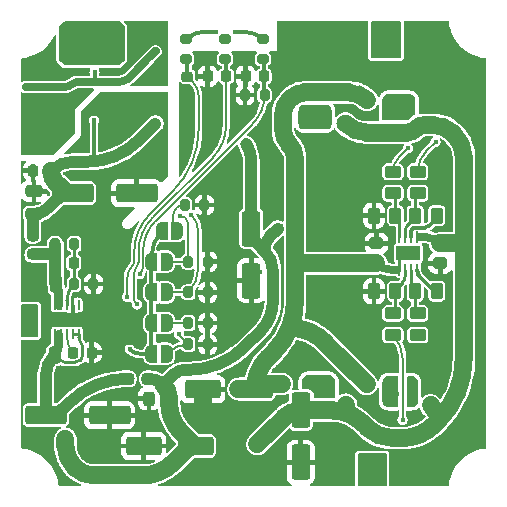
<source format=gbr>
%TF.GenerationSoftware,KiCad,Pcbnew,8.0.3*%
%TF.CreationDate,2024-07-17T22:13:45+02:00*%
%TF.ProjectId,HiFiDAC,48694669-4441-4432-9e6b-696361645f70,rev?*%
%TF.SameCoordinates,Original*%
%TF.FileFunction,Copper,L4,Bot*%
%TF.FilePolarity,Positive*%
%FSLAX46Y46*%
G04 Gerber Fmt 4.6, Leading zero omitted, Abs format (unit mm)*
G04 Created by KiCad (PCBNEW 8.0.3) date 2024-07-17 22:13:45*
%MOMM*%
%LPD*%
G01*
G04 APERTURE LIST*
G04 Aperture macros list*
%AMRoundRect*
0 Rectangle with rounded corners*
0 $1 Rounding radius*
0 $2 $3 $4 $5 $6 $7 $8 $9 X,Y pos of 4 corners*
0 Add a 4 corners polygon primitive as box body*
4,1,4,$2,$3,$4,$5,$6,$7,$8,$9,$2,$3,0*
0 Add four circle primitives for the rounded corners*
1,1,$1+$1,$2,$3*
1,1,$1+$1,$4,$5*
1,1,$1+$1,$6,$7*
1,1,$1+$1,$8,$9*
0 Add four rect primitives between the rounded corners*
20,1,$1+$1,$2,$3,$4,$5,0*
20,1,$1+$1,$4,$5,$6,$7,0*
20,1,$1+$1,$6,$7,$8,$9,0*
20,1,$1+$1,$8,$9,$2,$3,0*%
%AMFreePoly0*
4,1,19,0.500000,-0.750000,0.000000,-0.750000,0.000000,-0.744911,-0.071157,-0.744911,-0.207708,-0.704816,-0.327430,-0.627875,-0.420627,-0.520320,-0.479746,-0.390866,-0.500000,-0.250000,-0.500000,0.250000,-0.479746,0.390866,-0.420627,0.520320,-0.327430,0.627875,-0.207708,0.704816,-0.071157,0.744911,0.000000,0.744911,0.000000,0.750000,0.500000,0.750000,0.500000,-0.750000,0.500000,-0.750000,
$1*%
%AMFreePoly1*
4,1,19,0.000000,0.744911,0.071157,0.744911,0.207708,0.704816,0.327430,0.627875,0.420627,0.520320,0.479746,0.390866,0.500000,0.250000,0.500000,-0.250000,0.479746,-0.390866,0.420627,-0.520320,0.327430,-0.627875,0.207708,-0.704816,0.071157,-0.744911,0.000000,-0.744911,0.000000,-0.750000,-0.500000,-0.750000,-0.500000,0.750000,0.000000,0.750000,0.000000,0.744911,0.000000,0.744911,
$1*%
G04 Aperture macros list end*
%TA.AperFunction,NonConductor*%
%ADD10C,0.200000*%
%TD*%
%TA.AperFunction,EtchedComponent*%
%ADD11C,0.200000*%
%TD*%
%TA.AperFunction,SMDPad,CuDef*%
%ADD12RoundRect,0.200000X-0.275000X0.200000X-0.275000X-0.200000X0.275000X-0.200000X0.275000X0.200000X0*%
%TD*%
%TA.AperFunction,SMDPad,CuDef*%
%ADD13RoundRect,0.200000X0.200000X0.275000X-0.200000X0.275000X-0.200000X-0.275000X0.200000X-0.275000X0*%
%TD*%
%TA.AperFunction,SMDPad,CuDef*%
%ADD14RoundRect,0.218750X0.256250X-0.218750X0.256250X0.218750X-0.256250X0.218750X-0.256250X-0.218750X0*%
%TD*%
%TA.AperFunction,SMDPad,CuDef*%
%ADD15RoundRect,0.218750X0.218750X0.256250X-0.218750X0.256250X-0.218750X-0.256250X0.218750X-0.256250X0*%
%TD*%
%TA.AperFunction,SMDPad,CuDef*%
%ADD16RoundRect,0.225000X0.225000X0.250000X-0.225000X0.250000X-0.225000X-0.250000X0.225000X-0.250000X0*%
%TD*%
%TA.AperFunction,SMDPad,CuDef*%
%ADD17RoundRect,0.250000X0.475000X-0.250000X0.475000X0.250000X-0.475000X0.250000X-0.475000X-0.250000X0*%
%TD*%
%TA.AperFunction,SMDPad,CuDef*%
%ADD18RoundRect,0.250000X-1.500000X-0.550000X1.500000X-0.550000X1.500000X0.550000X-1.500000X0.550000X0*%
%TD*%
%TA.AperFunction,SMDPad,CuDef*%
%ADD19RoundRect,0.225000X-0.250000X0.225000X-0.250000X-0.225000X0.250000X-0.225000X0.250000X0.225000X0*%
%TD*%
%TA.AperFunction,SMDPad,CuDef*%
%ADD20RoundRect,0.062500X0.062500X-0.425000X0.062500X0.425000X-0.062500X0.425000X-0.062500X-0.425000X0*%
%TD*%
%TA.AperFunction,HeatsinkPad*%
%ADD21R,2.000000X1.200000*%
%TD*%
%TA.AperFunction,SMDPad,CuDef*%
%ADD22RoundRect,0.062500X-0.062500X0.350000X-0.062500X-0.350000X0.062500X-0.350000X0.062500X0.350000X0*%
%TD*%
%TA.AperFunction,SMDPad,CuDef*%
%ADD23RoundRect,0.250000X0.262500X0.450000X-0.262500X0.450000X-0.262500X-0.450000X0.262500X-0.450000X0*%
%TD*%
%TA.AperFunction,SMDPad,CuDef*%
%ADD24RoundRect,0.250000X-0.450000X0.262500X-0.450000X-0.262500X0.450000X-0.262500X0.450000X0.262500X0*%
%TD*%
%TA.AperFunction,SMDPad,CuDef*%
%ADD25RoundRect,0.250000X0.450000X-0.262500X0.450000X0.262500X-0.450000X0.262500X-0.450000X-0.262500X0*%
%TD*%
%TA.AperFunction,SMDPad,CuDef*%
%ADD26RoundRect,0.200000X-0.200000X-0.275000X0.200000X-0.275000X0.200000X0.275000X-0.200000X0.275000X0*%
%TD*%
%TA.AperFunction,SMDPad,CuDef*%
%ADD27FreePoly0,0.000000*%
%TD*%
%TA.AperFunction,SMDPad,CuDef*%
%ADD28FreePoly1,0.000000*%
%TD*%
%TA.AperFunction,SMDPad,CuDef*%
%ADD29RoundRect,0.250000X0.350000X-0.250000X0.350000X0.250000X-0.350000X0.250000X-0.350000X-0.250000X0*%
%TD*%
%TA.AperFunction,SMDPad,CuDef*%
%ADD30RoundRect,0.225000X-0.225000X-0.250000X0.225000X-0.250000X0.225000X0.250000X-0.225000X0.250000X0*%
%TD*%
%TA.AperFunction,SMDPad,CuDef*%
%ADD31RoundRect,0.250000X0.250000X0.475000X-0.250000X0.475000X-0.250000X-0.475000X0.250000X-0.475000X0*%
%TD*%
%TA.AperFunction,SMDPad,CuDef*%
%ADD32RoundRect,0.250000X-1.250000X-0.550000X1.250000X-0.550000X1.250000X0.550000X-1.250000X0.550000X0*%
%TD*%
%TA.AperFunction,SMDPad,CuDef*%
%ADD33RoundRect,0.250000X0.250000X0.350000X-0.250000X0.350000X-0.250000X-0.350000X0.250000X-0.350000X0*%
%TD*%
%TA.AperFunction,SMDPad,CuDef*%
%ADD34RoundRect,0.250000X1.250000X0.550000X-1.250000X0.550000X-1.250000X-0.550000X1.250000X-0.550000X0*%
%TD*%
%TA.AperFunction,SMDPad,CuDef*%
%ADD35RoundRect,0.250000X-0.550000X1.250000X-0.550000X-1.250000X0.550000X-1.250000X0.550000X1.250000X0*%
%TD*%
%TA.AperFunction,ViaPad*%
%ADD36C,0.450000*%
%TD*%
%TA.AperFunction,Conductor*%
%ADD37C,0.650000*%
%TD*%
%TA.AperFunction,Conductor*%
%ADD38C,1.500000*%
%TD*%
%TA.AperFunction,Conductor*%
%ADD39C,0.250000*%
%TD*%
%TA.AperFunction,Conductor*%
%ADD40C,0.200000*%
%TD*%
%TA.AperFunction,Conductor*%
%ADD41C,1.000000*%
%TD*%
%TA.AperFunction,Conductor*%
%ADD42C,0.300000*%
%TD*%
%TA.AperFunction,Conductor*%
%ADD43C,0.800000*%
%TD*%
G04 APERTURE END LIST*
D10*
X158900000Y-117000000D02*
X161200000Y-117000000D01*
X161200000Y-119600000D01*
X158900000Y-119600000D01*
X158900000Y-117000000D01*
%TA.AperFunction,NonConductor*%
G36*
X158900000Y-117000000D02*
G01*
X161200000Y-117000000D01*
X161200000Y-119600000D01*
X158900000Y-119600000D01*
X158900000Y-117000000D01*
G37*
%TD.AperFunction*%
X130400000Y-104400000D02*
X131700000Y-104400000D01*
X131700000Y-107000000D01*
X130400000Y-107000000D01*
X130400000Y-104400000D01*
%TA.AperFunction,NonConductor*%
G36*
X130400000Y-104400000D02*
G01*
X131700000Y-104400000D01*
X131700000Y-107000000D01*
X130400000Y-107000000D01*
X130400000Y-104400000D01*
G37*
%TD.AperFunction*%
X160000000Y-80400000D02*
X162400000Y-80400000D01*
X162400000Y-83400000D01*
X160000000Y-83400000D01*
X160000000Y-80400000D01*
%TA.AperFunction,NonConductor*%
G36*
X160000000Y-80400000D02*
G01*
X162400000Y-80400000D01*
X162400000Y-83400000D01*
X160000000Y-83400000D01*
X160000000Y-80400000D01*
G37*
%TD.AperFunction*%
D11*
%TO.C,REF\u002A\u002A*%
X139000000Y-80800000D02*
X139000000Y-83600000D01*
X138600000Y-84000000D01*
X134000000Y-84000000D01*
X133600000Y-83600000D01*
X133600000Y-80800000D01*
X134000000Y-80400000D01*
X138600000Y-80400000D01*
X139000000Y-80800000D01*
%TA.AperFunction,EtchedComponent*%
G36*
X139000000Y-80800000D02*
G01*
X139000000Y-83600000D01*
X138600000Y-84000000D01*
X134000000Y-84000000D01*
X133600000Y-83600000D01*
X133600000Y-80800000D01*
X134000000Y-80400000D01*
X138600000Y-80400000D01*
X139000000Y-80800000D01*
G37*
%TD.AperFunction*%
%TD*%
D12*
%TO.P,R53,1*%
%TO.N,Net-(J7-Pin_3)*%
X144300000Y-81875000D03*
%TO.P,R53,2*%
%TO.N,/ZERO*%
X144300000Y-83525000D03*
%TD*%
%TO.P,R52,1*%
%TO.N,Net-(J7-Pin_2)*%
X147600000Y-81875000D03*
%TO.P,R52,2*%
%TO.N,/Digital Interface/~{RST}*%
X147600000Y-83525000D03*
%TD*%
D13*
%TO.P,R50,1*%
%TO.N,/Digital Interface/MUTE*%
X150925000Y-86600000D03*
%TO.P,R50,2*%
%TO.N,GND*%
X149275000Y-86600000D03*
%TD*%
D12*
%TO.P,R49,1*%
%TO.N,Net-(J7-Pin_1)*%
X150800000Y-81875000D03*
%TO.P,R49,2*%
%TO.N,/Digital Interface/MUTE*%
X150800000Y-83525000D03*
%TD*%
D14*
%TO.P,FB3,1*%
%TO.N,+3.3V*%
X131300000Y-100087500D03*
%TO.P,FB3,2*%
%TO.N,+3.3VD*%
X131300000Y-98512500D03*
%TD*%
D15*
%TO.P,FB1,2*%
%TO.N,Net-(U3-EN)*%
X139412500Y-110600000D03*
%TO.P,FB1,1*%
%TO.N,+5V*%
X140987500Y-110600000D03*
%TD*%
D16*
%TO.P,C52,2*%
%TO.N,GND*%
X131325000Y-93000000D03*
%TO.P,C52,1*%
%TO.N,+3.3VD*%
X132875000Y-93000000D03*
%TD*%
D17*
%TO.P,C51,2*%
%TO.N,GND*%
X131400000Y-94750000D03*
%TO.P,C51,1*%
%TO.N,+3.3VD*%
X131400000Y-96650000D03*
%TD*%
D18*
%TO.P,C50,2*%
%TO.N,GND*%
X140100000Y-94900000D03*
%TO.P,C50,1*%
%TO.N,+3.3VD*%
X134700000Y-94900000D03*
%TD*%
D19*
%TO.P,C49,1*%
%TO.N,/ZERO*%
X144400000Y-85025000D03*
%TO.P,C49,2*%
%TO.N,GND*%
X144400000Y-86575000D03*
%TD*%
D16*
%TO.P,C48,1*%
%TO.N,/Digital Interface/~{RST}*%
X147675000Y-85000000D03*
%TO.P,C48,2*%
%TO.N,GND*%
X146125000Y-85000000D03*
%TD*%
%TO.P,C47,1*%
%TO.N,/Digital Interface/MUTE*%
X150875000Y-85000000D03*
%TO.P,C47,2*%
%TO.N,GND*%
X149325000Y-85000000D03*
%TD*%
D18*
%TO.P,C20,1*%
%TO.N,Net-(U3-EN)*%
X132400000Y-113700000D03*
%TO.P,C20,2*%
%TO.N,GND*%
X137800000Y-113700000D03*
%TD*%
D20*
%TO.P,U8,1*%
%TO.N,/Differential Amp/VR_SE*%
X163850000Y-101387500D03*
%TO.P,U8,2,-*%
%TO.N,Net-(U8A--)*%
X163350000Y-101387500D03*
%TO.P,U8,3,+*%
%TO.N,Net-(U8A-+)*%
X162850000Y-101387500D03*
%TO.P,U8,4,V-*%
%TO.N,-15V*%
X162350000Y-101387500D03*
%TO.P,U8,5,+*%
%TO.N,Net-(U8B-+)*%
X162350000Y-98612500D03*
%TO.P,U8,6,-*%
%TO.N,Net-(U8B--)*%
X162850000Y-98612500D03*
%TO.P,U8,7*%
%TO.N,/Differential Amp/VL_SE*%
X163350000Y-98612500D03*
%TO.P,U8,8,V+*%
%TO.N,+15V*%
X163850000Y-98612500D03*
D21*
%TO.P,U8,9,EP*%
%TO.N,-15V*%
X163100000Y-100000000D03*
%TD*%
D22*
%TO.P,U3,1,OUT*%
%TO.N,+3.3V*%
X133200000Y-104387500D03*
%TO.P,U3,2,OUT*%
X133700000Y-104387500D03*
%TO.P,U3,3,FB*%
%TO.N,Net-(U3-FB)*%
X134200000Y-104387500D03*
%TO.P,U3,4,GND*%
%TO.N,GND*%
X134700000Y-104387500D03*
%TO.P,U3,5,PG*%
%TO.N,unconnected-(U3-PG-Pad5)*%
X135200000Y-104387500D03*
%TO.P,U3,6,SS_CTRL*%
%TO.N,Net-(U3-EN)*%
X135200000Y-106812500D03*
%TO.P,U3,7,EN*%
X134700000Y-106812500D03*
%TO.P,U3,8,NR/SS*%
%TO.N,Net-(U3-NR{slash}SS)*%
X134200000Y-106812500D03*
%TO.P,U3,9,IN*%
%TO.N,Net-(U3-EN)*%
X133700000Y-106812500D03*
%TO.P,U3,10,IN*%
X133200000Y-106812500D03*
D21*
%TO.P,U3,11,GND*%
%TO.N,GND*%
X134200000Y-105600000D03*
%TD*%
D23*
%TO.P,R44,1*%
%TO.N,Net-(U8A-+)*%
X162012500Y-103200000D03*
%TO.P,R44,2*%
%TO.N,GND*%
X160187500Y-103200000D03*
%TD*%
D24*
%TO.P,R43,1*%
%TO.N,Net-(U8A-+)*%
X161800000Y-105087500D03*
%TO.P,R43,2*%
%TO.N,/Differential Amp/VR+*%
X161800000Y-106912500D03*
%TD*%
%TO.P,R42,1*%
%TO.N,Net-(U8A--)*%
X163900000Y-105087500D03*
%TO.P,R42,2*%
%TO.N,/Differential Amp/VR-*%
X163900000Y-106912500D03*
%TD*%
D23*
%TO.P,R41,1*%
%TO.N,/Differential Amp/VR_SE*%
X165512500Y-103200000D03*
%TO.P,R41,2*%
%TO.N,Net-(U8A--)*%
X163687500Y-103200000D03*
%TD*%
%TO.P,R40,1*%
%TO.N,Net-(U8B-+)*%
X162012500Y-96800000D03*
%TO.P,R40,2*%
%TO.N,GND*%
X160187500Y-96800000D03*
%TD*%
D25*
%TO.P,R39,1*%
%TO.N,Net-(U8B-+)*%
X161800000Y-94912500D03*
%TO.P,R39,2*%
%TO.N,/Differential Amp/VL+*%
X161800000Y-93087500D03*
%TD*%
%TO.P,R38,1*%
%TO.N,Net-(U8B--)*%
X163900000Y-94912500D03*
%TO.P,R38,2*%
%TO.N,/Differential Amp/VL-*%
X163900000Y-93087500D03*
%TD*%
D23*
%TO.P,R37,1*%
%TO.N,/Differential Amp/VL_SE*%
X165512500Y-96800000D03*
%TO.P,R37,2*%
%TO.N,Net-(U8B--)*%
X163687500Y-96800000D03*
%TD*%
D26*
%TO.P,R16,1*%
%TO.N,Net-(U3-FB)*%
X134775000Y-102600000D03*
%TO.P,R16,2*%
%TO.N,GND*%
X136425000Y-102600000D03*
%TD*%
%TO.P,R15,1*%
%TO.N,+3.3V*%
X133175000Y-99200000D03*
%TO.P,R15,2*%
%TO.N,Net-(U3-FB)*%
X134825000Y-99200000D03*
%TD*%
%TO.P,R14,1*%
%TO.N,/FMT1*%
X144475000Y-107700000D03*
%TO.P,R14,2*%
%TO.N,GND*%
X146125000Y-107700000D03*
%TD*%
%TO.P,R13,1*%
%TO.N,/FMT0*%
X144475000Y-105900000D03*
%TO.P,R13,2*%
%TO.N,GND*%
X146125000Y-105900000D03*
%TD*%
%TO.P,R12,1*%
%TO.N,/DEM*%
X144475000Y-103300000D03*
%TO.P,R12,2*%
%TO.N,GND*%
X146125000Y-103300000D03*
%TD*%
%TO.P,R11,1*%
%TO.N,/CHSL*%
X144475000Y-100700000D03*
%TO.P,R11,2*%
%TO.N,GND*%
X146125000Y-100700000D03*
%TD*%
%TO.P,R10,1*%
%TO.N,/MONO*%
X144175000Y-95900000D03*
%TO.P,R10,2*%
%TO.N,GND*%
X145825000Y-95900000D03*
%TD*%
D27*
%TO.P,JP5,1,A*%
%TO.N,+3.3V*%
X141350000Y-108500000D03*
D28*
%TO.P,JP5,2,B*%
%TO.N,/FMT1*%
X142650000Y-108500000D03*
%TD*%
D27*
%TO.P,JP4,1,A*%
%TO.N,+3.3V*%
X141350000Y-105900000D03*
D28*
%TO.P,JP4,2,B*%
%TO.N,/FMT0*%
X142650000Y-105900000D03*
%TD*%
D27*
%TO.P,JP3,1,A*%
%TO.N,+3.3V*%
X141350000Y-103300000D03*
D28*
%TO.P,JP3,2,B*%
%TO.N,/DEM*%
X142650000Y-103300000D03*
%TD*%
D27*
%TO.P,JP2,1,A*%
%TO.N,+3.3V*%
X141350000Y-100700000D03*
D28*
%TO.P,JP2,2,B*%
%TO.N,/CHSL*%
X142650000Y-100700000D03*
%TD*%
D27*
%TO.P,JP1,1,A*%
%TO.N,+3.3V*%
X142250000Y-98100000D03*
D28*
%TO.P,JP1,2,B*%
%TO.N,/MONO*%
X143550000Y-98100000D03*
%TD*%
D29*
%TO.P,C44,1*%
%TO.N,-15V*%
X160400000Y-100850000D03*
%TO.P,C44,2*%
%TO.N,GND*%
X160400000Y-99150000D03*
%TD*%
%TO.P,C43,1*%
%TO.N,GND*%
X165800000Y-100850000D03*
%TO.P,C43,2*%
%TO.N,+15V*%
X165800000Y-99150000D03*
%TD*%
D30*
%TO.P,C22,1*%
%TO.N,Net-(U3-NR{slash}SS)*%
X134725000Y-108400000D03*
%TO.P,C22,2*%
%TO.N,GND*%
X136275000Y-108400000D03*
%TD*%
D31*
%TO.P,C21,1*%
%TO.N,Net-(U3-EN)*%
X133150000Y-108600000D03*
%TO.P,C21,2*%
%TO.N,GND*%
X131250000Y-108600000D03*
%TD*%
%TO.P,C19,1*%
%TO.N,+3.3V*%
X133250000Y-102600000D03*
%TO.P,C19,2*%
%TO.N,GND*%
X131350000Y-102600000D03*
%TD*%
D30*
%TO.P,C18,1*%
%TO.N,+3.3V*%
X133225000Y-100800000D03*
%TO.P,C18,2*%
%TO.N,Net-(U3-FB)*%
X134775000Y-100800000D03*
%TD*%
D32*
%TO.P,C17,1*%
%TO.N,GND*%
X145700000Y-111500000D03*
%TO.P,C17,2*%
%TO.N,-15V*%
X150100000Y-111500000D03*
%TD*%
D33*
%TO.P,C16,1*%
%TO.N,+5V*%
X142850000Y-112300000D03*
%TO.P,C16,2*%
%TO.N,GND*%
X141150000Y-112300000D03*
%TD*%
D34*
%TO.P,C15,1*%
%TO.N,+5V*%
X145100000Y-116300000D03*
%TO.P,C15,2*%
%TO.N,GND*%
X140700000Y-116300000D03*
%TD*%
D35*
%TO.P,C14,1*%
%TO.N,+15V*%
X154000000Y-113300000D03*
%TO.P,C14,2*%
%TO.N,GND*%
X154000000Y-117700000D03*
%TD*%
%TO.P,C4,1*%
%TO.N,+5V*%
X149800000Y-97900000D03*
%TO.P,C4,2*%
%TO.N,GND*%
X149800000Y-102300000D03*
%TD*%
D36*
%TO.N,GND*%
X158400000Y-91100000D03*
X142100000Y-90400000D03*
X140400000Y-87400000D03*
%TO.N,+3.3V*%
X133300000Y-104000000D03*
X133600000Y-103300000D03*
X133000000Y-102800000D03*
%TO.N,GND*%
X150800000Y-95600000D03*
X145700000Y-96800000D03*
X152200000Y-99300000D03*
X150500000Y-101600000D03*
X139800000Y-92700000D03*
X157510000Y-115050000D03*
X137230000Y-87150000D03*
X135590000Y-90910000D03*
X131300000Y-92600000D03*
X131800000Y-95000000D03*
X130900000Y-95000000D03*
X147560000Y-93550000D03*
X132440000Y-116680000D03*
X136300000Y-102400000D03*
X134850000Y-103570000D03*
X135650000Y-105070000D03*
X133900000Y-98200000D03*
X133100000Y-97500000D03*
X137700000Y-106400000D03*
X132160000Y-105270000D03*
X132150000Y-106250000D03*
X148380000Y-114040000D03*
X145450000Y-118870000D03*
X143800000Y-108700000D03*
X142190000Y-107170000D03*
X142000000Y-104570000D03*
X143330000Y-102090000D03*
X143590000Y-99590000D03*
X138300000Y-100600000D03*
X137700000Y-100100000D03*
X139370000Y-100430000D03*
X145800000Y-95900000D03*
X145900000Y-98500000D03*
X145900000Y-101700000D03*
X146000000Y-100700000D03*
X146000000Y-103500000D03*
X146100000Y-105900000D03*
X146100000Y-107500000D03*
X149500000Y-104700000D03*
X148110000Y-110160000D03*
X146200000Y-112800000D03*
X145200000Y-112800000D03*
X145700000Y-113500000D03*
X159580000Y-108670000D03*
X165630000Y-117090000D03*
X165140000Y-118630000D03*
X165270000Y-109790000D03*
X165760000Y-106870000D03*
X165760000Y-105620000D03*
X169080000Y-106470000D03*
X169130000Y-93640000D03*
X167230000Y-88100000D03*
X165640000Y-82160000D03*
X155100000Y-93880000D03*
X155180000Y-117700000D03*
X150980000Y-118570000D03*
X152270000Y-117100000D03*
X156780000Y-102810000D03*
X158830000Y-103010000D03*
X158200000Y-105100000D03*
X152180000Y-112470000D03*
X158200000Y-118700000D03*
X163200000Y-118700000D03*
X152240000Y-109750000D03*
X159600000Y-112700000D03*
X157600000Y-111100000D03*
X165000000Y-111100000D03*
X169100000Y-100400000D03*
X169100000Y-99600000D03*
X156670000Y-99020000D03*
X158870000Y-99020000D03*
X156720000Y-96410000D03*
X159030000Y-96430000D03*
X165560000Y-93160000D03*
X165560000Y-94520000D03*
X158200000Y-94900000D03*
X165000000Y-87200000D03*
X160010000Y-88440000D03*
X158380000Y-87770000D03*
X157240000Y-87710000D03*
X152660000Y-83510000D03*
X155090000Y-82310000D03*
X157500000Y-84850000D03*
X159260000Y-84910000D03*
X163200000Y-81300000D03*
X158200000Y-81300000D03*
X149300000Y-85000000D03*
X149300000Y-86600000D03*
X141600000Y-87500000D03*
X144400000Y-86600000D03*
X145900000Y-91200000D03*
X144300000Y-90900000D03*
X140400000Y-94500000D03*
X136300000Y-108400000D03*
X131350000Y-103020000D03*
X131350000Y-102200000D03*
X131250000Y-108980000D03*
X131250000Y-108210000D03*
X138460000Y-109050000D03*
X134790000Y-110130000D03*
X133760000Y-111560000D03*
X141840000Y-113990000D03*
X140450000Y-113510000D03*
X140100000Y-114810000D03*
X140500000Y-115770000D03*
X141650000Y-115820000D03*
X135290000Y-113560000D03*
X137030000Y-114010000D03*
X136520000Y-113360000D03*
X135640000Y-115130000D03*
X136840000Y-115940000D03*
%TO.N,-15V*%
X162300000Y-88100000D03*
X163000000Y-87700000D03*
X161600000Y-87700000D03*
X161600000Y-88500000D03*
X163000000Y-88500000D03*
X155100000Y-88100000D03*
X155800000Y-87700000D03*
X155800000Y-88500000D03*
X154400000Y-88500000D03*
X154400000Y-87700000D03*
X163100000Y-100000000D03*
X163900000Y-99600000D03*
X163900000Y-100400000D03*
X162300000Y-100400000D03*
X162300000Y-99600000D03*
X163120000Y-112210000D03*
X163120000Y-111500000D03*
X161600000Y-111500000D03*
X162100000Y-111900000D03*
X161600000Y-112300000D03*
X154400000Y-111300000D03*
X155300000Y-111600000D03*
X156000000Y-111400000D03*
X155800000Y-112100000D03*
%TO.N,/CHSL*%
X143780000Y-96800000D03*
%TO.N,GND*%
X165800000Y-100800000D03*
%TO.N,+15V*%
X165300000Y-88700000D03*
X164700000Y-89200000D03*
X157500000Y-89200000D03*
X158100000Y-88700000D03*
X158100000Y-113000000D03*
X157500000Y-112500000D03*
%TO.N,+5V*%
X149700000Y-99200000D03*
X149200000Y-98700000D03*
%TO.N,+15V*%
X165300000Y-112600000D03*
X164700000Y-113100000D03*
%TO.N,+5V*%
X152000000Y-98300000D03*
X152300000Y-97700000D03*
%TO.N,-15V*%
X159300000Y-110800000D03*
X159900000Y-111300000D03*
X152100000Y-111300000D03*
X152700000Y-110800000D03*
%TO.N,GND*%
X160680000Y-109690000D03*
X153570000Y-109720000D03*
X160430000Y-85730000D03*
%TO.N,-15V*%
X152800000Y-87000000D03*
X152200000Y-87500000D03*
X159300000Y-87000000D03*
X159900000Y-87400000D03*
%TO.N,/Differential Amp/VR-*%
X163410000Y-107020000D03*
%TO.N,/Differential Amp/VR+*%
X162610000Y-114080000D03*
%TO.N,/Differential Amp/VL+*%
X163075000Y-91100000D03*
%TO.N,+3.3V*%
X139500000Y-108125000D03*
%TO.N,/FMT1*%
X143680000Y-106830000D03*
%TO.N,/FMT0*%
X144475000Y-105900000D03*
%TO.N,/ZERO*%
X139300000Y-103670000D03*
%TO.N,/Digital Interface/~{RST}*%
X140100000Y-104325000D03*
%TO.N,/Digital Interface/MUTE*%
X140380000Y-101720000D03*
%TO.N,/MONO*%
X144175000Y-95900000D03*
%TO.N,/DEM*%
X144720000Y-96710000D03*
%TO.N,+3.3VD*%
X133200000Y-93300000D03*
X133700000Y-93800000D03*
X132600000Y-93800000D03*
X133000000Y-92600000D03*
X132400000Y-93000000D03*
X136512500Y-88737500D03*
X141300000Y-89300000D03*
X141800000Y-88900000D03*
%TO.N,/Digital Interface/GND_EXT*%
X131300000Y-89900000D03*
X130700000Y-89900000D03*
X133160000Y-89860000D03*
X130910000Y-91040000D03*
X133980000Y-90020000D03*
X132330000Y-89870000D03*
X138040000Y-84720000D03*
X135570000Y-86470000D03*
X135850000Y-84670000D03*
X133810000Y-88100000D03*
X131130000Y-84970000D03*
%TO.N,/Digital Interface/VDD_EXT*%
X131300000Y-85900000D03*
X130700000Y-85900000D03*
%TO.N,/Digital Interface/GND_EXT*%
X131050000Y-83780000D03*
X133030000Y-83130000D03*
X139620000Y-82020000D03*
X141530000Y-81140000D03*
X142290000Y-85460000D03*
X142470000Y-83980000D03*
X140510000Y-85410000D03*
X141600000Y-84700000D03*
%TO.N,/Digital Interface/VDD_EXT*%
X136530000Y-84670000D03*
X141300000Y-83300000D03*
X141800000Y-82900000D03*
%TO.N,+5V*%
X149330000Y-91160000D03*
X149300000Y-90500000D03*
X149900000Y-91500000D03*
%TO.N,/Differential Amp/VR_SE*%
X165500000Y-103600000D03*
X165500000Y-102800000D03*
%TO.N,/Differential Amp/VL_SE*%
X165500000Y-96400000D03*
X165500000Y-97200000D03*
%TO.N,Net-(J7-Pin_1)*%
X148400000Y-81240000D03*
%TO.N,Net-(J7-Pin_3)*%
X146800000Y-81220000D03*
%TO.N,Net-(J7-Pin_2)*%
X147600000Y-81800000D03*
%TO.N,+5V*%
X148600000Y-108300000D03*
X148000000Y-109100000D03*
X146900000Y-109200000D03*
%TO.N,+15V*%
X150500000Y-115900000D03*
X150500000Y-116500000D03*
X151100000Y-115900000D03*
X150500000Y-115300000D03*
X149900000Y-115900000D03*
%TO.N,-15V*%
X148570000Y-111990000D03*
X148570000Y-110990000D03*
X149070000Y-111490000D03*
X149570000Y-111990000D03*
X149570000Y-110990000D03*
%TO.N,+5V*%
X133600000Y-115600000D03*
X134550000Y-115600000D03*
X134570000Y-116600000D03*
X133600000Y-116600000D03*
X134060000Y-116090000D03*
%TO.N,GND*%
X138500000Y-114300000D03*
X137900000Y-114300000D03*
X138500000Y-115100000D03*
X137900000Y-115100000D03*
%TO.N,/Differential Amp/VL-*%
X165400000Y-90550000D03*
%TO.N,GND*%
X152150000Y-86200000D03*
X146500000Y-86600000D03*
%TD*%
D37*
%TO.N,/Digital Interface/VDD_EXT*%
X141700000Y-82900000D02*
X141677669Y-82900000D01*
X141300000Y-83300000D02*
X141700000Y-82900000D01*
X139367643Y-85210026D02*
G75*
G02*
X138440000Y-85499976I-920543J1316226D01*
G01*
X141677669Y-82900000D02*
X139367643Y-85210026D01*
X138440000Y-85500000D02*
X136500000Y-85500000D01*
D38*
%TO.N,-15V*%
X150100000Y-111500000D02*
X148720000Y-111500000D01*
X148720000Y-111500000D02*
X148710000Y-111490000D01*
%TO.N,+15V*%
X152548959Y-113901041D02*
X150320000Y-116130000D01*
X154000000Y-113300000D02*
G75*
G03*
X152548955Y-113901037I0J-2052100D01*
G01*
D39*
%TO.N,-15V*%
X162490000Y-100400000D02*
X162741507Y-100148493D01*
X162300000Y-100400000D02*
X162490000Y-100400000D01*
X162300000Y-100590000D02*
X162300000Y-100400000D01*
D38*
%TO.N,GND*%
X145700000Y-111500000D02*
X145700000Y-113060000D01*
D40*
%TO.N,/CHSL*%
X144155564Y-96955564D02*
G75*
G03*
X143780000Y-96799992I-375564J-375536D01*
G01*
X144280000Y-97080000D02*
X144155564Y-96955564D01*
D41*
%TO.N,+5V*%
X151426188Y-98513812D02*
X152040000Y-97900000D01*
X150910000Y-99760000D02*
G75*
G02*
X151426183Y-98513807I1762400J0D01*
G01*
D38*
%TO.N,+15V*%
X165170381Y-113050380D02*
X164990000Y-112870000D01*
X165630000Y-114160000D02*
G75*
G03*
X165170372Y-113050389I-1569200J0D01*
G01*
X157600000Y-113434512D02*
G75*
G03*
X157799991Y-112951670I-482800J482812D01*
G01*
X157800000Y-112951670D02*
X157800000Y-112810000D01*
%TO.N,-15V*%
X151138111Y-111070000D02*
X152410000Y-111070000D01*
X159580000Y-111050000D02*
X156078571Y-107548571D01*
X156078571Y-107548571D02*
G75*
G03*
X153064255Y-106300036I-3014271J-3014329D01*
G01*
X153500000Y-104046842D02*
X153500000Y-100800000D01*
X151196016Y-108853985D02*
X151730000Y-108320000D01*
X150100000Y-111500000D02*
G75*
G02*
X151196022Y-108853991I3742000J0D01*
G01*
X151730000Y-108320000D02*
G75*
G03*
X153500017Y-104046842I-4273200J4273200D01*
G01*
X150100000Y-111500000D02*
X150149168Y-111500000D01*
X153500000Y-91917219D02*
X153500000Y-100800000D01*
X152990000Y-90740000D02*
X153029934Y-90782380D01*
X153080000Y-86940000D02*
X152980833Y-87039168D01*
X152500000Y-88200000D02*
X152500000Y-89557036D01*
X153145522Y-86877411D02*
X153080000Y-86940000D01*
X158020762Y-86370000D02*
X155190000Y-86370000D01*
X152500000Y-89557036D02*
G75*
G03*
X152990010Y-90739990I1673000J36D01*
G01*
X153029934Y-90782380D02*
G75*
G02*
X153499988Y-91917219I-1134834J-1134820D01*
G01*
X152980833Y-87039168D02*
G75*
G03*
X152500011Y-88200000I1160867J-1160832D01*
G01*
X154370520Y-86370000D02*
G75*
G03*
X153145514Y-86877403I-20J-1732400D01*
G01*
X159590000Y-87020000D02*
G75*
G03*
X158020762Y-86370016I-1569200J-1569200D01*
G01*
X155190000Y-86370000D02*
X154370520Y-86370000D01*
X160400000Y-100850000D02*
X153620710Y-100850000D01*
X153620710Y-100850000D02*
G75*
G02*
X153499997Y-100800003I-10J170700D01*
G01*
%TO.N,+15V*%
X159628944Y-89770000D02*
G75*
G02*
X157769987Y-89000013I-44J2628900D01*
G01*
X161383137Y-89770000D02*
X159628944Y-89770000D01*
X162200000Y-89770000D02*
X161383137Y-89770000D01*
X162940884Y-89770000D02*
X162200000Y-89770000D01*
X163810000Y-89410000D02*
G75*
G02*
X162940884Y-89769993I-869100J869100D01*
G01*
X164510121Y-89120000D02*
G75*
G03*
X163809994Y-89409994I-21J-990100D01*
G01*
X165180000Y-89120000D02*
X164510121Y-89120000D01*
X167790000Y-91867228D02*
G75*
G03*
X167000008Y-89959992I-2697200J28D01*
G01*
X166852965Y-89812965D02*
G75*
G03*
X165180000Y-89119991I-1672965J-1672935D01*
G01*
X167790000Y-92313208D02*
X167790000Y-91867228D01*
X167000000Y-89960000D02*
X166852965Y-89812965D01*
D40*
%TO.N,/Differential Amp/VR-*%
X163669527Y-106912500D02*
G75*
G03*
X163409992Y-107019992I-27J-367000D01*
G01*
X163900000Y-106912500D02*
X163669527Y-106912500D01*
%TO.N,/Differential Amp/VR+*%
X162610000Y-108868012D02*
G75*
G03*
X161800004Y-106912496I-2765500J12D01*
G01*
X162610000Y-114080000D02*
X162610000Y-108868012D01*
%TO.N,/Differential Amp/VL+*%
X162303814Y-91871187D02*
X163075000Y-91100000D01*
X161800000Y-93087500D02*
G75*
G02*
X162303819Y-91871192I1720100J0D01*
G01*
%TO.N,/Differential Amp/VL-*%
X164633623Y-91316376D02*
X165400000Y-90550000D01*
X163900000Y-93087500D02*
G75*
G02*
X164633612Y-91316365I2504800J0D01*
G01*
%TO.N,/Digital Interface/MUTE*%
X149924443Y-89015557D02*
G75*
G03*
X150925004Y-86600000I-2415543J2415557D01*
G01*
X141710000Y-97230000D02*
X149924443Y-89015557D01*
%TO.N,/Digital Interface/~{RST}*%
X146527849Y-91892151D02*
G75*
G03*
X147674994Y-89122684I-2769449J2769451D01*
G01*
X141460000Y-96960000D02*
X146527849Y-91892151D01*
%TO.N,/ZERO*%
X144837348Y-85462347D02*
X144400000Y-85025000D01*
X145350000Y-89468731D02*
X145350000Y-86700000D01*
X141220000Y-96670000D02*
X143178284Y-94711716D01*
X139890000Y-100724437D02*
X139890000Y-99880904D01*
X145350000Y-86700000D02*
G75*
G03*
X144837346Y-85462349I-1750300J0D01*
G01*
X139300000Y-103670000D02*
X139300000Y-102148822D01*
X143178284Y-94711716D02*
G75*
G03*
X145350022Y-89468731I-5242984J5243016D01*
G01*
X139300000Y-102148822D02*
G75*
G02*
X139779993Y-100989993I1638800J22D01*
G01*
X139780000Y-100990000D02*
G75*
G03*
X139890015Y-100724437I-265600J265600D01*
G01*
X139890000Y-99880904D02*
G75*
G02*
X141219999Y-96669999I4540900J4D01*
G01*
D42*
%TO.N,+3.3V*%
X141350000Y-100272792D02*
G75*
G02*
X142250002Y-98100002I3072800J-8D01*
G01*
X141350000Y-100700000D02*
X141350000Y-100272792D01*
X141350000Y-100700000D02*
X141350000Y-103300000D01*
X141350000Y-105900000D02*
X141350000Y-103300000D01*
X141350000Y-108500000D02*
X141350000Y-105900000D01*
X140405330Y-108500000D02*
G75*
G02*
X139499991Y-108125009I-30J1280300D01*
G01*
X141350000Y-108500000D02*
X140405330Y-108500000D01*
D40*
%TO.N,/FMT1*%
X143680000Y-106830000D02*
G75*
G03*
X143733026Y-106958040I181100J0D01*
G01*
X143733033Y-106958033D02*
X144475000Y-107700000D01*
%TO.N,/Digital Interface/~{RST}*%
X147675000Y-89122684D02*
X147675000Y-85000000D01*
X139850000Y-103721447D02*
X139850000Y-101714558D01*
X140260000Y-99857056D02*
G75*
G02*
X141460013Y-96960013I4097100J-44D01*
G01*
X140030000Y-101280000D02*
G75*
G03*
X140260013Y-100724731I-555300J555300D01*
G01*
X139850000Y-101714558D02*
G75*
G02*
X140030012Y-101280012I614600J-42D01*
G01*
X140100000Y-104325000D02*
G75*
G02*
X139849981Y-103721447I603600J603600D01*
G01*
X140260000Y-100724731D02*
X140260000Y-99857056D01*
%TO.N,/Digital Interface/MUTE*%
X140639909Y-99813428D02*
G75*
G02*
X141709992Y-97229992I3653491J28D01*
G01*
X140380000Y-101720000D02*
G75*
G03*
X140639919Y-101092525I-627500J627500D01*
G01*
X140639909Y-101092525D02*
X140639909Y-99813428D01*
X140380000Y-101720000D02*
X140382048Y-101651069D01*
%TO.N,/FMT1*%
X142725215Y-108424785D02*
G75*
G02*
X144475000Y-107700009I1749785J-1749815D01*
G01*
X142650000Y-108500000D02*
X142725215Y-108424785D01*
%TO.N,/FMT0*%
X142650000Y-105900000D02*
X144475000Y-105900000D01*
%TO.N,/DEM*%
X144475000Y-103300000D02*
X142650000Y-103300000D01*
%TO.N,/CHSL*%
X142650000Y-100700000D02*
X144475000Y-100700000D01*
%TO.N,/DEM*%
X145300000Y-98110243D02*
X145300000Y-100935858D01*
X145300000Y-101308274D02*
G75*
G02*
X144475008Y-103300008I-2816700J-26D01*
G01*
X144720000Y-96710000D02*
G75*
G02*
X145299982Y-98110243I-1400200J-1400200D01*
G01*
X145300000Y-100935858D02*
X145300000Y-101308274D01*
%TO.N,/CHSL*%
X144475000Y-97550771D02*
G75*
G03*
X144279992Y-97080008I-665800J-29D01*
G01*
X144475000Y-100700000D02*
X144475000Y-97550771D01*
D42*
%TO.N,+3.3VD*%
X136500000Y-88767677D02*
G75*
G02*
X136512507Y-88737507I42700J-23D01*
G01*
X136500000Y-92208358D02*
X136500000Y-88767677D01*
D41*
X140289984Y-90410015D02*
X141690000Y-89010000D01*
X135872011Y-92240000D02*
G75*
G03*
X140289967Y-90409998I-11J6247900D01*
G01*
X134709802Y-92240000D02*
X135872011Y-92240000D01*
X132875000Y-93000000D02*
G75*
G02*
X134709802Y-92240001I1834800J-1834800D01*
G01*
D38*
X132875000Y-93090528D02*
G75*
G03*
X133260008Y-94019992I1314500J28D01*
G01*
X132875000Y-93000000D02*
X132875000Y-93090528D01*
X133260000Y-94020000D02*
X133744020Y-94504020D01*
X133744020Y-94504020D02*
G75*
G03*
X134700000Y-94899988I955980J956020D01*
G01*
D41*
X133266030Y-95493970D02*
G75*
G02*
X134700000Y-94899988I1433970J-1433930D01*
G01*
X132612046Y-96147954D02*
X133266030Y-95493970D01*
X131400000Y-96650000D02*
G75*
G03*
X132612048Y-96147956I0J1714100D01*
G01*
X131300000Y-96891421D02*
G75*
G02*
X131399994Y-96649994I341400J21D01*
G01*
X131300000Y-98512500D02*
X131300000Y-96891421D01*
D42*
%TO.N,/Digital Interface/VDD_EXT*%
X136530000Y-85427574D02*
G75*
G02*
X136500008Y-85500008I-102400J-26D01*
G01*
X136530000Y-84670000D02*
X136530000Y-85427574D01*
D37*
X136500000Y-85500000D02*
X135012132Y-85500000D01*
X134650000Y-85650000D02*
G75*
G02*
X134046447Y-85900019I-603600J603600D01*
G01*
X135012132Y-85500000D02*
G75*
G03*
X134649991Y-85649991I-32J-512100D01*
G01*
X134046447Y-85900000D02*
X131300000Y-85900000D01*
X130700000Y-85900000D02*
X131300000Y-85900000D01*
D41*
%TO.N,+5V*%
X149800000Y-92061959D02*
G75*
G03*
X149380003Y-90739998I-2924200J-201341D01*
G01*
X149800000Y-97900000D02*
X149800000Y-92061959D01*
D39*
%TO.N,-15V*%
X162741507Y-100148493D02*
G75*
G02*
X163100000Y-100000004I358493J-358507D01*
G01*
X162350000Y-100540000D02*
X162300000Y-100590000D01*
X162350000Y-101387500D02*
X162350000Y-100540000D01*
D42*
%TO.N,/Differential Amp/VR_SE*%
X165218024Y-103078024D02*
G75*
G03*
X165512500Y-103199986I294476J294524D01*
G01*
X163850000Y-101455442D02*
G75*
G03*
X164030012Y-101889988I614600J42D01*
G01*
X164030000Y-101890000D02*
X165218024Y-103078024D01*
X163850000Y-101387500D02*
X163850000Y-101455442D01*
D39*
%TO.N,-15V*%
X162156035Y-101387500D02*
X162150000Y-101390000D01*
X162350000Y-101387500D02*
X162156035Y-101387500D01*
D37*
X161703675Y-101390000D02*
X162150000Y-101390000D01*
X160400000Y-100850000D02*
G75*
G03*
X161703675Y-101390010I1303700J1303700D01*
G01*
D39*
%TO.N,+15V*%
X164043965Y-98612500D02*
X163850000Y-98612500D01*
X164050000Y-98610000D02*
X164043965Y-98612500D01*
D37*
X164496325Y-98610000D02*
X164050000Y-98610000D01*
X165800000Y-99150000D02*
G75*
G03*
X164496325Y-98609990I-1303700J-1303700D01*
G01*
D39*
%TO.N,Net-(U8B-+)*%
X162012500Y-95425520D02*
G75*
G03*
X161800006Y-94912494I-725500J20D01*
G01*
X162012500Y-96800000D02*
X162012500Y-95425520D01*
%TO.N,Net-(U8B--)*%
X163687500Y-95425520D02*
X163687500Y-96800000D01*
X163900000Y-94912500D02*
G75*
G03*
X163687508Y-95425520I513000J-513000D01*
G01*
%TO.N,Net-(U8B-+)*%
X162350000Y-97614797D02*
G75*
G03*
X162012499Y-96800001I-1152300J-3D01*
G01*
X162350000Y-98612500D02*
X162350000Y-97614797D01*
%TO.N,Net-(U8B--)*%
X163110000Y-97520000D02*
X163586737Y-97043263D01*
X163586737Y-97043263D02*
G75*
G03*
X163687507Y-96800000I-243237J243263D01*
G01*
X162850000Y-98147695D02*
G75*
G02*
X163110001Y-97520001I887700J-5D01*
G01*
X162850000Y-98612500D02*
X162850000Y-98147695D01*
D42*
%TO.N,/Differential Amp/VL_SE*%
X164930000Y-97620000D02*
X165344562Y-97205438D01*
X164241716Y-97810000D02*
X164471300Y-97810000D01*
X163664023Y-97810000D02*
X164241716Y-97810000D01*
X163440000Y-97920000D02*
X163474916Y-97888331D01*
X163350000Y-98612500D02*
X163350000Y-98137279D01*
X165344562Y-97205438D02*
G75*
G03*
X165512493Y-96800000I-405462J405438D01*
G01*
X164471300Y-97810000D02*
G75*
G03*
X164930000Y-97620000I0J648700D01*
G01*
X163474916Y-97888331D02*
G75*
G02*
X163664023Y-97810005I189084J-189069D01*
G01*
X163350000Y-98137279D02*
G75*
G02*
X163440006Y-97920006I307300J-21D01*
G01*
D39*
%TO.N,Net-(U8A-+)*%
X161800000Y-105087500D02*
G75*
G03*
X162012492Y-104574480I-513000J513000D01*
G01*
X162012500Y-104574480D02*
X162012500Y-103200000D01*
%TO.N,Net-(U8A--)*%
X163687500Y-104574480D02*
X163687500Y-103200000D01*
X163900000Y-105087500D02*
G75*
G02*
X163687508Y-104574480I513000J513000D01*
G01*
%TO.N,Net-(U8A-+)*%
X162550000Y-102540000D02*
X162099121Y-102990879D01*
X162850000Y-101815736D02*
G75*
G02*
X162549989Y-102539989I-1024300J36D01*
G01*
X162850000Y-101387500D02*
X162850000Y-101815736D01*
X162099121Y-102990879D02*
G75*
G03*
X162012488Y-103200000I209079J-209121D01*
G01*
%TO.N,Net-(U8A--)*%
X163350000Y-102385203D02*
G75*
G03*
X163687501Y-103199999I1152300J3D01*
G01*
X163350000Y-101387500D02*
X163350000Y-102385203D01*
%TO.N,/Differential Amp/VR_SE*%
X165512500Y-103200000D02*
G75*
G02*
X165269243Y-103099232I0J344000D01*
G01*
D42*
%TO.N,/Digital Interface/MUTE*%
X150875000Y-85000000D02*
X150875000Y-86479290D01*
X150875000Y-86479290D02*
G75*
G03*
X150924997Y-86600003I170700J-10D01*
G01*
%TO.N,Net-(J7-Pin_1)*%
X148400000Y-81240000D02*
X149266975Y-81240000D01*
X149266975Y-81240000D02*
G75*
G02*
X150800008Y-81874992I25J-2168000D01*
G01*
%TO.N,Net-(J7-Pin_3)*%
X145881309Y-81220000D02*
G75*
G03*
X144299997Y-81874997I-9J-2236300D01*
G01*
X146800000Y-81220000D02*
X145881309Y-81220000D01*
%TO.N,Net-(J7-Pin_2)*%
X147600000Y-81875000D02*
X147600000Y-81800000D01*
%TO.N,/Digital Interface/MUTE*%
X150875000Y-83706066D02*
G75*
G03*
X150799990Y-83525010I-256100J-34D01*
G01*
X150875000Y-85000000D02*
X150875000Y-83706066D01*
%TO.N,/Digital Interface/~{RST}*%
X147675000Y-83706066D02*
X147675000Y-85000000D01*
X147600000Y-83525000D02*
G75*
G02*
X147675014Y-83706066I-181100J-181100D01*
G01*
%TO.N,/ZERO*%
X144400000Y-83766421D02*
X144400000Y-85025000D01*
X144300000Y-83525000D02*
G75*
G02*
X144399991Y-83766421I-241400J-241400D01*
G01*
D39*
%TO.N,GND*%
X134594802Y-105205199D02*
X134200000Y-105600000D01*
X134697832Y-104956461D02*
G75*
G02*
X134594814Y-105205211I-351732J-39D01*
G01*
X134700000Y-104890000D02*
X134697832Y-104956461D01*
X134700000Y-104387500D02*
X134700000Y-104890000D01*
%TO.N,Net-(U3-FB)*%
X134200000Y-104387500D02*
X134200000Y-103988172D01*
X134200000Y-103988172D02*
G75*
G02*
X134775008Y-102600008I1963200J-28D01*
G01*
X134775000Y-102600000D02*
X134775000Y-100800000D01*
X134825000Y-100679290D02*
G75*
G02*
X134775003Y-100800003I-170700J-10D01*
G01*
X134825000Y-99200000D02*
X134825000Y-100679290D01*
D41*
%TO.N,+3.3V*%
X133194823Y-100087500D02*
G75*
G02*
X133224993Y-100100007I-23J-42700D01*
G01*
X131300000Y-100087500D02*
X133194823Y-100087500D01*
X133225000Y-99320710D02*
X133225000Y-100100000D01*
X133225000Y-100100000D02*
X133225000Y-100800000D01*
X133225000Y-102539645D02*
G75*
G03*
X133250013Y-102599987I85400J45D01*
G01*
X133225000Y-100800000D02*
X133225000Y-102539645D01*
X133175000Y-99200000D02*
G75*
G02*
X133224996Y-99320710I-120700J-120700D01*
G01*
D43*
X133452272Y-103088327D02*
X133452272Y-104387500D01*
X133250000Y-102600000D02*
G75*
G02*
X133452260Y-103088327I-488300J-488300D01*
G01*
D39*
X133452272Y-104387500D02*
X133700000Y-104387500D01*
X133200000Y-104387500D02*
X133452272Y-104387500D01*
%TO.N,Net-(U3-EN)*%
X133601507Y-109051508D02*
X133150000Y-108600000D01*
X133960000Y-109200000D02*
G75*
G02*
X133601504Y-109051511I0J507000D01*
G01*
X134900000Y-109200000D02*
X133960000Y-109200000D01*
D41*
X132400000Y-110410660D02*
X132400000Y-113700000D01*
X133150000Y-108600000D02*
G75*
G03*
X132399984Y-110410660I1810700J-1810700D01*
G01*
X134338125Y-112701875D02*
X134004681Y-113035319D01*
X134004681Y-113035319D02*
G75*
G02*
X132400000Y-113699989I-1604681J1604719D01*
G01*
X139412500Y-110600000D02*
G75*
G03*
X134338115Y-112701865I0J-7176300D01*
G01*
%TO.N,+5V*%
X141067501Y-110600000D02*
G75*
G02*
X142369160Y-111139175I-1J-1840800D01*
G01*
X140987500Y-110600000D02*
X141067501Y-110600000D01*
D39*
%TO.N,Net-(U3-EN)*%
X135380000Y-108970000D02*
X135326777Y-109023223D01*
X135500000Y-107867989D02*
X135500000Y-108680295D01*
X135200000Y-106812500D02*
X135200000Y-107143726D01*
X135326777Y-109023223D02*
G75*
G02*
X134900000Y-109199986I-426777J426823D01*
G01*
X135500000Y-108680295D02*
G75*
G02*
X135380002Y-108970002I-409700J-5D01*
G01*
X135200000Y-107143726D02*
G75*
G03*
X135360008Y-107529992I546300J26D01*
G01*
X135360000Y-107530000D02*
G75*
G02*
X135500004Y-107867989I-338000J-338000D01*
G01*
X134700000Y-106812500D02*
X135200000Y-106812500D01*
D40*
%TO.N,Net-(U3-NR{slash}SS)*%
X134200000Y-107132538D02*
G75*
G03*
X134725011Y-108399989I1792500J38D01*
G01*
X134200000Y-106812500D02*
X134200000Y-107132538D01*
D43*
%TO.N,Net-(U3-EN)*%
X133448251Y-107879959D02*
X133448251Y-106812500D01*
X133150000Y-108600000D02*
G75*
G03*
X133448234Y-107879959I-720000J720000D01*
G01*
D39*
X133448251Y-106812500D02*
X133700000Y-106812500D01*
X133200000Y-106812500D02*
X133448251Y-106812500D01*
D41*
%TO.N,+5V*%
X150910000Y-99760000D02*
X150330330Y-99180330D01*
X151630000Y-104050000D02*
X151630000Y-101498233D01*
X144170000Y-109860000D02*
X144503726Y-109860000D01*
X142369167Y-111139168D02*
X143279462Y-110228873D01*
X151630000Y-101498233D02*
G75*
G03*
X150910010Y-99759990I-2458200J33D01*
G01*
X149800000Y-97900001D02*
X149800000Y-97900000D01*
X150583481Y-106576520D02*
G75*
G03*
X151630011Y-104050000I-2526481J2526520D01*
G01*
X144503726Y-109860000D02*
G75*
G03*
X149277251Y-107882722I-26J6750800D01*
G01*
X143279462Y-110228873D02*
G75*
G02*
X144170000Y-109859997I890538J-890527D01*
G01*
X149277265Y-107882736D02*
X150583481Y-106576520D01*
X150330330Y-99180330D02*
G75*
G02*
X149800012Y-97900001I1280370J1280330D01*
G01*
D38*
X142850000Y-112300000D02*
G75*
G03*
X142369175Y-111139160I-1641700J0D01*
G01*
X145099999Y-116300000D02*
X145100000Y-116300000D01*
X144980503Y-116250503D02*
G75*
G03*
X145099999Y-116299999I119497J119503D01*
G01*
X142850000Y-112705787D02*
G75*
G03*
X143849996Y-115120004I3414200J-13D01*
G01*
X143850000Y-115120000D02*
X144980503Y-116250503D01*
X142850000Y-112300000D02*
X142850000Y-112705787D01*
X134060000Y-116090000D02*
X134060000Y-115700000D01*
X144280589Y-116639411D02*
G75*
G02*
X145100000Y-116299993I819411J-819389D01*
G01*
X143210000Y-117710000D02*
X144280589Y-116639411D01*
X136440000Y-118800000D02*
X140578508Y-118800000D01*
X134886532Y-118156532D02*
G75*
G03*
X136440000Y-118800010I1553468J1553432D01*
G01*
X134061483Y-116339713D02*
G75*
G03*
X134869986Y-118140014I2782517J167913D01*
G01*
X134061483Y-116091483D02*
X134061483Y-116339713D01*
X134060000Y-116090000D02*
X134061483Y-116091483D01*
X140578508Y-118800000D02*
G75*
G03*
X143209998Y-117709998I-8J3721500D01*
G01*
X134870000Y-118140000D02*
X134886532Y-118156532D01*
D40*
%TO.N,/MONO*%
X144087695Y-95900000D02*
G75*
G03*
X143460001Y-96160001I5J-887700D01*
G01*
X143460000Y-96160000D02*
G75*
G03*
X143199998Y-96787695I627700J-627700D01*
G01*
X143200000Y-97255026D02*
G75*
G03*
X143550007Y-98099993I1195000J26D01*
G01*
X144175000Y-95900000D02*
X144087695Y-95900000D01*
X143200000Y-96787695D02*
X143200000Y-97255026D01*
D38*
%TO.N,+15V*%
X156608508Y-113300000D02*
G75*
G02*
X159239998Y-114390002I-8J-3721500D01*
G01*
X159574436Y-114724436D02*
G75*
G03*
X161760660Y-115630024I2186264J2186236D01*
G01*
X162610000Y-115630000D02*
G75*
G03*
X165256009Y-114533978I0J3742000D01*
G01*
X165630000Y-114160000D02*
G75*
G03*
X167789999Y-108945299I-5214700J5214700D01*
G01*
X154000000Y-113300000D02*
X156608508Y-113300000D01*
X159240000Y-114390000D02*
X159574436Y-114724436D01*
X161760660Y-115630000D02*
X162610000Y-115630000D01*
X165256015Y-114533984D02*
X165630000Y-114160000D01*
X167790000Y-98218994D02*
X167790000Y-92313208D01*
X167790000Y-108945299D02*
X167790000Y-99200000D01*
X167790000Y-99200000D02*
X167790000Y-98218994D01*
X167669290Y-99150000D02*
G75*
G02*
X167790003Y-99199997I10J-170700D01*
G01*
X165800000Y-99150000D02*
X167669290Y-99150000D01*
%TD*%
%TA.AperFunction,Conductor*%
%TO.N,GND*%
G36*
X142730668Y-86369018D02*
G01*
X142752366Y-86421334D01*
X142752366Y-86421343D01*
X142754712Y-93378470D01*
X142733083Y-93430776D01*
X142219364Y-93945383D01*
X142167057Y-93967102D01*
X142114712Y-93945473D01*
X142001556Y-93832317D01*
X141860199Y-93748718D01*
X141702491Y-93702900D01*
X141702494Y-93702900D01*
X141665641Y-93700000D01*
X140300000Y-93700000D01*
X140300000Y-95026000D01*
X140278326Y-95078326D01*
X140226000Y-95100000D01*
X137950000Y-95100000D01*
X137950000Y-95515641D01*
X137952900Y-95552493D01*
X137998718Y-95710199D01*
X138082317Y-95851556D01*
X138198443Y-95967682D01*
X138339800Y-96051281D01*
X138497508Y-96097099D01*
X138497505Y-96097099D01*
X138534359Y-96100000D01*
X139890033Y-96100000D01*
X139942359Y-96121674D01*
X139964033Y-96174000D01*
X139942404Y-96226280D01*
X139823157Y-96345734D01*
X138950590Y-97219807D01*
X138907358Y-97284568D01*
X138907353Y-97284577D01*
X138870029Y-97374686D01*
X138870026Y-97374697D01*
X138855922Y-97445609D01*
X138854804Y-97451228D01*
X138854804Y-97548772D01*
X138858558Y-97567645D01*
X138870026Y-97625302D01*
X138870029Y-97625313D01*
X138907356Y-97715427D01*
X138950707Y-97780307D01*
X138950709Y-97780309D01*
X138950712Y-97780313D01*
X139019687Y-97849288D01*
X139019690Y-97849290D01*
X139019692Y-97849292D01*
X139051908Y-97870817D01*
X139084571Y-97892643D01*
X139174691Y-97929972D01*
X139251228Y-97945196D01*
X139348772Y-97945196D01*
X139425309Y-97929972D01*
X139515429Y-97892643D01*
X139565767Y-97862472D01*
X139603652Y-97831382D01*
X139618320Y-97818076D01*
X140207109Y-97228269D01*
X140259414Y-97206551D01*
X140311759Y-97228180D01*
X140333478Y-97280487D01*
X140322573Y-97319216D01*
X140203543Y-97513455D01*
X140203542Y-97513456D01*
X140108239Y-97700500D01*
X140032427Y-97849292D01*
X140030819Y-97852447D01*
X140030816Y-97852454D01*
X139885244Y-98203897D01*
X139885229Y-98203937D01*
X139767677Y-98565726D01*
X139767669Y-98565754D01*
X139678865Y-98935645D01*
X139678860Y-98935670D01*
X139619348Y-99311421D01*
X139619348Y-99311424D01*
X139589500Y-99690685D01*
X139589500Y-100719556D01*
X139588865Y-100729228D01*
X139588211Y-100734189D01*
X139583136Y-100753021D01*
X139583088Y-100753136D01*
X139573509Y-100769676D01*
X139570434Y-100773684D01*
X139564049Y-100780966D01*
X139477621Y-100867394D01*
X139322869Y-101069073D01*
X139322865Y-101069079D01*
X139195759Y-101289236D01*
X139195755Y-101289245D01*
X139098473Y-101524108D01*
X139098472Y-101524109D01*
X139032677Y-101769670D01*
X138999499Y-102021716D01*
X138999500Y-102109260D01*
X138999500Y-103338100D01*
X138977826Y-103390426D01*
X138951472Y-103416779D01*
X138951471Y-103416780D01*
X138890281Y-103536873D01*
X138890280Y-103536873D01*
X138869196Y-103670000D01*
X138890280Y-103803126D01*
X138951471Y-103923219D01*
X138951472Y-103923220D01*
X139046780Y-104018528D01*
X139166873Y-104079718D01*
X139166873Y-104079719D01*
X139185075Y-104082601D01*
X139300000Y-104100804D01*
X139433126Y-104079719D01*
X139504684Y-104043257D01*
X139561146Y-104038814D01*
X139604213Y-104075596D01*
X139608656Y-104086322D01*
X139634046Y-104164454D01*
X139634047Y-104164456D01*
X139669342Y-104233724D01*
X139676497Y-104278894D01*
X139669196Y-104324998D01*
X139669196Y-104324999D01*
X139690280Y-104458126D01*
X139742761Y-104561124D01*
X139751472Y-104578220D01*
X139846780Y-104673528D01*
X139966873Y-104734718D01*
X139966873Y-104734719D01*
X139985075Y-104737601D01*
X140100000Y-104755804D01*
X140233126Y-104734719D01*
X140353220Y-104673528D01*
X140448528Y-104578220D01*
X140509719Y-104458126D01*
X140530804Y-104325000D01*
X140509719Y-104191874D01*
X140509719Y-104191873D01*
X140448528Y-104071780D01*
X140353219Y-103976471D01*
X140233126Y-103915281D01*
X140233123Y-103915280D01*
X140230643Y-103914887D01*
X140229209Y-103914008D01*
X140227584Y-103913480D01*
X140227710Y-103913089D01*
X140182355Y-103885289D01*
X140171413Y-103863282D01*
X140163228Y-103836302D01*
X140160398Y-103822075D01*
X140150857Y-103725245D01*
X140150500Y-103717989D01*
X140150500Y-102200257D01*
X140172174Y-102147931D01*
X140224500Y-102126257D01*
X140241109Y-102128888D01*
X140241122Y-102128808D01*
X140246873Y-102129718D01*
X140246874Y-102129719D01*
X140380000Y-102150804D01*
X140513126Y-102129719D01*
X140633220Y-102068528D01*
X140728528Y-101973220D01*
X140789719Y-101853126D01*
X140810804Y-101720000D01*
X140803938Y-101676656D01*
X140811094Y-101631484D01*
X140846581Y-101561842D01*
X140889649Y-101525060D01*
X140946111Y-101529506D01*
X140952519Y-101533185D01*
X140965505Y-101541530D01*
X140997808Y-101588052D01*
X140999500Y-101603784D01*
X140999500Y-102396214D01*
X140977826Y-102448540D01*
X140965508Y-102458466D01*
X140908101Y-102495360D01*
X140863898Y-102533662D01*
X140863893Y-102533667D01*
X140769738Y-102642329D01*
X140738122Y-102691525D01*
X140738118Y-102691533D01*
X140678392Y-102822314D01*
X140678391Y-102822317D01*
X140664869Y-102868371D01*
X140661911Y-102878444D01*
X140641450Y-103020749D01*
X140641450Y-103079249D01*
X140643747Y-103095220D01*
X140644500Y-103105751D01*
X140644500Y-103494247D01*
X140643747Y-103504777D01*
X140641450Y-103520748D01*
X140641450Y-103579250D01*
X140658856Y-103700306D01*
X140661912Y-103721561D01*
X140677457Y-103774501D01*
X140678392Y-103777685D01*
X140738118Y-103908466D01*
X140738122Y-103908474D01*
X140769738Y-103957670D01*
X140863893Y-104066332D01*
X140863896Y-104066335D01*
X140908103Y-104104641D01*
X140965507Y-104141531D01*
X140997809Y-104188053D01*
X140999500Y-104203784D01*
X140999500Y-104996214D01*
X140977826Y-105048540D01*
X140965508Y-105058466D01*
X140908101Y-105095360D01*
X140863898Y-105133662D01*
X140863893Y-105133667D01*
X140769738Y-105242329D01*
X140738122Y-105291525D01*
X140738118Y-105291533D01*
X140685289Y-105407212D01*
X140678391Y-105422317D01*
X140664869Y-105468371D01*
X140661911Y-105478444D01*
X140641450Y-105620749D01*
X140641450Y-105679249D01*
X140643747Y-105695220D01*
X140644500Y-105705751D01*
X140644500Y-106094247D01*
X140643747Y-106104777D01*
X140641450Y-106120748D01*
X140641450Y-106179250D01*
X140658856Y-106300308D01*
X140661912Y-106321561D01*
X140676443Y-106371048D01*
X140678392Y-106377685D01*
X140738118Y-106508466D01*
X140738122Y-106508474D01*
X140769738Y-106557670D01*
X140863893Y-106666332D01*
X140863896Y-106666335D01*
X140908103Y-106704641D01*
X140965507Y-106741531D01*
X140997809Y-106788053D01*
X140999500Y-106803784D01*
X140999500Y-107596214D01*
X140977826Y-107648540D01*
X140965508Y-107658466D01*
X140908101Y-107695360D01*
X140863898Y-107733662D01*
X140863893Y-107733667D01*
X140769738Y-107842329D01*
X140738122Y-107891525D01*
X140738118Y-107891533D01*
X140678392Y-108022314D01*
X140661910Y-108078444D01*
X140661908Y-108078454D01*
X140660819Y-108086033D01*
X140631918Y-108134741D01*
X140587573Y-108149500D01*
X140466806Y-108149500D01*
X140466794Y-108149499D01*
X140408228Y-108149499D01*
X140402423Y-108149271D01*
X140265671Y-108138511D01*
X140254202Y-108136695D01*
X140123652Y-108105355D01*
X140112609Y-108101767D01*
X139988568Y-108050390D01*
X139978220Y-108045118D01*
X139935860Y-108019160D01*
X139908591Y-107989660D01*
X139872862Y-107919539D01*
X139848528Y-107871780D01*
X139753220Y-107776472D01*
X139753219Y-107776471D01*
X139633126Y-107715281D01*
X139633126Y-107715280D01*
X139500000Y-107694196D01*
X139366873Y-107715280D01*
X139366873Y-107715281D01*
X139246780Y-107776471D01*
X139151471Y-107871780D01*
X139090281Y-107991873D01*
X139090280Y-107991873D01*
X139069196Y-108125000D01*
X139090280Y-108258126D01*
X139150086Y-108375500D01*
X139151472Y-108378220D01*
X139246780Y-108473528D01*
X139366874Y-108534719D01*
X139440691Y-108546410D01*
X139474163Y-108560791D01*
X139497337Y-108578573D01*
X139497349Y-108578581D01*
X139633390Y-108657122D01*
X139682482Y-108685465D01*
X139879993Y-108767274D01*
X140086492Y-108822602D01*
X140298447Y-108850502D01*
X140405338Y-108850500D01*
X140587573Y-108850500D01*
X140639899Y-108872174D01*
X140660819Y-108913967D01*
X140661908Y-108921545D01*
X140661910Y-108921555D01*
X140678392Y-108977685D01*
X140738118Y-109108466D01*
X140738122Y-109108474D01*
X140769738Y-109157670D01*
X140863893Y-109266332D01*
X140863896Y-109266335D01*
X140908103Y-109304641D01*
X141029048Y-109382367D01*
X141029051Y-109382368D01*
X141029055Y-109382371D01*
X141082260Y-109406669D01*
X141220215Y-109447176D01*
X141278111Y-109455500D01*
X141278117Y-109455500D01*
X141849997Y-109455500D01*
X141850000Y-109455500D01*
X141895728Y-109450348D01*
X141895730Y-109450347D01*
X141968661Y-109415225D01*
X142025209Y-109412048D01*
X142046908Y-109424041D01*
X142060837Y-109435149D01*
X142150000Y-109455500D01*
X142150004Y-109455500D01*
X142721883Y-109455500D01*
X142721889Y-109455500D01*
X142779785Y-109447176D01*
X142917740Y-109406669D01*
X142970945Y-109382371D01*
X142974669Y-109379978D01*
X143015406Y-109372625D01*
X143041309Y-109337150D01*
X143091899Y-109304639D01*
X143136105Y-109266334D01*
X143230259Y-109157673D01*
X143261881Y-109108468D01*
X143321609Y-108977683D01*
X143338088Y-108921561D01*
X143358550Y-108779246D01*
X143358550Y-108720755D01*
X143356253Y-108704777D01*
X143355500Y-108694247D01*
X143355500Y-108356844D01*
X143377174Y-108304518D01*
X143393703Y-108292078D01*
X143528085Y-108217809D01*
X143535539Y-108214220D01*
X143753120Y-108124096D01*
X143760927Y-108121364D01*
X143823581Y-108103314D01*
X143879861Y-108109656D01*
X143910000Y-108140826D01*
X143946949Y-108213341D01*
X143946950Y-108213342D01*
X144036658Y-108303050D01*
X144149696Y-108360646D01*
X144243481Y-108375500D01*
X144706518Y-108375499D01*
X144706519Y-108375499D01*
X144800304Y-108360646D01*
X144800306Y-108360645D01*
X144820389Y-108350412D01*
X144913342Y-108303050D01*
X145003050Y-108213342D01*
X145060646Y-108100304D01*
X145074264Y-108014321D01*
X145325001Y-108014321D01*
X145340443Y-108131628D01*
X145340444Y-108131632D01*
X145400900Y-108277587D01*
X145497075Y-108402924D01*
X145622412Y-108499099D01*
X145768369Y-108559556D01*
X145885678Y-108574999D01*
X146325000Y-108574999D01*
X146364321Y-108574999D01*
X146481628Y-108559556D01*
X146481632Y-108559555D01*
X146627587Y-108499099D01*
X146752924Y-108402924D01*
X146849099Y-108277587D01*
X146909556Y-108131630D01*
X146925000Y-108014321D01*
X146925000Y-107900000D01*
X146325000Y-107900000D01*
X146325000Y-108574999D01*
X145885678Y-108574999D01*
X145924999Y-108574998D01*
X145925000Y-108574998D01*
X145925000Y-107900000D01*
X145325001Y-107900000D01*
X145325001Y-108014321D01*
X145074264Y-108014321D01*
X145075500Y-108006519D01*
X145075499Y-107393482D01*
X145074680Y-107388313D01*
X145074263Y-107385678D01*
X145325000Y-107385678D01*
X145325000Y-107500000D01*
X145925000Y-107500000D01*
X146325000Y-107500000D01*
X146924999Y-107500000D01*
X146924999Y-107385678D01*
X146909556Y-107268371D01*
X146909555Y-107268367D01*
X146849099Y-107122412D01*
X146752924Y-106997075D01*
X146627587Y-106900900D01*
X146549043Y-106868367D01*
X146508994Y-106828319D01*
X146508994Y-106771682D01*
X146549042Y-106731633D01*
X146549043Y-106731633D01*
X146627587Y-106699099D01*
X146752924Y-106602924D01*
X146849099Y-106477587D01*
X146909556Y-106331630D01*
X146925000Y-106214321D01*
X146925000Y-106100000D01*
X146325000Y-106100000D01*
X146325000Y-107500000D01*
X145925000Y-107500000D01*
X145925000Y-106100000D01*
X145325001Y-106100000D01*
X145325001Y-106214321D01*
X145340443Y-106331628D01*
X145340444Y-106331632D01*
X145400900Y-106477587D01*
X145497075Y-106602924D01*
X145622412Y-106699099D01*
X145700956Y-106731633D01*
X145741005Y-106771681D01*
X145741005Y-106828318D01*
X145700957Y-106868367D01*
X145700956Y-106868367D01*
X145622412Y-106900900D01*
X145497075Y-106997075D01*
X145400900Y-107122412D01*
X145340443Y-107268369D01*
X145325000Y-107385678D01*
X145074263Y-107385678D01*
X145060646Y-107299695D01*
X145060645Y-107299693D01*
X145024756Y-107229259D01*
X145003050Y-107186658D01*
X144913342Y-107096950D01*
X144800304Y-107039354D01*
X144800302Y-107039353D01*
X144800301Y-107039353D01*
X144706520Y-107024500D01*
X144255123Y-107024500D01*
X144202797Y-107002826D01*
X144126412Y-106926441D01*
X144104738Y-106874115D01*
X144105647Y-106862553D01*
X144110804Y-106830000D01*
X144089719Y-106696874D01*
X144074882Y-106667756D01*
X144070439Y-106611295D01*
X144107221Y-106568228D01*
X144152392Y-106561073D01*
X144243481Y-106575500D01*
X144706518Y-106575499D01*
X144706519Y-106575499D01*
X144800304Y-106560646D01*
X144800306Y-106560645D01*
X144806145Y-106557670D01*
X144913342Y-106503050D01*
X145003050Y-106413342D01*
X145060646Y-106300304D01*
X145075500Y-106206519D01*
X145075499Y-105593482D01*
X145074263Y-105585678D01*
X145325000Y-105585678D01*
X145325000Y-105700000D01*
X145925000Y-105700000D01*
X146325000Y-105700000D01*
X146924999Y-105700000D01*
X146924999Y-105585678D01*
X146909556Y-105468371D01*
X146909555Y-105468367D01*
X146849099Y-105322412D01*
X146752924Y-105197075D01*
X146627587Y-105100900D01*
X146481630Y-105040443D01*
X146364321Y-105025000D01*
X146325000Y-105025000D01*
X146325000Y-105700000D01*
X145925000Y-105700000D01*
X145925000Y-105025000D01*
X145924999Y-105024999D01*
X145885679Y-105025000D01*
X145768371Y-105040443D01*
X145768367Y-105040444D01*
X145622412Y-105100900D01*
X145497075Y-105197075D01*
X145400900Y-105322412D01*
X145340443Y-105468369D01*
X145325000Y-105585678D01*
X145074263Y-105585678D01*
X145060646Y-105499696D01*
X145060646Y-105499695D01*
X145060645Y-105499693D01*
X145013523Y-105407212D01*
X145003050Y-105386658D01*
X144913342Y-105296950D01*
X144800304Y-105239354D01*
X144800302Y-105239353D01*
X144800301Y-105239353D01*
X144706519Y-105224500D01*
X144243480Y-105224500D01*
X144149695Y-105239353D01*
X144149693Y-105239354D01*
X144036657Y-105296950D01*
X143946951Y-105386656D01*
X143889353Y-105499698D01*
X143883434Y-105537075D01*
X143853842Y-105585367D01*
X143810345Y-105599500D01*
X143419616Y-105599500D01*
X143367290Y-105577826D01*
X143346369Y-105536032D01*
X143343235Y-105514240D01*
X143338088Y-105478439D01*
X143321609Y-105422317D01*
X143261881Y-105291532D01*
X143261877Y-105291525D01*
X143230261Y-105242329D01*
X143136106Y-105133667D01*
X143136103Y-105133664D01*
X143091896Y-105095358D01*
X142970951Y-105017632D01*
X142970943Y-105017628D01*
X142944342Y-105005480D01*
X142917740Y-104993331D01*
X142779785Y-104952824D01*
X142779781Y-104952823D01*
X142779780Y-104952823D01*
X142721893Y-104944500D01*
X142721889Y-104944500D01*
X142150000Y-104944500D01*
X142115704Y-104948364D01*
X142104271Y-104949652D01*
X142104269Y-104949652D01*
X142031339Y-104984775D01*
X141974791Y-104987952D01*
X141953092Y-104975959D01*
X141939164Y-104964852D01*
X141939165Y-104964852D01*
X141939163Y-104964851D01*
X141850000Y-104944500D01*
X141849996Y-104944500D01*
X141774500Y-104944500D01*
X141722174Y-104922826D01*
X141700500Y-104870500D01*
X141700500Y-104329500D01*
X141722174Y-104277174D01*
X141774500Y-104255500D01*
X141849997Y-104255500D01*
X141850000Y-104255500D01*
X141895728Y-104250348D01*
X141895730Y-104250347D01*
X141968661Y-104215225D01*
X142025209Y-104212048D01*
X142046908Y-104224041D01*
X142060837Y-104235149D01*
X142150000Y-104255500D01*
X142150004Y-104255500D01*
X142721883Y-104255500D01*
X142721889Y-104255500D01*
X142779785Y-104247176D01*
X142917740Y-104206669D01*
X142970945Y-104182371D01*
X143068029Y-104119979D01*
X143091896Y-104104641D01*
X143091896Y-104104640D01*
X143091899Y-104104639D01*
X143136105Y-104066334D01*
X143230259Y-103957673D01*
X143261881Y-103908468D01*
X143321609Y-103777683D01*
X143338088Y-103721561D01*
X143343656Y-103682828D01*
X143346369Y-103663968D01*
X143375270Y-103615260D01*
X143419616Y-103600500D01*
X143810345Y-103600500D01*
X143862671Y-103622174D01*
X143883434Y-103662925D01*
X143889353Y-103700304D01*
X143889354Y-103700306D01*
X143934934Y-103789760D01*
X143946950Y-103813342D01*
X144036658Y-103903050D01*
X144149696Y-103960646D01*
X144243481Y-103975500D01*
X144706518Y-103975499D01*
X144706519Y-103975499D01*
X144800304Y-103960646D01*
X144800306Y-103960645D01*
X144814853Y-103953233D01*
X144913342Y-103903050D01*
X145003050Y-103813342D01*
X145060646Y-103700304D01*
X145074264Y-103614321D01*
X145325001Y-103614321D01*
X145340443Y-103731628D01*
X145340444Y-103731632D01*
X145400900Y-103877587D01*
X145497075Y-104002924D01*
X145622412Y-104099099D01*
X145768369Y-104159556D01*
X145885678Y-104174999D01*
X146325000Y-104174999D01*
X146364321Y-104174999D01*
X146481628Y-104159556D01*
X146481632Y-104159555D01*
X146627587Y-104099099D01*
X146752924Y-104002924D01*
X146849099Y-103877587D01*
X146909556Y-103731630D01*
X146924826Y-103615641D01*
X148600000Y-103615641D01*
X148602900Y-103652493D01*
X148648718Y-103810199D01*
X148732317Y-103951556D01*
X148848443Y-104067682D01*
X148989800Y-104151281D01*
X149147508Y-104197099D01*
X149147505Y-104197099D01*
X149184359Y-104200000D01*
X149600000Y-104200000D01*
X149600000Y-102500000D01*
X148600000Y-102500000D01*
X148600000Y-103615641D01*
X146924826Y-103615641D01*
X146925000Y-103614321D01*
X146925000Y-103500000D01*
X146325000Y-103500000D01*
X146325000Y-104174999D01*
X145885678Y-104174999D01*
X145924999Y-104174998D01*
X145925000Y-104174998D01*
X145925000Y-103500000D01*
X145325001Y-103500000D01*
X145325001Y-103614321D01*
X145074264Y-103614321D01*
X145075500Y-103606519D01*
X145075499Y-103062056D01*
X145087969Y-103020946D01*
X145160240Y-102912786D01*
X145199862Y-102838657D01*
X145243643Y-102802728D01*
X145300007Y-102808279D01*
X145335937Y-102852060D01*
X145338491Y-102883200D01*
X145325000Y-102985678D01*
X145325000Y-103100000D01*
X145925000Y-103100000D01*
X146325000Y-103100000D01*
X146924999Y-103100000D01*
X146924999Y-102985678D01*
X146909556Y-102868371D01*
X146909555Y-102868367D01*
X146849099Y-102722412D01*
X146752924Y-102597075D01*
X146627587Y-102500900D01*
X146481630Y-102440443D01*
X146364321Y-102425000D01*
X146325000Y-102425000D01*
X146325000Y-103100000D01*
X145925000Y-103100000D01*
X145925000Y-102425000D01*
X145924999Y-102424999D01*
X145885679Y-102425000D01*
X145768371Y-102440443D01*
X145768367Y-102440444D01*
X145622412Y-102500900D01*
X145497074Y-102597076D01*
X145497071Y-102597079D01*
X145462076Y-102642685D01*
X145413027Y-102671003D01*
X145358320Y-102656343D01*
X145330002Y-102607294D01*
X145335002Y-102569318D01*
X145421826Y-102359704D01*
X145510733Y-102066612D01*
X145570483Y-101766217D01*
X145588014Y-101588198D01*
X145614712Y-101538250D01*
X145668910Y-101521808D01*
X145689976Y-101527085D01*
X145768369Y-101559556D01*
X145885678Y-101574999D01*
X146325000Y-101574999D01*
X146364321Y-101574999D01*
X146481628Y-101559556D01*
X146481632Y-101559555D01*
X146627587Y-101499099D01*
X146752924Y-101402924D01*
X146849099Y-101277587D01*
X146909556Y-101131630D01*
X146925000Y-101014321D01*
X146925000Y-100984358D01*
X148600000Y-100984358D01*
X148600000Y-102100000D01*
X149600000Y-102100000D01*
X149600000Y-100400000D01*
X149184359Y-100400000D01*
X149147506Y-100402900D01*
X148989800Y-100448718D01*
X148848443Y-100532317D01*
X148732317Y-100648443D01*
X148648718Y-100789800D01*
X148602900Y-100947506D01*
X148600000Y-100984358D01*
X146925000Y-100984358D01*
X146925000Y-100900000D01*
X146325000Y-100900000D01*
X146325000Y-101574999D01*
X145885678Y-101574999D01*
X145924999Y-101574998D01*
X145925000Y-101574998D01*
X145925000Y-100500000D01*
X146325000Y-100500000D01*
X146924999Y-100500000D01*
X146924999Y-100385678D01*
X146909556Y-100268371D01*
X146909555Y-100268367D01*
X146849099Y-100122412D01*
X146752924Y-99997075D01*
X146627587Y-99900900D01*
X146481630Y-99840443D01*
X146364321Y-99825000D01*
X146325000Y-99825000D01*
X146325000Y-100500000D01*
X145925000Y-100500000D01*
X145925000Y-99825000D01*
X145924999Y-99824999D01*
X145885679Y-99825000D01*
X145768372Y-99840443D01*
X145702818Y-99867596D01*
X145646180Y-99867595D01*
X145606132Y-99827546D01*
X145600500Y-99799228D01*
X145600500Y-98065769D01*
X145600481Y-98065492D01*
X145600482Y-98044181D01*
X145600484Y-97982166D01*
X145571807Y-97727608D01*
X145522931Y-97513455D01*
X145514811Y-97477874D01*
X145514810Y-97477871D01*
X145514808Y-97477862D01*
X145430204Y-97236069D01*
X145319060Y-97005269D01*
X145182771Y-96788364D01*
X145166081Y-96767436D01*
X145150402Y-96713013D01*
X145150847Y-96709731D01*
X145151480Y-96705731D01*
X145181066Y-96657436D01*
X145236137Y-96644208D01*
X145269618Y-96658590D01*
X145322408Y-96699097D01*
X145322412Y-96699099D01*
X145468369Y-96759556D01*
X145585678Y-96774999D01*
X146025000Y-96774999D01*
X146064321Y-96774999D01*
X146181628Y-96759556D01*
X146181632Y-96759555D01*
X146327587Y-96699099D01*
X146452924Y-96602924D01*
X146549099Y-96477587D01*
X146609556Y-96331630D01*
X146625000Y-96214321D01*
X146625000Y-96100000D01*
X146025000Y-96100000D01*
X146025000Y-96774999D01*
X145585678Y-96774999D01*
X145624999Y-96774998D01*
X145625000Y-96774998D01*
X145625000Y-96100000D01*
X145025001Y-96100000D01*
X145025001Y-96214321D01*
X145031131Y-96260887D01*
X145016472Y-96315594D01*
X144967422Y-96343912D01*
X144924171Y-96336480D01*
X144853126Y-96300281D01*
X144853124Y-96300280D01*
X144853123Y-96300280D01*
X144835999Y-96297568D01*
X144787709Y-96267974D01*
X144774488Y-96212903D01*
X144775500Y-96206519D01*
X144775499Y-95593482D01*
X144774263Y-95585678D01*
X145025000Y-95585678D01*
X145025000Y-95700000D01*
X145625000Y-95700000D01*
X146025000Y-95700000D01*
X146624999Y-95700000D01*
X146624999Y-95585678D01*
X146609556Y-95468371D01*
X146609555Y-95468367D01*
X146549099Y-95322412D01*
X146452924Y-95197075D01*
X146327587Y-95100900D01*
X146181630Y-95040443D01*
X146064321Y-95025000D01*
X146025000Y-95025000D01*
X146025000Y-95700000D01*
X145625000Y-95700000D01*
X145625000Y-95025000D01*
X145624999Y-95024999D01*
X145585679Y-95025000D01*
X145468371Y-95040443D01*
X145468367Y-95040444D01*
X145322412Y-95100900D01*
X145197075Y-95197075D01*
X145100900Y-95322412D01*
X145040443Y-95468369D01*
X145025000Y-95585678D01*
X144774263Y-95585678D01*
X144773014Y-95577793D01*
X144760646Y-95499695D01*
X144760645Y-95499693D01*
X144720581Y-95421065D01*
X144703050Y-95386658D01*
X144613342Y-95296950D01*
X144500304Y-95239354D01*
X144500302Y-95239353D01*
X144500301Y-95239353D01*
X144406520Y-95224500D01*
X144406519Y-95224500D01*
X144319122Y-95224500D01*
X144266796Y-95202826D01*
X144245122Y-95150500D01*
X144266796Y-95098174D01*
X146408580Y-92956390D01*
X148560874Y-90804095D01*
X148613199Y-90782422D01*
X148665525Y-90804096D01*
X148686846Y-90849202D01*
X148690539Y-90886881D01*
X148740509Y-91036616D01*
X148740510Y-91036618D01*
X148780607Y-91102536D01*
X148782371Y-91105598D01*
X148881739Y-91288043D01*
X148884820Y-91294405D01*
X148965637Y-91483876D01*
X148968096Y-91490502D01*
X149030464Y-91686810D01*
X149032280Y-91693641D01*
X149075636Y-91895007D01*
X149076792Y-91901980D01*
X149098998Y-92091691D01*
X149099500Y-92100294D01*
X149099500Y-96172872D01*
X149077826Y-96225198D01*
X149049943Y-96242719D01*
X149037116Y-96247207D01*
X148927853Y-96327846D01*
X148927846Y-96327853D01*
X148847207Y-96437116D01*
X148847206Y-96437118D01*
X148802355Y-96565295D01*
X148802354Y-96565299D01*
X148802354Y-96565301D01*
X148799500Y-96595734D01*
X148799500Y-96595740D01*
X148799500Y-98531014D01*
X148791436Y-98564606D01*
X148790281Y-98566872D01*
X148769196Y-98700000D01*
X148790280Y-98833126D01*
X148791434Y-98835389D01*
X148799500Y-98868984D01*
X148799500Y-99204266D01*
X148802354Y-99234699D01*
X148802354Y-99234701D01*
X148802355Y-99234704D01*
X148847206Y-99362881D01*
X148847207Y-99362883D01*
X148927846Y-99472146D01*
X148927853Y-99472153D01*
X149037116Y-99552792D01*
X149037118Y-99552793D01*
X149165295Y-99597644D01*
X149165301Y-99597646D01*
X149195734Y-99600500D01*
X149531016Y-99600500D01*
X149564611Y-99608566D01*
X149566873Y-99609718D01*
X149566873Y-99609719D01*
X149587958Y-99613058D01*
X149700000Y-99630804D01*
X149740579Y-99624376D01*
X149795651Y-99637597D01*
X149804482Y-99645139D01*
X149834994Y-99675651D01*
X149882168Y-99722826D01*
X149895018Y-99735676D01*
X149895024Y-99735681D01*
X150383925Y-100224582D01*
X150389447Y-100230761D01*
X150403817Y-100248780D01*
X150411538Y-100258462D01*
X150423679Y-100268144D01*
X150451076Y-100317714D01*
X150435397Y-100372138D01*
X150385827Y-100399535D01*
X150377541Y-100400000D01*
X150000000Y-100400000D01*
X150000000Y-104200000D01*
X150415641Y-104200000D01*
X150452493Y-104197099D01*
X150610199Y-104151281D01*
X150751557Y-104067681D01*
X150751559Y-104067679D01*
X150802129Y-104017110D01*
X150854454Y-103995435D01*
X150906780Y-104017109D01*
X150928455Y-104069434D01*
X150928366Y-104073066D01*
X150915846Y-104327928D01*
X150915134Y-104335155D01*
X150874838Y-104606807D01*
X150873421Y-104613930D01*
X150806692Y-104880324D01*
X150804584Y-104887273D01*
X150712064Y-105145845D01*
X150709285Y-105152555D01*
X150591868Y-105400808D01*
X150588445Y-105407212D01*
X150447253Y-105642774D01*
X150443218Y-105648812D01*
X150279627Y-105869387D01*
X150275020Y-105875001D01*
X150089201Y-106080018D01*
X150086696Y-106082648D01*
X150032345Y-106136997D01*
X150032346Y-106136998D01*
X150032344Y-106137000D01*
X148827337Y-107342006D01*
X148782864Y-107386479D01*
X148780963Y-107388313D01*
X148467764Y-107679913D01*
X148463772Y-107683372D01*
X148131595Y-107951058D01*
X148127366Y-107954224D01*
X147776936Y-108197534D01*
X147772492Y-108200390D01*
X147405605Y-108418076D01*
X147400969Y-108420608D01*
X147019470Y-108611574D01*
X147014665Y-108613768D01*
X146620528Y-108777026D01*
X146615578Y-108778872D01*
X146210797Y-108913598D01*
X146205729Y-108915086D01*
X145792370Y-109020592D01*
X145787208Y-109021715D01*
X145367376Y-109097462D01*
X145362148Y-109098214D01*
X144937977Y-109143819D01*
X144932708Y-109144196D01*
X144557713Y-109157590D01*
X144505569Y-109159453D01*
X144502930Y-109159500D01*
X144200655Y-109159500D01*
X144200648Y-109159497D01*
X144170000Y-109159497D01*
X144041540Y-109159497D01*
X143996021Y-109165489D01*
X143786825Y-109193030D01*
X143786816Y-109193032D01*
X143538659Y-109259527D01*
X143538646Y-109259531D01*
X143301294Y-109357846D01*
X143301291Y-109357847D01*
X143118317Y-109463489D01*
X143080304Y-109468493D01*
X143059729Y-109500936D01*
X142874964Y-109642713D01*
X142832919Y-109684759D01*
X142350684Y-110166993D01*
X142298358Y-110188667D01*
X142275558Y-110188667D01*
X142273320Y-110188887D01*
X142272079Y-110188667D01*
X142271931Y-110188667D01*
X142271931Y-110188640D01*
X142233974Y-110181914D01*
X142106812Y-110120676D01*
X142041562Y-110089253D01*
X142041556Y-110089251D01*
X142041550Y-110089248D01*
X141772150Y-109994979D01*
X141772138Y-109994975D01*
X141501679Y-109933244D01*
X141493863Y-109931460D01*
X141210220Y-109899500D01*
X141136494Y-109899500D01*
X140918507Y-109899500D01*
X140802150Y-109922645D01*
X140799973Y-109923078D01*
X140785536Y-109924500D01*
X140735753Y-109924500D01*
X140637579Y-109940048D01*
X140637579Y-109940049D01*
X140519250Y-110000340D01*
X140425340Y-110094250D01*
X140365049Y-110212579D01*
X140351120Y-110300518D01*
X140346399Y-110317258D01*
X140313920Y-110395672D01*
X140313918Y-110395677D01*
X140291924Y-110506251D01*
X140287000Y-110531007D01*
X140287000Y-110668993D01*
X140291139Y-110689800D01*
X140313918Y-110804322D01*
X140313921Y-110804332D01*
X140346398Y-110882739D01*
X140351120Y-110899480D01*
X140365049Y-110987420D01*
X140425340Y-111105749D01*
X140425342Y-111105751D01*
X140519249Y-111199658D01*
X140599469Y-111240532D01*
X140636251Y-111283599D01*
X140631808Y-111340061D01*
X140603543Y-111370161D01*
X140498442Y-111432318D01*
X140382317Y-111548443D01*
X140298718Y-111689800D01*
X140252900Y-111847506D01*
X140250000Y-111884358D01*
X140250000Y-112100000D01*
X141276000Y-112100000D01*
X141328326Y-112121674D01*
X141350000Y-112174000D01*
X141350000Y-113300000D01*
X141465641Y-113300000D01*
X141502493Y-113297099D01*
X141660199Y-113251281D01*
X141801556Y-113167683D01*
X141805233Y-113164831D01*
X141806124Y-113165979D01*
X141853553Y-113146325D01*
X141905882Y-113167990D01*
X141927283Y-113213876D01*
X141932719Y-113276011D01*
X141932721Y-113276032D01*
X141932722Y-113276036D01*
X141998905Y-113651381D01*
X142024821Y-113748100D01*
X142097549Y-114019531D01*
X142097553Y-114019544D01*
X142227899Y-114377667D01*
X142227899Y-114377669D01*
X142227903Y-114377678D01*
X142227904Y-114377680D01*
X142388978Y-114723106D01*
X142388980Y-114723109D01*
X142388982Y-114723114D01*
X142491107Y-114900000D01*
X142579545Y-115053179D01*
X142798155Y-115365386D01*
X142882145Y-115465481D01*
X143043144Y-115657353D01*
X143107477Y-115721686D01*
X143107480Y-115721690D01*
X143377826Y-115992036D01*
X143399500Y-116044362D01*
X143399500Y-116145637D01*
X143377826Y-116197963D01*
X142726326Y-116849463D01*
X142674000Y-116871137D01*
X142621674Y-116849463D01*
X142600000Y-116797137D01*
X142600000Y-116500000D01*
X140900000Y-116500000D01*
X140900000Y-117500000D01*
X141599727Y-117500000D01*
X141652053Y-117521674D01*
X141673727Y-117574000D01*
X141652053Y-117626326D01*
X141624657Y-117643674D01*
X141386303Y-117728959D01*
X141379353Y-117731067D01*
X141122629Y-117795372D01*
X141115507Y-117796789D01*
X140853708Y-117835624D01*
X140846481Y-117836336D01*
X140580359Y-117849411D01*
X140576728Y-117849500D01*
X136442909Y-117849500D01*
X136437103Y-117849272D01*
X136250820Y-117834610D01*
X136239351Y-117832793D01*
X136060501Y-117789855D01*
X136049457Y-117786267D01*
X135879517Y-117715874D01*
X135869171Y-117710602D01*
X135712345Y-117614497D01*
X135702951Y-117607672D01*
X135560767Y-117486234D01*
X135556500Y-117482290D01*
X135544704Y-117470494D01*
X135541573Y-117467164D01*
X135399435Y-117306283D01*
X135393946Y-117299257D01*
X135392835Y-117297644D01*
X135273434Y-117124239D01*
X135268830Y-117116604D01*
X135170252Y-116928360D01*
X135166598Y-116920224D01*
X135164864Y-116915641D01*
X138800000Y-116915641D01*
X138802900Y-116952493D01*
X138848718Y-117110199D01*
X138932317Y-117251556D01*
X139048443Y-117367682D01*
X139189800Y-117451281D01*
X139347508Y-117497099D01*
X139347505Y-117497099D01*
X139384359Y-117500000D01*
X140500000Y-117500000D01*
X140500000Y-116500000D01*
X138800000Y-116500000D01*
X138800000Y-116915641D01*
X135164864Y-116915641D01*
X135091382Y-116721479D01*
X135088736Y-116712972D01*
X135037976Y-116506609D01*
X135036376Y-116497862D01*
X135015387Y-116324630D01*
X135012520Y-116300967D01*
X135011983Y-116292066D01*
X135011983Y-115997868D01*
X135011921Y-115997557D01*
X135010500Y-115983124D01*
X135010500Y-115684358D01*
X138800000Y-115684358D01*
X138800000Y-116100000D01*
X140500000Y-116100000D01*
X140900000Y-116100000D01*
X142600000Y-116100000D01*
X142600000Y-115684358D01*
X142597099Y-115647506D01*
X142551281Y-115489800D01*
X142467682Y-115348443D01*
X142351556Y-115232317D01*
X142210199Y-115148718D01*
X142052491Y-115102900D01*
X142052494Y-115102900D01*
X142015641Y-115100000D01*
X140900000Y-115100000D01*
X140900000Y-116100000D01*
X140500000Y-116100000D01*
X140500000Y-115100000D01*
X139384359Y-115100000D01*
X139347506Y-115102900D01*
X139189800Y-115148718D01*
X139048443Y-115232317D01*
X138932317Y-115348443D01*
X138848718Y-115489800D01*
X138802900Y-115647506D01*
X138800000Y-115684358D01*
X135010500Y-115684358D01*
X135010500Y-115606384D01*
X134974988Y-115427853D01*
X134973973Y-115422749D01*
X134902322Y-115249769D01*
X134798302Y-115094092D01*
X134665908Y-114961698D01*
X134652579Y-114952792D01*
X134573570Y-114900000D01*
X134510231Y-114857678D01*
X134510228Y-114857676D01*
X134510227Y-114857676D01*
X134337251Y-114786027D01*
X134337245Y-114786025D01*
X134182565Y-114755258D01*
X134135473Y-114723792D01*
X134124424Y-114668243D01*
X134153058Y-114623141D01*
X134222150Y-114572150D01*
X134302793Y-114462882D01*
X134347646Y-114334699D01*
X134349433Y-114315641D01*
X135650000Y-114315641D01*
X135652900Y-114352493D01*
X135698718Y-114510199D01*
X135782317Y-114651556D01*
X135898443Y-114767682D01*
X136039800Y-114851281D01*
X136197508Y-114897099D01*
X136197505Y-114897099D01*
X136234359Y-114900000D01*
X137600000Y-114900000D01*
X138000000Y-114900000D01*
X139365641Y-114900000D01*
X139402493Y-114897099D01*
X139560199Y-114851281D01*
X139701556Y-114767682D01*
X139817682Y-114651556D01*
X139901281Y-114510199D01*
X139947099Y-114352493D01*
X139950000Y-114315641D01*
X139950000Y-113900000D01*
X138000000Y-113900000D01*
X138000000Y-114900000D01*
X137600000Y-114900000D01*
X137600000Y-113900000D01*
X135650000Y-113900000D01*
X135650000Y-114315641D01*
X134349433Y-114315641D01*
X134350500Y-114304266D01*
X134350500Y-113706843D01*
X134372174Y-113654517D01*
X134377550Y-113649644D01*
X134396836Y-113633818D01*
X134446995Y-113583659D01*
X134447010Y-113583646D01*
X134451222Y-113579434D01*
X134451224Y-113579433D01*
X134832549Y-113198107D01*
X134834393Y-113196328D01*
X134954658Y-113084358D01*
X135650000Y-113084358D01*
X135650000Y-113500000D01*
X137600000Y-113500000D01*
X138000000Y-113500000D01*
X139950000Y-113500000D01*
X139950000Y-113084358D01*
X139947099Y-113047506D01*
X139901281Y-112889800D01*
X139817682Y-112748443D01*
X139784880Y-112715641D01*
X140250000Y-112715641D01*
X140252900Y-112752493D01*
X140298718Y-112910199D01*
X140382317Y-113051556D01*
X140498443Y-113167682D01*
X140639800Y-113251281D01*
X140797508Y-113297099D01*
X140797505Y-113297099D01*
X140834359Y-113300000D01*
X140950000Y-113300000D01*
X140950000Y-112500000D01*
X140250000Y-112500000D01*
X140250000Y-112715641D01*
X139784880Y-112715641D01*
X139701556Y-112632317D01*
X139560199Y-112548718D01*
X139402491Y-112502900D01*
X139402494Y-112502900D01*
X139365641Y-112500000D01*
X138000000Y-112500000D01*
X138000000Y-113500000D01*
X137600000Y-113500000D01*
X137600000Y-112500000D01*
X136234359Y-112500000D01*
X136197506Y-112502900D01*
X136039800Y-112548718D01*
X135898443Y-112632317D01*
X135782317Y-112748443D01*
X135698718Y-112889800D01*
X135652900Y-113047506D01*
X135650000Y-113084358D01*
X134954658Y-113084358D01*
X135169871Y-112883990D01*
X135173819Y-112880569D01*
X135529694Y-112593789D01*
X135533873Y-112590661D01*
X135909294Y-112330004D01*
X135913698Y-112327173D01*
X136306755Y-112093963D01*
X136311341Y-112091460D01*
X136720048Y-111886878D01*
X136724793Y-111884711D01*
X137147047Y-111709808D01*
X137151932Y-111707986D01*
X137585575Y-111563657D01*
X137590624Y-111562175D01*
X138033443Y-111449152D01*
X138038556Y-111448040D01*
X138488323Y-111366893D01*
X138493508Y-111366148D01*
X138947916Y-111317294D01*
X138953144Y-111316920D01*
X139411616Y-111300546D01*
X139414232Y-111300500D01*
X139491424Y-111300500D01*
X139491427Y-111300500D01*
X139592832Y-111277355D01*
X139609298Y-111275500D01*
X139664247Y-111275500D01*
X139762420Y-111259951D01*
X139880751Y-111199658D01*
X139974658Y-111105751D01*
X140034951Y-110987420D01*
X140048700Y-110900605D01*
X140055114Y-110880081D01*
X140077874Y-110832824D01*
X140113000Y-110678927D01*
X140113000Y-110521073D01*
X140077874Y-110367176D01*
X140055115Y-110319919D01*
X140048699Y-110299389D01*
X140048503Y-110298154D01*
X140034951Y-110212580D01*
X140034951Y-110212579D01*
X140034950Y-110212577D01*
X139988122Y-110120674D01*
X139974658Y-110094249D01*
X139880751Y-110000342D01*
X139880749Y-110000340D01*
X139762420Y-109940049D01*
X139762420Y-109940048D01*
X139664247Y-109924500D01*
X139664246Y-109924500D01*
X139609298Y-109924500D01*
X139592832Y-109922645D01*
X139584333Y-109920705D01*
X139491427Y-109899500D01*
X139412500Y-109899500D01*
X139381869Y-109899500D01*
X139381833Y-109899515D01*
X139154641Y-109899515D01*
X139056752Y-109905930D01*
X138640031Y-109933244D01*
X138640026Y-109933244D01*
X138640020Y-109933245D01*
X138128741Y-110000556D01*
X138128716Y-110000560D01*
X137622933Y-110101165D01*
X137418557Y-110155927D01*
X137162664Y-110224493D01*
X137124768Y-110234647D01*
X136636430Y-110400414D01*
X136159981Y-110597765D01*
X135697448Y-110825859D01*
X135697442Y-110825862D01*
X135697441Y-110825863D01*
X135608319Y-110877317D01*
X135250818Y-111083718D01*
X135250815Y-111083720D01*
X134822031Y-111370221D01*
X134822003Y-111370242D01*
X134412864Y-111684182D01*
X134025147Y-112024198D01*
X134025117Y-112024226D01*
X133887364Y-112161976D01*
X133887365Y-112161977D01*
X133887362Y-112161980D01*
X133511072Y-112538269D01*
X133507537Y-112541580D01*
X133358708Y-112672097D01*
X133351032Y-112677987D01*
X133347036Y-112680656D01*
X133337501Y-112687027D01*
X133296389Y-112699500D01*
X133174500Y-112699500D01*
X133122174Y-112677826D01*
X133100500Y-112625500D01*
X133100500Y-110413086D01*
X133100656Y-110408276D01*
X133116100Y-110172693D01*
X133117361Y-110163125D01*
X133162945Y-109933972D01*
X133165444Y-109924645D01*
X133240549Y-109703399D01*
X133244248Y-109694472D01*
X133307226Y-109566770D01*
X133349808Y-109529427D01*
X133373594Y-109525500D01*
X133454258Y-109525500D01*
X133454266Y-109525500D01*
X133484699Y-109522646D01*
X133588545Y-109486309D01*
X133618116Y-109475962D01*
X133618810Y-109477947D01*
X133667627Y-109473353D01*
X133668675Y-109473685D01*
X133765061Y-109505002D01*
X133876451Y-109522644D01*
X133894482Y-109525500D01*
X133894483Y-109525500D01*
X134947618Y-109525500D01*
X134947831Y-109525486D01*
X134973117Y-109525486D01*
X135009223Y-109519767D01*
X135117547Y-109502612D01*
X135256622Y-109457427D01*
X135386917Y-109391044D01*
X135505225Y-109305097D01*
X135522411Y-109287910D01*
X135522435Y-109287891D01*
X135526637Y-109283688D01*
X135526639Y-109283688D01*
X135556926Y-109253401D01*
X135556929Y-109253399D01*
X135598979Y-109211352D01*
X135598987Y-109211342D01*
X135610164Y-109200164D01*
X135610165Y-109200165D01*
X135622465Y-109187864D01*
X135674790Y-109166191D01*
X135712459Y-109176496D01*
X135799808Y-109228154D01*
X135951448Y-109272210D01*
X135986890Y-109275000D01*
X136075000Y-109275000D01*
X136475000Y-109275000D01*
X136563110Y-109275000D01*
X136598551Y-109272210D01*
X136750191Y-109228154D01*
X136886111Y-109147771D01*
X136997771Y-109036111D01*
X137078154Y-108900191D01*
X137122210Y-108748551D01*
X137125000Y-108713110D01*
X137125000Y-108600000D01*
X136475000Y-108600000D01*
X136475000Y-109275000D01*
X136075000Y-109275000D01*
X136075000Y-108200000D01*
X136475000Y-108200000D01*
X137125000Y-108200000D01*
X137125000Y-108086889D01*
X137122210Y-108051448D01*
X137078154Y-107899808D01*
X136997771Y-107763888D01*
X136886111Y-107652228D01*
X136750191Y-107571845D01*
X136598551Y-107527789D01*
X136563110Y-107525000D01*
X136475000Y-107525000D01*
X136475000Y-108200000D01*
X136075000Y-108200000D01*
X136075000Y-107525000D01*
X135986890Y-107525000D01*
X135951447Y-107527789D01*
X135835152Y-107561576D01*
X135778857Y-107555361D01*
X135748573Y-107524109D01*
X135734838Y-107497153D01*
X135709216Y-107446867D01*
X135709214Y-107446864D01*
X135634880Y-107344553D01*
X135593604Y-107303278D01*
X135587222Y-107296001D01*
X135566018Y-107268369D01*
X135561003Y-107261833D01*
X135551348Y-107245111D01*
X135536740Y-107209848D01*
X135531745Y-107191211D01*
X135526131Y-107148585D01*
X135525499Y-107138936D01*
X135525500Y-106815489D01*
X135525500Y-106763689D01*
X135525499Y-106763675D01*
X135525499Y-106436601D01*
X135522253Y-106420280D01*
X135510240Y-106359883D01*
X135452112Y-106272888D01*
X135438762Y-106263968D01*
X135365117Y-106214760D01*
X135361543Y-106214049D01*
X135288401Y-106199500D01*
X135288399Y-106199500D01*
X135111600Y-106199500D01*
X135034882Y-106214760D01*
X135034879Y-106214761D01*
X134991111Y-106244006D01*
X134935562Y-106255055D01*
X134908889Y-106244006D01*
X134865118Y-106214760D01*
X134823682Y-106206518D01*
X134788401Y-106199500D01*
X134788399Y-106199500D01*
X134611600Y-106199500D01*
X134534882Y-106214760D01*
X134534879Y-106214761D01*
X134491111Y-106244006D01*
X134435562Y-106255055D01*
X134408889Y-106244006D01*
X134365118Y-106214760D01*
X134323682Y-106206518D01*
X134288401Y-106199500D01*
X134288399Y-106199500D01*
X134111600Y-106199500D01*
X134034882Y-106214760D01*
X134034879Y-106214761D01*
X133991111Y-106244006D01*
X133935562Y-106255055D01*
X133908889Y-106244006D01*
X133865118Y-106214760D01*
X133823682Y-106206518D01*
X133788401Y-106199500D01*
X133788399Y-106199500D01*
X133611604Y-106199500D01*
X133597255Y-106202354D01*
X133552194Y-106211316D01*
X133532157Y-106211972D01*
X133532157Y-106212000D01*
X133531320Y-106212000D01*
X133528115Y-106212105D01*
X133527316Y-106212000D01*
X133527308Y-106212000D01*
X133369194Y-106212000D01*
X133364345Y-106212000D01*
X133364345Y-106211627D01*
X133346410Y-106211038D01*
X133293428Y-106200500D01*
X133288401Y-106199500D01*
X133288400Y-106199500D01*
X133111600Y-106199500D01*
X133034882Y-106214760D01*
X132947888Y-106272887D01*
X132947887Y-106272888D01*
X132889760Y-106359882D01*
X132874500Y-106436600D01*
X132874500Y-106623869D01*
X132871979Y-106643021D01*
X132865732Y-106666335D01*
X132857550Y-106696874D01*
X132847751Y-106733444D01*
X132847751Y-107613492D01*
X132826077Y-107665818D01*
X132798192Y-107683339D01*
X132687118Y-107722206D01*
X132687116Y-107722207D01*
X132577853Y-107802846D01*
X132577846Y-107802853D01*
X132497207Y-107912116D01*
X132497206Y-107912118D01*
X132452355Y-108040295D01*
X132452354Y-108040299D01*
X132452354Y-108040301D01*
X132449500Y-108070734D01*
X132449500Y-108070740D01*
X132449500Y-108303467D01*
X132432703Y-108350412D01*
X132338130Y-108465649D01*
X132160106Y-108732078D01*
X132009062Y-109014658D01*
X132009062Y-109014659D01*
X131886445Y-109310675D01*
X131886438Y-109310695D01*
X131793427Y-109617300D01*
X131730933Y-109931461D01*
X131730913Y-109931564D01*
X131724666Y-109994979D01*
X131699501Y-110250440D01*
X131699500Y-110341663D01*
X131699500Y-110410649D01*
X131699499Y-110494104D01*
X131699500Y-110494121D01*
X131699500Y-112625500D01*
X131677826Y-112677826D01*
X131625500Y-112699500D01*
X130845734Y-112699500D01*
X130815301Y-112702354D01*
X130815299Y-112702354D01*
X130815295Y-112702355D01*
X130687118Y-112747206D01*
X130687116Y-112747207D01*
X130577853Y-112827846D01*
X130577846Y-112827853D01*
X130497207Y-112937116D01*
X130497206Y-112937118D01*
X130452355Y-113065295D01*
X130452354Y-113065299D01*
X130452354Y-113065301D01*
X130449500Y-113095734D01*
X130449500Y-114304266D01*
X130452354Y-114334699D01*
X130452354Y-114334701D01*
X130452355Y-114334704D01*
X130497206Y-114462881D01*
X130497207Y-114462883D01*
X130577846Y-114572146D01*
X130577853Y-114572153D01*
X130687116Y-114652792D01*
X130687118Y-114652793D01*
X130815295Y-114697644D01*
X130815301Y-114697646D01*
X130845734Y-114700500D01*
X130845741Y-114700500D01*
X133617207Y-114700500D01*
X133669533Y-114722174D01*
X133691207Y-114774500D01*
X133669533Y-114826826D01*
X133645526Y-114842867D01*
X133609772Y-114857676D01*
X133454092Y-114961697D01*
X133454091Y-114961699D01*
X133321699Y-115094091D01*
X133321697Y-115094092D01*
X133217676Y-115249772D01*
X133146027Y-115422748D01*
X133146025Y-115422755D01*
X133109500Y-115606384D01*
X133109500Y-116183615D01*
X133109561Y-116183922D01*
X133110983Y-116198359D01*
X133110983Y-116269899D01*
X133110299Y-116279937D01*
X133107070Y-116303519D01*
X133107070Y-116303522D01*
X133110849Y-116366142D01*
X133110983Y-116370600D01*
X133110983Y-116433329D01*
X133115624Y-116456662D01*
X133116912Y-116466660D01*
X133122868Y-116565848D01*
X133173677Y-116900377D01*
X133254499Y-117228957D01*
X133313054Y-117398995D01*
X133364670Y-117548882D01*
X133503292Y-117857552D01*
X133551235Y-117942750D01*
X133669230Y-118152439D01*
X133861126Y-118431127D01*
X134077410Y-118691337D01*
X134077429Y-118691358D01*
X134128455Y-118742504D01*
X134130004Y-118744213D01*
X134131695Y-118745904D01*
X134131698Y-118745908D01*
X134197507Y-118811717D01*
X134197552Y-118811825D01*
X134197584Y-118811794D01*
X134264498Y-118878905D01*
X134266628Y-118880838D01*
X134283226Y-118897436D01*
X134283358Y-118897555D01*
X134323762Y-118937960D01*
X134426867Y-119022578D01*
X134562811Y-119134147D01*
X134819940Y-119305958D01*
X135092672Y-119451739D01*
X135302154Y-119538511D01*
X135347111Y-119557133D01*
X135387159Y-119597182D01*
X135387159Y-119653819D01*
X135347110Y-119693867D01*
X135318792Y-119699500D01*
X133554325Y-119699500D01*
X133501999Y-119677826D01*
X133482021Y-119635922D01*
X133481130Y-119636064D01*
X133474972Y-119597182D01*
X133423517Y-119272309D01*
X133328698Y-118918441D01*
X133197409Y-118576422D01*
X133031089Y-118250000D01*
X132831559Y-117942752D01*
X132601007Y-117658043D01*
X132341957Y-117398993D01*
X132057248Y-117168441D01*
X131750000Y-116968911D01*
X131423578Y-116802591D01*
X131423573Y-116802589D01*
X131423571Y-116802588D01*
X131081552Y-116671299D01*
X130727693Y-116576483D01*
X130479717Y-116537207D01*
X130365850Y-116519173D01*
X130365848Y-116519172D01*
X130363936Y-116518870D01*
X130364099Y-116517839D01*
X130316962Y-116492208D01*
X130300500Y-116445674D01*
X130300500Y-107374500D01*
X130322174Y-107322174D01*
X130374500Y-107300500D01*
X131739564Y-107300500D01*
X131739564Y-107300499D01*
X131815989Y-107280021D01*
X131884511Y-107240460D01*
X131940460Y-107184511D01*
X131980021Y-107115989D01*
X132000499Y-107039564D01*
X132000500Y-107039564D01*
X132000500Y-104360436D01*
X132000499Y-104360435D01*
X131980022Y-104284014D01*
X131980020Y-104284009D01*
X131952641Y-104236587D01*
X131940460Y-104215489D01*
X131884511Y-104159540D01*
X131861802Y-104146429D01*
X131815990Y-104119979D01*
X131815985Y-104119977D01*
X131739564Y-104099500D01*
X131739562Y-104099500D01*
X130439562Y-104099500D01*
X130374500Y-104099500D01*
X130322174Y-104077826D01*
X130300500Y-104025500D01*
X130300500Y-100018507D01*
X130599500Y-100018507D01*
X130599500Y-100156493D01*
X130613044Y-100224582D01*
X130623078Y-100275026D01*
X130624500Y-100289463D01*
X130624500Y-100339246D01*
X130640049Y-100437420D01*
X130700340Y-100555749D01*
X130700342Y-100555751D01*
X130794249Y-100649658D01*
X130837458Y-100671674D01*
X130912577Y-100709950D01*
X130912579Y-100709951D01*
X130928142Y-100712415D01*
X131000520Y-100723878D01*
X131017252Y-100728597D01*
X131095672Y-100761080D01*
X131231007Y-100788000D01*
X132450500Y-100788000D01*
X132502826Y-100809674D01*
X132524500Y-100862000D01*
X132524500Y-102456604D01*
X132524457Y-102457374D01*
X132524484Y-102509331D01*
X132524468Y-102509371D01*
X132524500Y-102579795D01*
X132524500Y-102612102D01*
X132524514Y-102612399D01*
X132524516Y-102617368D01*
X132524517Y-102617373D01*
X132548072Y-102735540D01*
X132549500Y-102750006D01*
X132549500Y-103129266D01*
X132552354Y-103159699D01*
X132552354Y-103159701D01*
X132552355Y-103159704D01*
X132597206Y-103287881D01*
X132597207Y-103287883D01*
X132677846Y-103397146D01*
X132677853Y-103397153D01*
X132787116Y-103477792D01*
X132787115Y-103477792D01*
X132802211Y-103483074D01*
X132844443Y-103520813D01*
X132851772Y-103552922D01*
X132851772Y-104466557D01*
X132871979Y-104541972D01*
X132874500Y-104561124D01*
X132874500Y-104763399D01*
X132889760Y-104840117D01*
X132921268Y-104887273D01*
X132947888Y-104927112D01*
X133034883Y-104985240D01*
X133111599Y-105000500D01*
X133288400Y-105000499D01*
X133348011Y-104988641D01*
X133372108Y-104987854D01*
X133373214Y-104987999D01*
X133373215Y-104988000D01*
X133373216Y-104988000D01*
X133536180Y-104988000D01*
X133536180Y-104988427D01*
X133553795Y-104989001D01*
X133611599Y-105000500D01*
X133788400Y-105000499D01*
X133865117Y-104985240D01*
X133908888Y-104955992D01*
X133964437Y-104944944D01*
X133991111Y-104955992D01*
X134034883Y-104985240D01*
X134111599Y-105000500D01*
X134219422Y-105000499D01*
X134271748Y-105022173D01*
X134278963Y-105030556D01*
X134306768Y-105068230D01*
X134306769Y-105068231D01*
X134418948Y-105151022D01*
X134550537Y-105197068D01*
X134550543Y-105197069D01*
X134575000Y-105199362D01*
X134575000Y-105199361D01*
X134825000Y-105199361D01*
X134825001Y-105199362D01*
X134849455Y-105197070D01*
X134849456Y-105197070D01*
X134981051Y-105151022D01*
X135093230Y-105068231D01*
X135093231Y-105068230D01*
X135121035Y-105030557D01*
X135169546Y-105001326D01*
X135180567Y-105000499D01*
X135288400Y-105000499D01*
X135365117Y-104985240D01*
X135452112Y-104927112D01*
X135510240Y-104840117D01*
X135525500Y-104763401D01*
X135525499Y-104011600D01*
X135510240Y-103934883D01*
X135452112Y-103847888D01*
X135434772Y-103836302D01*
X135365117Y-103789760D01*
X135288401Y-103774500D01*
X135288399Y-103774500D01*
X135180576Y-103774500D01*
X135128250Y-103752826D01*
X135121036Y-103744443D01*
X135093231Y-103706769D01*
X135093230Y-103706768D01*
X134981050Y-103623976D01*
X134981051Y-103623976D01*
X134849460Y-103577931D01*
X134849454Y-103577930D01*
X134825000Y-103575636D01*
X134825000Y-105199361D01*
X134575000Y-105199361D01*
X134575000Y-103603311D01*
X134576422Y-103588875D01*
X134580360Y-103569076D01*
X134582861Y-103559736D01*
X134648610Y-103366053D01*
X134652313Y-103357117D01*
X134672211Y-103316769D01*
X134714793Y-103279426D01*
X134738579Y-103275499D01*
X135006519Y-103275499D01*
X135100304Y-103260646D01*
X135100306Y-103260645D01*
X135102419Y-103259568D01*
X135213342Y-103203050D01*
X135303050Y-103113342D01*
X135360646Y-103000304D01*
X135374264Y-102914321D01*
X135625001Y-102914321D01*
X135640443Y-103031628D01*
X135640444Y-103031632D01*
X135700900Y-103177587D01*
X135797075Y-103302924D01*
X135922412Y-103399099D01*
X136068369Y-103459556D01*
X136185678Y-103474999D01*
X136625000Y-103474999D01*
X136664321Y-103474999D01*
X136781628Y-103459556D01*
X136781632Y-103459555D01*
X136927587Y-103399099D01*
X137052924Y-103302924D01*
X137149099Y-103177587D01*
X137209556Y-103031630D01*
X137225000Y-102914321D01*
X137225000Y-102800000D01*
X136625000Y-102800000D01*
X136625000Y-103474999D01*
X136185678Y-103474999D01*
X136224999Y-103474998D01*
X136225000Y-103474998D01*
X136225000Y-102800000D01*
X135625001Y-102800000D01*
X135625001Y-102914321D01*
X135374264Y-102914321D01*
X135375500Y-102906519D01*
X135375499Y-102293482D01*
X135374263Y-102285678D01*
X135625000Y-102285678D01*
X135625000Y-102400000D01*
X136225000Y-102400000D01*
X136625000Y-102400000D01*
X137224999Y-102400000D01*
X137224999Y-102285678D01*
X137209556Y-102168371D01*
X137209555Y-102168367D01*
X137149099Y-102022412D01*
X137052924Y-101897075D01*
X136927587Y-101800900D01*
X136781630Y-101740443D01*
X136664321Y-101725000D01*
X136625000Y-101725000D01*
X136625000Y-102400000D01*
X136225000Y-102400000D01*
X136225000Y-101725000D01*
X136224999Y-101724999D01*
X136185679Y-101725000D01*
X136068371Y-101740443D01*
X136068367Y-101740444D01*
X135922412Y-101800900D01*
X135797075Y-101897075D01*
X135700900Y-102022412D01*
X135640443Y-102168369D01*
X135625000Y-102285678D01*
X135374263Y-102285678D01*
X135372167Y-102272445D01*
X135360646Y-102199695D01*
X135360645Y-102199693D01*
X135324567Y-102128888D01*
X135303050Y-102086658D01*
X135213342Y-101996950D01*
X135197502Y-101988879D01*
X135140904Y-101960040D01*
X135104122Y-101916972D01*
X135100500Y-101894106D01*
X135100500Y-101521690D01*
X135122174Y-101469364D01*
X135140904Y-101455756D01*
X135150833Y-101450697D01*
X135253220Y-101398528D01*
X135348528Y-101303220D01*
X135409719Y-101183126D01*
X135425500Y-101083488D01*
X135425500Y-100516512D01*
X135409719Y-100416874D01*
X135348528Y-100296780D01*
X135253220Y-100201472D01*
X135190904Y-100169720D01*
X135154122Y-100126653D01*
X135150500Y-100103786D01*
X135150500Y-99905892D01*
X135172174Y-99853566D01*
X135190897Y-99839962D01*
X135263342Y-99803050D01*
X135353050Y-99713342D01*
X135410646Y-99600304D01*
X135425500Y-99506519D01*
X135425499Y-98893482D01*
X135421199Y-98866333D01*
X135410646Y-98799695D01*
X135410645Y-98799693D01*
X135359848Y-98700000D01*
X135353050Y-98686658D01*
X135263342Y-98596950D01*
X135150304Y-98539354D01*
X135150302Y-98539353D01*
X135150301Y-98539353D01*
X135056519Y-98524500D01*
X134593480Y-98524500D01*
X134499695Y-98539353D01*
X134499693Y-98539354D01*
X134386657Y-98596950D01*
X134296951Y-98686656D01*
X134239353Y-98799698D01*
X134224500Y-98893480D01*
X134224500Y-99506519D01*
X134239353Y-99600304D01*
X134239354Y-99600306D01*
X134296950Y-99713342D01*
X134386658Y-99803050D01*
X134459097Y-99839959D01*
X134495878Y-99883024D01*
X134499500Y-99905892D01*
X134499500Y-100063992D01*
X134477826Y-100116318D01*
X134437077Y-100137081D01*
X134416877Y-100140280D01*
X134416871Y-100140282D01*
X134296780Y-100201471D01*
X134201471Y-100296780D01*
X134140281Y-100416873D01*
X134140280Y-100416874D01*
X134124500Y-100516511D01*
X134124500Y-101083488D01*
X134140280Y-101183125D01*
X134140281Y-101183126D01*
X134194346Y-101289236D01*
X134201472Y-101303220D01*
X134296780Y-101398528D01*
X134357056Y-101429240D01*
X134409096Y-101455756D01*
X134445878Y-101498823D01*
X134449500Y-101521690D01*
X134449500Y-101894106D01*
X134427826Y-101946432D01*
X134409096Y-101960040D01*
X134336657Y-101996950D01*
X134246951Y-102086656D01*
X134189353Y-102199698D01*
X134174500Y-102293480D01*
X134174500Y-102815057D01*
X134152826Y-102867383D01*
X134100500Y-102889057D01*
X134048174Y-102867383D01*
X134027411Y-102826631D01*
X134020980Y-102786022D01*
X134020978Y-102786012D01*
X134020978Y-102786011D01*
X133958182Y-102592728D01*
X133958181Y-102592726D01*
X133957067Y-102590036D01*
X133957659Y-102589790D01*
X133951452Y-102569121D01*
X133950963Y-102564782D01*
X133950500Y-102556507D01*
X133950500Y-102070740D01*
X133950500Y-102070734D01*
X133947646Y-102040301D01*
X133941386Y-102022412D01*
X133929653Y-101988879D01*
X133925500Y-101964438D01*
X133925500Y-100143492D01*
X133925965Y-100135207D01*
X133926929Y-100126653D01*
X133929932Y-100100000D01*
X133925965Y-100064791D01*
X133925500Y-100056506D01*
X133925500Y-99251720D01*
X133925500Y-99251717D01*
X133925420Y-99251319D01*
X133924906Y-99248442D01*
X133924124Y-99243500D01*
X133904052Y-99116730D01*
X133861678Y-98986301D01*
X133799421Y-98864107D01*
X133799419Y-98864104D01*
X133773324Y-98828186D01*
X133763658Y-98804844D01*
X133762447Y-98805238D01*
X133760646Y-98799694D01*
X133703051Y-98686659D01*
X133613343Y-98596951D01*
X133613342Y-98596950D01*
X133500304Y-98539354D01*
X133500302Y-98539353D01*
X133500301Y-98539353D01*
X133406520Y-98524500D01*
X133406519Y-98524500D01*
X133378037Y-98524500D01*
X133353596Y-98520347D01*
X133331869Y-98512744D01*
X133331862Y-98512742D01*
X133175000Y-98495068D01*
X133018137Y-98512742D01*
X133006476Y-98516822D01*
X132996395Y-98520349D01*
X132971962Y-98524500D01*
X132943481Y-98524500D01*
X132943479Y-98524501D01*
X132849695Y-98539353D01*
X132849693Y-98539354D01*
X132736657Y-98596950D01*
X132646948Y-98686659D01*
X132589354Y-98799694D01*
X132589352Y-98799698D01*
X132588397Y-98805731D01*
X132577967Y-98833521D01*
X132539877Y-98894141D01*
X132539875Y-98894146D01*
X132487745Y-99043126D01*
X132487742Y-99043137D01*
X132471637Y-99186079D01*
X132470068Y-99200000D01*
X132481866Y-99304715D01*
X132466188Y-99359138D01*
X132416618Y-99386535D01*
X132408332Y-99387000D01*
X131231007Y-99387000D01*
X131195715Y-99394020D01*
X131095677Y-99413918D01*
X131095672Y-99413920D01*
X131017258Y-99446399D01*
X131000518Y-99451120D01*
X130912579Y-99465049D01*
X130794250Y-99525340D01*
X130700340Y-99619250D01*
X130640049Y-99737579D01*
X130640048Y-99737579D01*
X130624500Y-99835753D01*
X130624500Y-99885535D01*
X130623078Y-99899971D01*
X130604517Y-99993284D01*
X130599500Y-100018507D01*
X130300500Y-100018507D01*
X130300500Y-95473391D01*
X130322174Y-95421065D01*
X130374500Y-95399391D01*
X130426826Y-95421065D01*
X130523443Y-95517682D01*
X130664800Y-95601281D01*
X130822508Y-95647099D01*
X130822505Y-95647099D01*
X130859359Y-95650000D01*
X131200000Y-95650000D01*
X131200000Y-93918000D01*
X131199000Y-93918000D01*
X131146674Y-93896326D01*
X131125000Y-93844000D01*
X131125000Y-93200000D01*
X130475000Y-93200000D01*
X130475000Y-93313110D01*
X130477789Y-93348551D01*
X130521845Y-93500191D01*
X130602228Y-93636111D01*
X130713888Y-93747771D01*
X130721683Y-93752381D01*
X130755689Y-93797673D01*
X130747709Y-93853745D01*
X130704660Y-93887138D01*
X130664800Y-93898718D01*
X130523443Y-93982317D01*
X130426826Y-94078935D01*
X130374500Y-94100609D01*
X130322174Y-94078935D01*
X130300500Y-94026609D01*
X130300500Y-92223159D01*
X130322174Y-92170833D01*
X130374446Y-92149159D01*
X130638441Y-92148970D01*
X130690782Y-92170607D01*
X130712494Y-92222917D01*
X130690857Y-92275258D01*
X130690820Y-92275296D01*
X130602228Y-92363888D01*
X130521845Y-92499808D01*
X130477789Y-92651448D01*
X130475000Y-92686889D01*
X130475000Y-92800000D01*
X131451000Y-92800000D01*
X131503326Y-92821674D01*
X131525000Y-92874000D01*
X131525000Y-93807000D01*
X131526000Y-93807000D01*
X131578326Y-93828674D01*
X131600000Y-93881000D01*
X131600000Y-94550000D01*
X132420717Y-94550000D01*
X132473043Y-94571674D01*
X132478572Y-94577861D01*
X132497951Y-94602161D01*
X132727826Y-94832036D01*
X132749500Y-94884362D01*
X132749500Y-94989190D01*
X132727826Y-95041516D01*
X132651326Y-95118016D01*
X132599000Y-95139690D01*
X132546674Y-95118016D01*
X132525000Y-95065690D01*
X132525000Y-94950000D01*
X131600000Y-94950000D01*
X131600000Y-95650000D01*
X131906233Y-95650000D01*
X131958559Y-95671674D01*
X131980233Y-95724000D01*
X131958559Y-95776326D01*
X131944897Y-95787096D01*
X131865121Y-95835981D01*
X131854775Y-95841252D01*
X131718596Y-95897659D01*
X131707553Y-95901247D01*
X131564227Y-95935657D01*
X131552758Y-95937474D01*
X131430199Y-95947119D01*
X131416113Y-95946882D01*
X131400004Y-95945068D01*
X131400002Y-95945068D01*
X131400001Y-95945068D01*
X131400000Y-95945068D01*
X131370046Y-95948443D01*
X131364792Y-95949035D01*
X131356507Y-95949500D01*
X130870734Y-95949500D01*
X130840301Y-95952354D01*
X130840299Y-95952354D01*
X130840295Y-95952355D01*
X130712118Y-95997206D01*
X130712116Y-95997207D01*
X130602853Y-96077846D01*
X130602846Y-96077853D01*
X130522207Y-96187116D01*
X130522206Y-96187118D01*
X130477355Y-96315295D01*
X130477354Y-96315299D01*
X130477354Y-96315301D01*
X130474500Y-96345734D01*
X130474500Y-96954266D01*
X130477354Y-96984699D01*
X130477354Y-96984701D01*
X130477355Y-96984704D01*
X130522206Y-97112880D01*
X130522207Y-97112882D01*
X130578450Y-97189088D01*
X130585040Y-97198017D01*
X130599500Y-97241960D01*
X130599500Y-98581493D01*
X130620419Y-98686657D01*
X130623078Y-98700026D01*
X130624500Y-98714463D01*
X130624500Y-98764246D01*
X130640049Y-98862420D01*
X130700340Y-98980749D01*
X130700342Y-98980751D01*
X130794249Y-99074658D01*
X130827570Y-99091636D01*
X130912577Y-99134950D01*
X130912579Y-99134951D01*
X130918174Y-99135837D01*
X131000520Y-99148878D01*
X131017252Y-99153597D01*
X131095672Y-99186080D01*
X131231007Y-99213000D01*
X131231009Y-99213000D01*
X131368991Y-99213000D01*
X131368993Y-99213000D01*
X131504328Y-99186080D01*
X131582748Y-99153596D01*
X131599477Y-99148878D01*
X131687420Y-99134951D01*
X131805751Y-99074658D01*
X131899658Y-98980751D01*
X131959951Y-98862420D01*
X131975500Y-98764246D01*
X131975500Y-98714463D01*
X131976922Y-98700026D01*
X131979581Y-98686657D01*
X132000500Y-98581493D01*
X132000500Y-97385874D01*
X132022174Y-97333548D01*
X132050057Y-97316028D01*
X132087882Y-97302793D01*
X132197150Y-97222150D01*
X132197150Y-97222149D01*
X132201613Y-97218856D01*
X132202071Y-97219477D01*
X132223908Y-97205754D01*
X132325479Y-97170214D01*
X132569822Y-97052545D01*
X132799455Y-96908258D01*
X133011488Y-96739167D01*
X133055370Y-96695285D01*
X133055382Y-96695274D01*
X133058586Y-96692069D01*
X133058589Y-96692068D01*
X133699463Y-96051192D01*
X133699468Y-96051189D01*
X133705554Y-96045102D01*
X133705556Y-96045102D01*
X133740155Y-96010502D01*
X133759652Y-95991004D01*
X133763153Y-95987724D01*
X133841671Y-95918864D01*
X133890463Y-95900500D01*
X136254258Y-95900500D01*
X136254266Y-95900500D01*
X136284699Y-95897646D01*
X136412882Y-95852793D01*
X136522150Y-95772150D01*
X136602793Y-95662882D01*
X136647646Y-95534699D01*
X136650500Y-95504266D01*
X136650500Y-94295734D01*
X136649433Y-94284358D01*
X137950000Y-94284358D01*
X137950000Y-94700000D01*
X139900000Y-94700000D01*
X139900000Y-93700000D01*
X138534359Y-93700000D01*
X138497506Y-93702900D01*
X138339800Y-93748718D01*
X138198443Y-93832317D01*
X138082317Y-93948443D01*
X137998718Y-94089800D01*
X137952900Y-94247506D01*
X137950000Y-94284358D01*
X136649433Y-94284358D01*
X136647646Y-94265301D01*
X136602793Y-94137118D01*
X136595715Y-94127527D01*
X136522153Y-94027853D01*
X136522146Y-94027846D01*
X136412883Y-93947207D01*
X136412881Y-93947206D01*
X136284704Y-93902355D01*
X136284705Y-93902355D01*
X136284700Y-93902354D01*
X136284699Y-93902354D01*
X136254266Y-93899500D01*
X136254260Y-93899500D01*
X134529312Y-93899500D01*
X134484264Y-93884209D01*
X134420017Y-93834912D01*
X134412739Y-93828529D01*
X133935532Y-93351322D01*
X133929157Y-93344053D01*
X133880187Y-93280233D01*
X133870531Y-93263508D01*
X133854947Y-93225886D01*
X133854947Y-93169249D01*
X133890583Y-93131199D01*
X133980541Y-93086837D01*
X133989467Y-93083140D01*
X134214945Y-93006599D01*
X134224266Y-93004102D01*
X134457787Y-92957653D01*
X134467377Y-92956390D01*
X134707411Y-92940657D01*
X134712240Y-92940500D01*
X134788729Y-92940500D01*
X135793085Y-92940500D01*
X135841336Y-92940500D01*
X135841393Y-92940523D01*
X135872012Y-92940523D01*
X135872012Y-92940524D01*
X136120178Y-92940523D01*
X136120187Y-92940523D01*
X136120189Y-92940522D01*
X136615244Y-92905114D01*
X137106523Y-92834478D01*
X137591511Y-92728973D01*
X138067736Y-92589139D01*
X138532773Y-92415687D01*
X138984250Y-92209501D01*
X139419868Y-91971633D01*
X139837407Y-91703293D01*
X140234738Y-91405850D01*
X140609838Y-91080820D01*
X140755779Y-90934877D01*
X142234114Y-89456543D01*
X142310775Y-89341811D01*
X142363580Y-89214329D01*
X142390500Y-89078994D01*
X142390500Y-88941006D01*
X142363580Y-88805672D01*
X142310775Y-88678189D01*
X142234114Y-88563457D01*
X142136543Y-88465886D01*
X142021812Y-88389225D01*
X142021811Y-88389224D01*
X142021809Y-88389223D01*
X141894333Y-88336421D01*
X141894323Y-88336418D01*
X141800600Y-88317776D01*
X141758994Y-88309500D01*
X141621006Y-88309500D01*
X141582640Y-88317131D01*
X141485677Y-88336418D01*
X141485667Y-88336421D01*
X141358189Y-88389224D01*
X141243457Y-88465885D01*
X141243455Y-88465887D01*
X139795687Y-89913654D01*
X139793593Y-89915667D01*
X139476920Y-90208401D01*
X139472501Y-90212175D01*
X139135011Y-90478235D01*
X139130310Y-90481651D01*
X138772967Y-90720422D01*
X138768013Y-90723457D01*
X138393032Y-90933460D01*
X138387855Y-90936098D01*
X137997577Y-91116021D01*
X137992209Y-91118245D01*
X137589003Y-91266998D01*
X137583477Y-91268794D01*
X137169832Y-91385456D01*
X137164182Y-91386812D01*
X136938937Y-91431616D01*
X136883388Y-91420567D01*
X136851922Y-91373475D01*
X136850500Y-91359038D01*
X136850500Y-89029146D01*
X136858566Y-88995550D01*
X136861025Y-88990722D01*
X136861028Y-88990720D01*
X136922219Y-88870626D01*
X136943304Y-88737500D01*
X136923922Y-88615127D01*
X136922219Y-88604373D01*
X136861028Y-88484280D01*
X136765719Y-88388971D01*
X136645626Y-88327781D01*
X136645626Y-88327780D01*
X136512500Y-88306696D01*
X136379373Y-88327780D01*
X136379373Y-88327781D01*
X136259280Y-88388971D01*
X136163971Y-88484280D01*
X136102781Y-88604373D01*
X136102780Y-88604373D01*
X136081696Y-88737500D01*
X136102780Y-88870624D01*
X136102780Y-88870625D01*
X136102781Y-88870626D01*
X136141434Y-88946488D01*
X136149500Y-88980081D01*
X136149500Y-91457470D01*
X136127826Y-91509796D01*
X136078406Y-91531413D01*
X135874072Y-91539443D01*
X135871166Y-91539500D01*
X134637164Y-91539500D01*
X134637144Y-91539501D01*
X134547915Y-91539501D01*
X134494212Y-91544790D01*
X134225693Y-91571236D01*
X134034745Y-91609218D01*
X133979196Y-91598169D01*
X133947730Y-91551077D01*
X133958779Y-91495528D01*
X133967922Y-91484375D01*
X135295507Y-90153971D01*
X135317109Y-90121603D01*
X135339506Y-90067531D01*
X135341093Y-90061198D01*
X135344554Y-90047380D01*
X135346637Y-90039064D01*
X135349519Y-90009801D01*
X135350000Y-89999865D01*
X135347342Y-88036751D01*
X135368943Y-87984402D01*
X136978066Y-86371672D01*
X137030366Y-86349940D01*
X142678333Y-86347368D01*
X142730668Y-86369018D01*
G37*
%TD.AperFunction*%
%TA.AperFunction,Conductor*%
G36*
X159677826Y-80322174D02*
G01*
X159699500Y-80374500D01*
X159699500Y-83439564D01*
X159719977Y-83515985D01*
X159719979Y-83515990D01*
X159742112Y-83554325D01*
X159759540Y-83584511D01*
X159815489Y-83640460D01*
X159884011Y-83680021D01*
X159884012Y-83680021D01*
X159884014Y-83680022D01*
X159922224Y-83690260D01*
X159960435Y-83700499D01*
X159960436Y-83700500D01*
X159960438Y-83700500D01*
X162439564Y-83700500D01*
X162439564Y-83700499D01*
X162515989Y-83680021D01*
X162584511Y-83640460D01*
X162640460Y-83584511D01*
X162680021Y-83515989D01*
X162700499Y-83439564D01*
X162700500Y-83439564D01*
X162700500Y-80374500D01*
X162722174Y-80322174D01*
X162774500Y-80300500D01*
X166445675Y-80300500D01*
X166498001Y-80322174D01*
X166517978Y-80364077D01*
X166518870Y-80363936D01*
X166576483Y-80727693D01*
X166671299Y-81081552D01*
X166705500Y-81170647D01*
X166802591Y-81423578D01*
X166968911Y-81750000D01*
X167168441Y-82057248D01*
X167398993Y-82341957D01*
X167658043Y-82601007D01*
X167942752Y-82831559D01*
X168250000Y-83031089D01*
X168576422Y-83197409D01*
X168918441Y-83328698D01*
X168918443Y-83328698D01*
X168918447Y-83328700D01*
X169154353Y-83391910D01*
X169272309Y-83423517D01*
X169634150Y-83480827D01*
X169634151Y-83480827D01*
X169636064Y-83481130D01*
X169635896Y-83482186D01*
X169682992Y-83507735D01*
X169699500Y-83554325D01*
X169699500Y-116445674D01*
X169677826Y-116498000D01*
X169635926Y-116518001D01*
X169636064Y-116518870D01*
X169634151Y-116519172D01*
X169634150Y-116519173D01*
X169549714Y-116532546D01*
X169272306Y-116576483D01*
X168918447Y-116671299D01*
X168576428Y-116802588D01*
X168250001Y-116968910D01*
X167942750Y-117168442D01*
X167658040Y-117398995D01*
X167398995Y-117658040D01*
X167168442Y-117942750D01*
X166968910Y-118250001D01*
X166802588Y-118576428D01*
X166671299Y-118918447D01*
X166576483Y-119272306D01*
X166556420Y-119398980D01*
X166526190Y-119589850D01*
X166518870Y-119636064D01*
X166517813Y-119635896D01*
X166492265Y-119682992D01*
X166445675Y-119699500D01*
X161574500Y-119699500D01*
X161522174Y-119677826D01*
X161500500Y-119625500D01*
X161500500Y-116960436D01*
X161500499Y-116960435D01*
X161480022Y-116884014D01*
X161480020Y-116884009D01*
X161440459Y-116815488D01*
X161384511Y-116759540D01*
X161315990Y-116719979D01*
X161315985Y-116719977D01*
X161239564Y-116699500D01*
X161239562Y-116699500D01*
X158939562Y-116699500D01*
X158860438Y-116699500D01*
X158860436Y-116699500D01*
X158784014Y-116719977D01*
X158784009Y-116719979D01*
X158715488Y-116759540D01*
X158659540Y-116815488D01*
X158619979Y-116884009D01*
X158619977Y-116884014D01*
X158599500Y-116960435D01*
X158599500Y-119625500D01*
X158577826Y-119677826D01*
X158525500Y-119699500D01*
X154819980Y-119699500D01*
X154767654Y-119677826D01*
X154745980Y-119625500D01*
X154767654Y-119573174D01*
X154799334Y-119554438D01*
X154810199Y-119551281D01*
X154951556Y-119467682D01*
X155067682Y-119351556D01*
X155151281Y-119210199D01*
X155197099Y-119052493D01*
X155200000Y-119015641D01*
X155200000Y-117900000D01*
X152800000Y-117900000D01*
X152800000Y-119015641D01*
X152802900Y-119052493D01*
X152848718Y-119210199D01*
X152932317Y-119351556D01*
X153048443Y-119467682D01*
X153189800Y-119551281D01*
X153200666Y-119554438D01*
X153244867Y-119589850D01*
X153251082Y-119646146D01*
X153215670Y-119690347D01*
X153180020Y-119699500D01*
X141946010Y-119699500D01*
X141893684Y-119677826D01*
X141872010Y-119625500D01*
X141893684Y-119573174D01*
X141926855Y-119554021D01*
X141984742Y-119538511D01*
X142368106Y-119398977D01*
X142737849Y-119226563D01*
X143091159Y-119022579D01*
X143425346Y-118788579D01*
X143737866Y-118526342D01*
X143812415Y-118451791D01*
X143812431Y-118451778D01*
X143815905Y-118448303D01*
X143815908Y-118448302D01*
X144882287Y-117381921D01*
X144882300Y-117381911D01*
X144942036Y-117322175D01*
X144994361Y-117300500D01*
X146404258Y-117300500D01*
X146404266Y-117300500D01*
X146434699Y-117297646D01*
X146562882Y-117252793D01*
X146672150Y-117172150D01*
X146752793Y-117062882D01*
X146797646Y-116934699D01*
X146800500Y-116904266D01*
X146800500Y-115695734D01*
X146797646Y-115665301D01*
X146752793Y-115537118D01*
X146752792Y-115537116D01*
X146672153Y-115427853D01*
X146672146Y-115427846D01*
X146562883Y-115347207D01*
X146562881Y-115347206D01*
X146434704Y-115302355D01*
X146434705Y-115302355D01*
X146434700Y-115302354D01*
X146434699Y-115302354D01*
X146404266Y-115299500D01*
X146404260Y-115299500D01*
X145404362Y-115299500D01*
X145352036Y-115277826D01*
X144523570Y-114449360D01*
X144520735Y-114446362D01*
X144340760Y-114244969D01*
X144335606Y-114238504D01*
X144180532Y-114019949D01*
X144176124Y-114012935D01*
X144046491Y-113778380D01*
X144042894Y-113770908D01*
X144021778Y-113719929D01*
X143940347Y-113523336D01*
X143937609Y-113515511D01*
X143933140Y-113500000D01*
X143863424Y-113258009D01*
X143861579Y-113249922D01*
X143816692Y-112985734D01*
X143815763Y-112977504D01*
X143800615Y-112707746D01*
X143800500Y-112703604D01*
X143800500Y-112497754D01*
X143822174Y-112445428D01*
X143874500Y-112423754D01*
X143926826Y-112445428D01*
X143931560Y-112450799D01*
X144048443Y-112567682D01*
X144189800Y-112651281D01*
X144347508Y-112697099D01*
X144347505Y-112697099D01*
X144384359Y-112700000D01*
X145500000Y-112700000D01*
X145900000Y-112700000D01*
X147015641Y-112700000D01*
X147052493Y-112697099D01*
X147210199Y-112651281D01*
X147351556Y-112567682D01*
X147467682Y-112451556D01*
X147551281Y-112310199D01*
X147597099Y-112152493D01*
X147600000Y-112115641D01*
X147600000Y-111700000D01*
X145900000Y-111700000D01*
X145900000Y-112700000D01*
X145500000Y-112700000D01*
X145500000Y-111374000D01*
X145521674Y-111321674D01*
X145574000Y-111300000D01*
X147600000Y-111300000D01*
X147600000Y-110884358D01*
X147597099Y-110847506D01*
X147551281Y-110689800D01*
X147467682Y-110548443D01*
X147351556Y-110432317D01*
X147210199Y-110348718D01*
X147052491Y-110302900D01*
X147052494Y-110302900D01*
X147015641Y-110300000D01*
X146949595Y-110300000D01*
X146897269Y-110278326D01*
X146875595Y-110226000D01*
X146897269Y-110173674D01*
X146925807Y-110155927D01*
X147129858Y-110086661D01*
X147580582Y-109899963D01*
X148018131Y-109684186D01*
X148440631Y-109440253D01*
X148846272Y-109169211D01*
X149233317Y-108872218D01*
X149600110Y-108550548D01*
X149718489Y-108432166D01*
X149718499Y-108432158D01*
X149723806Y-108426850D01*
X149723808Y-108426850D01*
X151127594Y-107023063D01*
X151127595Y-107023060D01*
X151130308Y-107020348D01*
X151130439Y-107020201D01*
X151210735Y-106939908D01*
X151450608Y-106654042D01*
X151664654Y-106348357D01*
X151851243Y-106025180D01*
X152008954Y-105686971D01*
X152136588Y-105336303D01*
X152136590Y-105336294D01*
X152136593Y-105336287D01*
X152201149Y-105095361D01*
X152233174Y-104975845D01*
X152297975Y-104608341D01*
X152307204Y-104502853D01*
X152330500Y-104236589D01*
X152330500Y-101425501D01*
X152330486Y-101425235D01*
X152330486Y-101409852D01*
X152330488Y-101343063D01*
X152300071Y-101034200D01*
X152290157Y-100984358D01*
X152239528Y-100729814D01*
X152239527Y-100729811D01*
X152239526Y-100729805D01*
X152149436Y-100432810D01*
X152149431Y-100432799D01*
X152149430Y-100432794D01*
X152030674Y-100146085D01*
X152030659Y-100146055D01*
X151884376Y-99872377D01*
X151884375Y-99872376D01*
X151884369Y-99872364D01*
X151711945Y-99614310D01*
X151663120Y-99554816D01*
X151646680Y-99500620D01*
X151648366Y-99490610D01*
X151661114Y-99437513D01*
X151664700Y-99426479D01*
X151678145Y-99394020D01*
X151724011Y-99283287D01*
X151729270Y-99272962D01*
X151810264Y-99140791D01*
X151817073Y-99131418D01*
X151919590Y-99011384D01*
X151923497Y-99007158D01*
X152423175Y-98507481D01*
X152475500Y-98485808D01*
X152527826Y-98507482D01*
X152549500Y-98559808D01*
X152549500Y-104045379D01*
X152549443Y-104048285D01*
X152533912Y-104443496D01*
X152533456Y-104449288D01*
X152487137Y-104840614D01*
X152486228Y-104846353D01*
X152409351Y-105232833D01*
X152407995Y-105238483D01*
X152301026Y-105617758D01*
X152299230Y-105623284D01*
X152165197Y-105986592D01*
X152164137Y-105989299D01*
X152158937Y-106001852D01*
X152157774Y-106004513D01*
X151995638Y-106356211D01*
X151993000Y-106361388D01*
X151800454Y-106705202D01*
X151797418Y-106710156D01*
X151578489Y-107037806D01*
X151575073Y-107042507D01*
X151331118Y-107351961D01*
X151327345Y-107356379D01*
X151058582Y-107647126D01*
X151056568Y-107649221D01*
X150455567Y-108250223D01*
X150455463Y-108250336D01*
X150393545Y-108312255D01*
X150154069Y-108592643D01*
X149937335Y-108890949D01*
X149937324Y-108890965D01*
X149744658Y-109205365D01*
X149577257Y-109533904D01*
X149577256Y-109533907D01*
X149436149Y-109874569D01*
X149436137Y-109874600D01*
X149322199Y-110225263D01*
X149322191Y-110225291D01*
X149269978Y-110442775D01*
X149236688Y-110488595D01*
X149198023Y-110499500D01*
X148795734Y-110499500D01*
X148775445Y-110501402D01*
X148765298Y-110502354D01*
X148765294Y-110502355D01*
X148671012Y-110535347D01*
X148646571Y-110539500D01*
X148616383Y-110539500D01*
X148571424Y-110548443D01*
X148432755Y-110576025D01*
X148432745Y-110576028D01*
X148259774Y-110647674D01*
X148104095Y-110751695D01*
X147971695Y-110884095D01*
X147867674Y-111039774D01*
X147796028Y-111212745D01*
X147796025Y-111212755D01*
X147773251Y-111327250D01*
X147759500Y-111396383D01*
X147759500Y-111583617D01*
X147766015Y-111616368D01*
X147796025Y-111767244D01*
X147796028Y-111767254D01*
X147867674Y-111940225D01*
X147867676Y-111940228D01*
X147867677Y-111940230D01*
X147884429Y-111965301D01*
X147969507Y-112092630D01*
X147971698Y-112095908D01*
X147981698Y-112105908D01*
X148114092Y-112238302D01*
X148269769Y-112342322D01*
X148442749Y-112413973D01*
X148478842Y-112421152D01*
X148515947Y-112428533D01*
X148515948Y-112428533D01*
X148626383Y-112450500D01*
X148626384Y-112450500D01*
X148626385Y-112450500D01*
X148629949Y-112451209D01*
X148629863Y-112451640D01*
X148640567Y-112454000D01*
X148765295Y-112497644D01*
X148765301Y-112497646D01*
X148795734Y-112500500D01*
X148795741Y-112500500D01*
X151404258Y-112500500D01*
X151404266Y-112500500D01*
X151434699Y-112497646D01*
X151562882Y-112452793D01*
X151655261Y-112384614D01*
X151672146Y-112372153D01*
X151672146Y-112372152D01*
X151672150Y-112372150D01*
X151752793Y-112262882D01*
X151797646Y-112134699D01*
X151800500Y-112104266D01*
X151800500Y-112094500D01*
X151822174Y-112042174D01*
X151874500Y-112020500D01*
X152503615Y-112020500D01*
X152503616Y-112020500D01*
X152687251Y-111983973D01*
X152860231Y-111912322D01*
X152887846Y-111893869D01*
X152943394Y-111882820D01*
X152990486Y-111914285D01*
X153002635Y-111962307D01*
X153002354Y-111965300D01*
X153002354Y-111965301D01*
X153002132Y-111967676D01*
X152999500Y-111995738D01*
X152999500Y-112467091D01*
X152977826Y-112519417D01*
X152953818Y-112535458D01*
X152714688Y-112634508D01*
X152714681Y-112634511D01*
X152454521Y-112773569D01*
X152454508Y-112773577D01*
X152209212Y-112937475D01*
X151981168Y-113124624D01*
X151943053Y-113162737D01*
X151876858Y-113228932D01*
X151810661Y-113295128D01*
X149581697Y-115524092D01*
X149477674Y-115679774D01*
X149406028Y-115852745D01*
X149406025Y-115852755D01*
X149380094Y-115983124D01*
X149369500Y-116036383D01*
X149369500Y-116223617D01*
X149380703Y-116279937D01*
X149406025Y-116407244D01*
X149406028Y-116407254D01*
X149477674Y-116580225D01*
X149477676Y-116580228D01*
X149477677Y-116580230D01*
X149477858Y-116580501D01*
X149571054Y-116719979D01*
X149581698Y-116735908D01*
X149714092Y-116868302D01*
X149869770Y-116972323D01*
X149869775Y-116972325D01*
X149869774Y-116972325D01*
X150028074Y-117037894D01*
X150042750Y-117043973D01*
X150226383Y-117080500D01*
X150226385Y-117080500D01*
X150413615Y-117080500D01*
X150413617Y-117080500D01*
X150597250Y-117043973D01*
X150770230Y-116972323D01*
X150925908Y-116868302D01*
X151409852Y-116384358D01*
X152800000Y-116384358D01*
X152800000Y-117500000D01*
X153800000Y-117500000D01*
X154200000Y-117500000D01*
X155200000Y-117500000D01*
X155200000Y-116384358D01*
X155197099Y-116347506D01*
X155151281Y-116189800D01*
X155067682Y-116048443D01*
X154951556Y-115932317D01*
X154810199Y-115848718D01*
X154652491Y-115802900D01*
X154652494Y-115802900D01*
X154615641Y-115800000D01*
X154200000Y-115800000D01*
X154200000Y-117500000D01*
X153800000Y-117500000D01*
X153800000Y-115800000D01*
X153384359Y-115800000D01*
X153347506Y-115802900D01*
X153189800Y-115848718D01*
X153048443Y-115932317D01*
X152932317Y-116048443D01*
X152848718Y-116189800D01*
X152802900Y-116347506D01*
X152800000Y-116384358D01*
X151409852Y-116384358D01*
X152979660Y-114814548D01*
X153031985Y-114792875D01*
X153084311Y-114814549D01*
X153091525Y-114822932D01*
X153127849Y-114872149D01*
X153127853Y-114872153D01*
X153237116Y-114952792D01*
X153237118Y-114952793D01*
X153365295Y-114997644D01*
X153365301Y-114997646D01*
X153395734Y-115000500D01*
X153395741Y-115000500D01*
X154604258Y-115000500D01*
X154604266Y-115000500D01*
X154634699Y-114997646D01*
X154762882Y-114952793D01*
X154872150Y-114872150D01*
X154952793Y-114762882D01*
X154997646Y-114634699D01*
X155000500Y-114604266D01*
X155000500Y-114324500D01*
X155022174Y-114272174D01*
X155074500Y-114250500D01*
X156514890Y-114250500D01*
X156606687Y-114250500D01*
X156610317Y-114250588D01*
X156876494Y-114263666D01*
X156883696Y-114264375D01*
X157145507Y-114303212D01*
X157152625Y-114304628D01*
X157309858Y-114344012D01*
X157320191Y-114347426D01*
X157322738Y-114348481D01*
X157337620Y-114351441D01*
X157345040Y-114352917D01*
X157348581Y-114353711D01*
X157409364Y-114368937D01*
X157416296Y-114371040D01*
X157665499Y-114460207D01*
X157672202Y-114462983D01*
X157875856Y-114559305D01*
X157911450Y-114576140D01*
X157917855Y-114579563D01*
X158144871Y-114715632D01*
X158150909Y-114719667D01*
X158363481Y-114877321D01*
X158369093Y-114881926D01*
X158558042Y-115053179D01*
X158566586Y-115060922D01*
X158569217Y-115063427D01*
X158970936Y-115465146D01*
X158971294Y-115465470D01*
X158995624Y-115489800D01*
X159027140Y-115521317D01*
X159297537Y-115748211D01*
X159361041Y-115792677D01*
X159586677Y-115950671D01*
X159642886Y-115983124D01*
X159892357Y-116127160D01*
X159892376Y-116127169D01*
X160212262Y-116276338D01*
X160212263Y-116276339D01*
X160255472Y-116292066D01*
X160543959Y-116397070D01*
X160884909Y-116488431D01*
X161232524Y-116549729D01*
X161232542Y-116549730D01*
X161232546Y-116549731D01*
X161584156Y-116580498D01*
X161584159Y-116580498D01*
X161661067Y-116580498D01*
X161661091Y-116580500D01*
X161760648Y-116580500D01*
X161854264Y-116580501D01*
X161854269Y-116580500D01*
X162516384Y-116580500D01*
X162579340Y-116580500D01*
X162579359Y-116580508D01*
X162610000Y-116580508D01*
X162794371Y-116580508D01*
X163161975Y-116551577D01*
X163526176Y-116493893D01*
X163884729Y-116407811D01*
X164235422Y-116293863D01*
X164576094Y-116152751D01*
X164904644Y-115985345D01*
X164904647Y-115985343D01*
X164904653Y-115985340D01*
X165219039Y-115792682D01*
X165219040Y-115792681D01*
X165219047Y-115792677D01*
X165517363Y-115575935D01*
X165797755Y-115336455D01*
X165928124Y-115206085D01*
X165960764Y-115173445D01*
X166368301Y-114765909D01*
X166368302Y-114765908D01*
X166494820Y-114639391D01*
X166854214Y-114229580D01*
X167186037Y-113797141D01*
X167488866Y-113343925D01*
X167761404Y-112871874D01*
X168002486Y-112383009D01*
X168211078Y-111879423D01*
X168386288Y-111363272D01*
X168527364Y-110836767D01*
X168633704Y-110302163D01*
X168704851Y-109761748D01*
X168740500Y-109217838D01*
X168740500Y-108945299D01*
X168740500Y-108851683D01*
X168740500Y-99106384D01*
X168740500Y-98125378D01*
X168740500Y-92219592D01*
X168740500Y-91773612D01*
X168740500Y-91770133D01*
X168740489Y-91769907D01*
X168740489Y-91738943D01*
X168740490Y-91688036D01*
X168705363Y-91331358D01*
X168705362Y-91331352D01*
X168635447Y-90979850D01*
X168635446Y-90979847D01*
X168635445Y-90979841D01*
X168531408Y-90636869D01*
X168394255Y-90305747D01*
X168367199Y-90255129D01*
X168230776Y-89999896D01*
X168225306Y-89989662D01*
X168175864Y-89915667D01*
X168026192Y-89691665D01*
X168007966Y-89669456D01*
X167798820Y-89414610D01*
X167672105Y-89287895D01*
X167605908Y-89221698D01*
X167458873Y-89074663D01*
X167456338Y-89072128D01*
X167456223Y-89072023D01*
X167409874Y-89025673D01*
X167409863Y-89025663D01*
X167157984Y-88818948D01*
X167157972Y-88818939D01*
X166887049Y-88637911D01*
X166887039Y-88637905D01*
X166599666Y-88484299D01*
X166298628Y-88359604D01*
X166298621Y-88359601D01*
X166298617Y-88359599D01*
X166298602Y-88359594D01*
X165986810Y-88265012D01*
X165986795Y-88265008D01*
X165667213Y-88201439D01*
X165407782Y-88175887D01*
X165342926Y-88169500D01*
X165273616Y-88169500D01*
X164416505Y-88169500D01*
X164413379Y-88169500D01*
X164413217Y-88169507D01*
X164382945Y-88169507D01*
X164344712Y-88174539D01*
X164130730Y-88202707D01*
X164130725Y-88202708D01*
X164098651Y-88211302D01*
X164042498Y-88203908D01*
X164008021Y-88158974D01*
X164005500Y-88139823D01*
X164005500Y-87004836D01*
X164004846Y-86984875D01*
X164004214Y-86975231D01*
X164004213Y-86975213D01*
X164002253Y-86955314D01*
X163987120Y-86840371D01*
X163979324Y-86801178D01*
X163975910Y-86788437D01*
X163974326Y-86782525D01*
X163974321Y-86782510D01*
X163961481Y-86744683D01*
X163918994Y-86642109D01*
X163918989Y-86642100D01*
X163918986Y-86642091D01*
X163901312Y-86606252D01*
X163891653Y-86589522D01*
X163869451Y-86556293D01*
X163801852Y-86468197D01*
X163775504Y-86438154D01*
X163761845Y-86424495D01*
X163761831Y-86424483D01*
X163731810Y-86398154D01*
X163731808Y-86398152D01*
X163731802Y-86398147D01*
X163643706Y-86330548D01*
X163610484Y-86308350D01*
X163610467Y-86308340D01*
X163610464Y-86308338D01*
X163593763Y-86298695D01*
X163593722Y-86298675D01*
X163583189Y-86293480D01*
X163557910Y-86281013D01*
X163557888Y-86281003D01*
X163455339Y-86238526D01*
X163455315Y-86238517D01*
X163417484Y-86225674D01*
X163398827Y-86220675D01*
X163359638Y-86212880D01*
X163359630Y-86212878D01*
X163359627Y-86212878D01*
X163359624Y-86212877D01*
X163359609Y-86212875D01*
X163244684Y-86197746D01*
X163236462Y-86196936D01*
X163224786Y-86195787D01*
X163224777Y-86195786D01*
X163224773Y-86195786D01*
X163215123Y-86195153D01*
X163195162Y-86194500D01*
X163195149Y-86194500D01*
X161404851Y-86194500D01*
X161404838Y-86194500D01*
X161384876Y-86195153D01*
X161375235Y-86195785D01*
X161375216Y-86195786D01*
X161375214Y-86195787D01*
X161375133Y-86195795D01*
X161355309Y-86197747D01*
X161240371Y-86212879D01*
X161240345Y-86212883D01*
X161201203Y-86220669D01*
X161201181Y-86220674D01*
X161182533Y-86225670D01*
X161144680Y-86238518D01*
X161042083Y-86281015D01*
X161042078Y-86281018D01*
X161006270Y-86298675D01*
X161006245Y-86298689D01*
X160989531Y-86308338D01*
X160989527Y-86308341D01*
X160956297Y-86330544D01*
X160868177Y-86398163D01*
X160838165Y-86424483D01*
X160838148Y-86424499D01*
X160824499Y-86438148D01*
X160824483Y-86438165D01*
X160798163Y-86468177D01*
X160798154Y-86468188D01*
X160798152Y-86468191D01*
X160774092Y-86499545D01*
X160730544Y-86556297D01*
X160708341Y-86589527D01*
X160708338Y-86589531D01*
X160698689Y-86606245D01*
X160698675Y-86606270D01*
X160681018Y-86642078D01*
X160681015Y-86642084D01*
X160640012Y-86741073D01*
X160599963Y-86781121D01*
X160543326Y-86781121D01*
X160503278Y-86741072D01*
X160432324Y-86569773D01*
X160432323Y-86569771D01*
X160432322Y-86569769D01*
X160328302Y-86414092D01*
X160283790Y-86369580D01*
X160283774Y-86369542D01*
X160152009Y-86237776D01*
X160152008Y-86237775D01*
X160152005Y-86237772D01*
X159911257Y-86040196D01*
X159652302Y-85867170D01*
X159652294Y-85867165D01*
X159652288Y-85867162D01*
X159377654Y-85720369D01*
X159377624Y-85720354D01*
X159089912Y-85601183D01*
X159089903Y-85601179D01*
X159089899Y-85601178D01*
X159089895Y-85601177D01*
X159089893Y-85601176D01*
X158791862Y-85510772D01*
X158486414Y-85450019D01*
X158189363Y-85420767D01*
X158176467Y-85419497D01*
X158176466Y-85419497D01*
X158020746Y-85419500D01*
X154273551Y-85419500D01*
X154273317Y-85419511D01*
X154219862Y-85419511D01*
X153920418Y-85453247D01*
X153920415Y-85453247D01*
X153920412Y-85453248D01*
X153626642Y-85520296D01*
X153626637Y-85520297D01*
X153342208Y-85619820D01*
X153342201Y-85619823D01*
X153070712Y-85750562D01*
X152815556Y-85910885D01*
X152579956Y-86098768D01*
X152488078Y-86190643D01*
X152476877Y-86199837D01*
X152474094Y-86201696D01*
X152474080Y-86201708D01*
X152416193Y-86259595D01*
X152414983Y-86260778D01*
X152355760Y-86317351D01*
X152355759Y-86317352D01*
X152353148Y-86321072D01*
X152344913Y-86330875D01*
X152330403Y-86345387D01*
X152330375Y-86345398D01*
X152205772Y-86470006D01*
X152024265Y-86697616D01*
X152024254Y-86697630D01*
X151869362Y-86944143D01*
X151869362Y-86944144D01*
X151743041Y-87206458D01*
X151743038Y-87206465D01*
X151646881Y-87481273D01*
X151587745Y-87740371D01*
X151582097Y-87765115D01*
X151550056Y-88049500D01*
X151549500Y-88054431D01*
X151549500Y-89460089D01*
X151549498Y-89460135D01*
X151549499Y-89526389D01*
X151549485Y-89526424D01*
X151549488Y-89704380D01*
X151549489Y-89704386D01*
X151582485Y-89997191D01*
X151585360Y-90009786D01*
X151648058Y-90284462D01*
X151681753Y-90380753D01*
X151745381Y-90562583D01*
X151861268Y-90803220D01*
X151873232Y-90828063D01*
X152029996Y-91077549D01*
X152030003Y-91077559D01*
X152213712Y-91307921D01*
X152281549Y-91375758D01*
X152290753Y-91386974D01*
X152291624Y-91388278D01*
X152291630Y-91388285D01*
X152347046Y-91443702D01*
X152348576Y-91445277D01*
X152359972Y-91457371D01*
X152363304Y-91461159D01*
X152382353Y-91484370D01*
X152434580Y-91548010D01*
X152442639Y-91560072D01*
X152496241Y-91660356D01*
X152501793Y-91673759D01*
X152534798Y-91782566D01*
X152537628Y-91796794D01*
X152549143Y-91913722D01*
X152549499Y-91920974D01*
X152549499Y-92014467D01*
X152549500Y-92014488D01*
X152549500Y-97228819D01*
X152527826Y-97281145D01*
X152475500Y-97302819D01*
X152441905Y-97294754D01*
X152433125Y-97290280D01*
X152385715Y-97282771D01*
X152368974Y-97278049D01*
X152244332Y-97226421D01*
X152244321Y-97226418D01*
X152108994Y-97199501D01*
X151971006Y-97199501D01*
X151835677Y-97226418D01*
X151835670Y-97226420D01*
X151708188Y-97279225D01*
X151593457Y-97355885D01*
X151593456Y-97355887D01*
X150952534Y-97996809D01*
X150952516Y-97996816D01*
X150926826Y-98022507D01*
X150874500Y-98044181D01*
X150822174Y-98022507D01*
X150800500Y-97970181D01*
X150800500Y-96595740D01*
X150800500Y-96595734D01*
X150797646Y-96565301D01*
X150759929Y-96457513D01*
X150752793Y-96437118D01*
X150752792Y-96437116D01*
X150672153Y-96327853D01*
X150672146Y-96327846D01*
X150562883Y-96247207D01*
X150550057Y-96242719D01*
X150507827Y-96204977D01*
X150500500Y-96172872D01*
X150500500Y-92122356D01*
X150501395Y-92110881D01*
X150504267Y-92092581D01*
X150500675Y-92040417D01*
X150500500Y-92035333D01*
X150500500Y-91992967D01*
X150496683Y-91973778D01*
X150495436Y-91964427D01*
X150495188Y-91960834D01*
X150490078Y-91886664D01*
X150488897Y-91869520D01*
X150464051Y-91703292D01*
X150446128Y-91583379D01*
X150380733Y-91301544D01*
X150309572Y-91077559D01*
X150293130Y-91025806D01*
X150293125Y-91025792D01*
X150183875Y-90757919D01*
X150183858Y-90757880D01*
X150053651Y-90499555D01*
X150044837Y-90485064D01*
X150000965Y-90412934D01*
X150000964Y-90412927D01*
X149978471Y-90375951D01*
X149978472Y-90375951D01*
X149937453Y-90308520D01*
X149856679Y-90225369D01*
X149827466Y-90195296D01*
X149827465Y-90195295D01*
X149827463Y-90195293D01*
X149786407Y-90168658D01*
X149695037Y-90109381D01*
X149695035Y-90109380D01*
X149620569Y-90082105D01*
X149546809Y-90055088D01*
X149486297Y-90047380D01*
X149437129Y-90019267D01*
X149422241Y-89964622D01*
X149443321Y-89921648D01*
X150097181Y-89267789D01*
X150097186Y-89267785D01*
X150103272Y-89261698D01*
X150103274Y-89261698D01*
X150136928Y-89228043D01*
X150164903Y-89200068D01*
X150164903Y-89200066D01*
X150169103Y-89195867D01*
X150169130Y-89195834D01*
X150251669Y-89113298D01*
X150460281Y-88864685D01*
X150646431Y-88598837D01*
X150808702Y-88317776D01*
X150945860Y-88023641D01*
X151056860Y-87718672D01*
X151140858Y-87405189D01*
X151154766Y-87326306D01*
X151185197Y-87278539D01*
X151216066Y-87266067D01*
X151250304Y-87260646D01*
X151363342Y-87203050D01*
X151453050Y-87113342D01*
X151510646Y-87000304D01*
X151525500Y-86906519D01*
X151525499Y-86293482D01*
X151523524Y-86281013D01*
X151510646Y-86199695D01*
X151510645Y-86199693D01*
X151480653Y-86140831D01*
X151453050Y-86086658D01*
X151363342Y-85996950D01*
X151328995Y-85979449D01*
X151265904Y-85947302D01*
X151229122Y-85904235D01*
X151225500Y-85881368D01*
X151225500Y-85708951D01*
X151247174Y-85656625D01*
X151265899Y-85643020D01*
X151353220Y-85598528D01*
X151448528Y-85503220D01*
X151509719Y-85383126D01*
X151525500Y-85283488D01*
X151525500Y-84716512D01*
X151509719Y-84616874D01*
X151448528Y-84496780D01*
X151353220Y-84401472D01*
X151294512Y-84371559D01*
X151265904Y-84356982D01*
X151229122Y-84313915D01*
X151225500Y-84291048D01*
X151225500Y-84143154D01*
X151247174Y-84090828D01*
X151265903Y-84077220D01*
X151313342Y-84053050D01*
X151403050Y-83963342D01*
X151460646Y-83850304D01*
X151475500Y-83756519D01*
X151475499Y-83293482D01*
X151460646Y-83199696D01*
X151460646Y-83199695D01*
X151460645Y-83199693D01*
X151403049Y-83086657D01*
X151342718Y-83026326D01*
X151321044Y-82974000D01*
X151342718Y-82921674D01*
X151395044Y-82900000D01*
X152000000Y-82900000D01*
X152000000Y-80374500D01*
X152021674Y-80322174D01*
X152074000Y-80300500D01*
X159625500Y-80300500D01*
X159677826Y-80322174D01*
G37*
%TD.AperFunction*%
%TA.AperFunction,Conductor*%
G36*
X153705887Y-107313458D02*
G01*
X153706897Y-107313608D01*
X153714013Y-107315024D01*
X154022281Y-107392238D01*
X154029216Y-107394340D01*
X154328463Y-107501410D01*
X154335142Y-107504176D01*
X154622446Y-107640057D01*
X154628843Y-107643477D01*
X154901428Y-107806854D01*
X154907456Y-107810881D01*
X155027620Y-107900000D01*
X155162717Y-108000193D01*
X155168331Y-108004800D01*
X155404607Y-108218943D01*
X155407238Y-108221448D01*
X158974091Y-111788301D01*
X159129769Y-111892322D01*
X159129770Y-111892322D01*
X159129771Y-111892323D01*
X159283569Y-111956028D01*
X159302750Y-111963973D01*
X159486383Y-112000500D01*
X159486385Y-112000500D01*
X159673615Y-112000500D01*
X159673616Y-112000500D01*
X159857250Y-111963973D01*
X160030230Y-111892322D01*
X160185908Y-111788301D01*
X160318301Y-111655908D01*
X160422322Y-111500230D01*
X160452133Y-111428259D01*
X160492181Y-111388211D01*
X160548818Y-111388211D01*
X160588867Y-111428259D01*
X160594500Y-111456578D01*
X160594500Y-112495162D01*
X160595153Y-112515123D01*
X160595786Y-112524773D01*
X160597746Y-112544683D01*
X160612877Y-112659621D01*
X160620671Y-112698807D01*
X160620677Y-112698831D01*
X160625672Y-112717473D01*
X160625677Y-112717488D01*
X160638517Y-112755315D01*
X160681004Y-112857889D01*
X160681015Y-112857912D01*
X160696740Y-112889800D01*
X160698687Y-112893747D01*
X160708344Y-112910473D01*
X160708343Y-112910473D01*
X160730540Y-112943695D01*
X160730542Y-112943698D01*
X160730547Y-112943704D01*
X160730548Y-112943706D01*
X160798147Y-113031802D01*
X160798153Y-113031809D01*
X160798154Y-113031810D01*
X160811919Y-113047506D01*
X160824495Y-113061845D01*
X160838154Y-113075504D01*
X160868197Y-113101852D01*
X160956293Y-113169451D01*
X160989522Y-113191653D01*
X161006252Y-113201312D01*
X161042091Y-113218986D01*
X161042100Y-113218989D01*
X161042109Y-113218994D01*
X161144683Y-113261481D01*
X161164188Y-113268101D01*
X161182518Y-113274324D01*
X161201178Y-113279324D01*
X161240371Y-113287120D01*
X161355315Y-113302253D01*
X161375214Y-113304213D01*
X161384873Y-113304846D01*
X161388618Y-113304968D01*
X161404838Y-113305500D01*
X161404851Y-113305500D01*
X162135507Y-113305500D01*
X162135999Y-113305494D01*
X162142556Y-113305419D01*
X162220225Y-113289034D01*
X162275898Y-113299440D01*
X162307906Y-113346165D01*
X162309500Y-113361440D01*
X162309500Y-113748100D01*
X162287826Y-113800426D01*
X162261472Y-113826779D01*
X162261471Y-113826780D01*
X162200281Y-113946873D01*
X162200280Y-113946873D01*
X162179196Y-114080000D01*
X162200280Y-114213126D01*
X162261471Y-114333219D01*
X162261472Y-114333220D01*
X162356780Y-114428528D01*
X162476873Y-114489718D01*
X162476873Y-114489719D01*
X162495075Y-114492601D01*
X162610000Y-114510804D01*
X162743126Y-114489719D01*
X162863220Y-114428528D01*
X162958528Y-114333220D01*
X163019719Y-114213126D01*
X163040804Y-114080000D01*
X163019719Y-113946874D01*
X163019719Y-113946873D01*
X162958528Y-113826780D01*
X162932174Y-113800426D01*
X162910500Y-113748100D01*
X162910500Y-113362088D01*
X162932174Y-113309762D01*
X162984500Y-113288088D01*
X162998093Y-113289347D01*
X163084500Y-113305500D01*
X163395162Y-113305500D01*
X163410426Y-113304999D01*
X163415127Y-113304846D01*
X163424786Y-113304213D01*
X163444685Y-113302253D01*
X163559628Y-113287120D01*
X163598821Y-113279324D01*
X163617481Y-113274324D01*
X163655321Y-113261479D01*
X163757908Y-113218986D01*
X163793747Y-113201312D01*
X163810477Y-113191653D01*
X163843706Y-113169451D01*
X163931802Y-113101852D01*
X163950550Y-113085409D01*
X164004180Y-113067202D01*
X164054977Y-113092250D01*
X164071921Y-113126608D01*
X164076026Y-113147246D01*
X164076027Y-113147251D01*
X164147678Y-113320232D01*
X164251697Y-113475907D01*
X164251700Y-113475911D01*
X164349449Y-113573659D01*
X164430227Y-113654437D01*
X164430241Y-113654452D01*
X164451414Y-113675624D01*
X164495719Y-113719929D01*
X164500594Y-113725308D01*
X164555710Y-113792463D01*
X164572153Y-113846661D01*
X164548205Y-113894240D01*
X164383616Y-114043416D01*
X164378002Y-114048023D01*
X164163812Y-114206878D01*
X164157774Y-114210913D01*
X163929030Y-114348018D01*
X163922625Y-114351441D01*
X163681557Y-114465459D01*
X163674848Y-114468238D01*
X163423760Y-114558080D01*
X163416811Y-114560188D01*
X163158128Y-114624985D01*
X163151005Y-114626402D01*
X162887215Y-114665532D01*
X162879988Y-114666244D01*
X162625785Y-114678732D01*
X162612525Y-114679384D01*
X162611975Y-114679411D01*
X162608344Y-114679500D01*
X161762757Y-114679500D01*
X161758607Y-114679384D01*
X161525067Y-114666265D01*
X161516821Y-114665335D01*
X161288297Y-114626505D01*
X161280206Y-114624659D01*
X161057442Y-114560479D01*
X161049610Y-114557738D01*
X160835445Y-114469025D01*
X160827968Y-114465424D01*
X160625080Y-114353290D01*
X160618054Y-114348875D01*
X160555184Y-114304266D01*
X160428994Y-114214727D01*
X160422515Y-114209561D01*
X160247785Y-114053410D01*
X160244769Y-114050559D01*
X160178499Y-113984288D01*
X160178484Y-113984274D01*
X159843577Y-113649367D01*
X159843529Y-113649323D01*
X159767865Y-113573659D01*
X159698567Y-113515511D01*
X159455344Y-113311423D01*
X159121158Y-113077423D01*
X159121153Y-113077420D01*
X159121149Y-113077417D01*
X158787500Y-112884785D01*
X158753021Y-112839852D01*
X158750500Y-112820699D01*
X158750500Y-112716384D01*
X158747142Y-112699500D01*
X158713973Y-112532749D01*
X158642322Y-112359769D01*
X158538302Y-112204092D01*
X158405908Y-112071698D01*
X158400858Y-112068324D01*
X158321243Y-112015127D01*
X158250231Y-111967678D01*
X158250228Y-111967676D01*
X158250227Y-111967676D01*
X158077251Y-111896027D01*
X158077244Y-111896025D01*
X157938902Y-111868507D01*
X157893616Y-111859500D01*
X157706384Y-111859500D01*
X157678150Y-111865116D01*
X157522755Y-111896025D01*
X157522748Y-111896027D01*
X157349769Y-111967677D01*
X157320611Y-111987160D01*
X157265062Y-111998208D01*
X157217970Y-111966741D01*
X157205500Y-111925630D01*
X157205500Y-110804836D01*
X157204846Y-110784875D01*
X157204214Y-110775231D01*
X157204213Y-110775213D01*
X157202253Y-110755314D01*
X157187120Y-110640371D01*
X157179324Y-110601178D01*
X157174328Y-110582533D01*
X157174326Y-110582525D01*
X157174321Y-110582510D01*
X157172120Y-110576027D01*
X157161479Y-110544678D01*
X157151702Y-110521075D01*
X157118994Y-110442109D01*
X157118989Y-110442100D01*
X157118986Y-110442091D01*
X157101312Y-110406252D01*
X157091653Y-110389522D01*
X157089125Y-110385739D01*
X157069458Y-110356303D01*
X157069456Y-110356300D01*
X157058228Y-110341667D01*
X157001852Y-110268197D01*
X156975504Y-110238154D01*
X156961845Y-110224495D01*
X156961831Y-110224483D01*
X156931810Y-110198154D01*
X156931808Y-110198152D01*
X156931802Y-110198147D01*
X156843706Y-110130548D01*
X156810484Y-110108350D01*
X156810467Y-110108340D01*
X156810464Y-110108338D01*
X156793763Y-110098695D01*
X156793722Y-110098675D01*
X156787867Y-110095787D01*
X156757910Y-110081013D01*
X156757888Y-110081003D01*
X156655339Y-110038526D01*
X156655315Y-110038517D01*
X156617484Y-110025674D01*
X156598827Y-110020675D01*
X156559638Y-110012880D01*
X156559630Y-110012878D01*
X156559627Y-110012878D01*
X156559624Y-110012877D01*
X156559609Y-110012875D01*
X156444684Y-109997746D01*
X156436462Y-109996936D01*
X156424786Y-109995787D01*
X156424777Y-109995786D01*
X156424773Y-109995786D01*
X156415123Y-109995153D01*
X156395162Y-109994500D01*
X156395149Y-109994500D01*
X154604851Y-109994500D01*
X154604838Y-109994500D01*
X154584876Y-109995153D01*
X154575235Y-109995785D01*
X154575216Y-109995786D01*
X154575214Y-109995787D01*
X154573638Y-109995942D01*
X154555309Y-109997747D01*
X154440371Y-110012879D01*
X154440345Y-110012883D01*
X154401203Y-110020669D01*
X154401181Y-110020674D01*
X154382533Y-110025670D01*
X154344680Y-110038518D01*
X154242083Y-110081015D01*
X154242078Y-110081018D01*
X154206270Y-110098675D01*
X154206245Y-110098689D01*
X154189531Y-110108338D01*
X154189527Y-110108341D01*
X154156297Y-110130544D01*
X154123091Y-110156025D01*
X154075496Y-110192547D01*
X154068177Y-110198163D01*
X154038165Y-110224483D01*
X154038148Y-110224499D01*
X154024499Y-110238148D01*
X154024483Y-110238165D01*
X153998163Y-110268177D01*
X153998154Y-110268188D01*
X153998152Y-110268191D01*
X153998147Y-110268198D01*
X153930544Y-110356297D01*
X153908341Y-110389527D01*
X153908338Y-110389531D01*
X153898689Y-110406245D01*
X153898675Y-110406270D01*
X153881018Y-110442078D01*
X153881015Y-110442083D01*
X153838518Y-110544680D01*
X153825670Y-110582533D01*
X153820674Y-110601181D01*
X153820668Y-110601208D01*
X153812881Y-110640358D01*
X153812878Y-110640379D01*
X153797747Y-110755310D01*
X153795785Y-110775231D01*
X153795153Y-110784875D01*
X153794500Y-110804836D01*
X153794500Y-111425507D01*
X153794581Y-111432550D01*
X153794582Y-111432564D01*
X153803527Y-111474964D01*
X153808099Y-111496638D01*
X153810966Y-111510225D01*
X153800560Y-111565898D01*
X153753835Y-111597906D01*
X153738560Y-111599500D01*
X153395734Y-111599500D01*
X153365301Y-111602354D01*
X153365299Y-111602354D01*
X153365295Y-111602355D01*
X153349480Y-111607889D01*
X153292932Y-111604712D01*
X153255193Y-111562480D01*
X153256673Y-111509724D01*
X153323973Y-111347251D01*
X153360500Y-111163616D01*
X153360500Y-110976384D01*
X153323973Y-110792749D01*
X153252322Y-110619769D01*
X153148302Y-110464092D01*
X153015908Y-110331698D01*
X152998285Y-110319923D01*
X152920863Y-110268191D01*
X152860231Y-110227678D01*
X152860228Y-110227676D01*
X152860227Y-110227676D01*
X152687251Y-110156027D01*
X152687244Y-110156025D01*
X152534635Y-110125670D01*
X152503616Y-110119500D01*
X152503615Y-110119500D01*
X151549463Y-110119500D01*
X151497137Y-110097826D01*
X151475463Y-110045500D01*
X151485991Y-110007457D01*
X151519092Y-109952230D01*
X151523121Y-109946199D01*
X151681991Y-109731990D01*
X151686580Y-109726398D01*
X151867037Y-109527298D01*
X151869505Y-109524705D01*
X151934314Y-109459898D01*
X151934315Y-109459895D01*
X151938525Y-109455686D01*
X151938531Y-109455679D01*
X152468302Y-108925908D01*
X152468305Y-108925902D01*
X152470860Y-108923348D01*
X152471075Y-108923110D01*
X152523990Y-108870196D01*
X152578713Y-108815473D01*
X152905853Y-108437933D01*
X153205227Y-108038018D01*
X153475308Y-107617764D01*
X153621558Y-107349927D01*
X153665658Y-107314390D01*
X153697366Y-107312194D01*
X153705887Y-107313458D01*
G37*
%TD.AperFunction*%
%TA.AperFunction,Conductor*%
G36*
X164498727Y-99135658D02*
G01*
X164512899Y-99136586D01*
X164663548Y-99146462D01*
X164673120Y-99147723D01*
X164789938Y-99170961D01*
X164837030Y-99202428D01*
X164848445Y-99240063D01*
X164849143Y-99239995D01*
X164849488Y-99243500D01*
X164849500Y-99243539D01*
X164849500Y-99243616D01*
X164856322Y-99277913D01*
X164886025Y-99427244D01*
X164886027Y-99427251D01*
X164918860Y-99506518D01*
X164957678Y-99600231D01*
X165008072Y-99675651D01*
X165061697Y-99755907D01*
X165194422Y-99888632D01*
X165216096Y-99940958D01*
X165194422Y-99993284D01*
X165179765Y-100004653D01*
X165048443Y-100082317D01*
X164932317Y-100198443D01*
X164848718Y-100339800D01*
X164802900Y-100497506D01*
X164800000Y-100534358D01*
X164800000Y-100650000D01*
X165926000Y-100650000D01*
X165978326Y-100671674D01*
X166000000Y-100724000D01*
X166000000Y-101750000D01*
X166215641Y-101750000D01*
X166252493Y-101747099D01*
X166410199Y-101701281D01*
X166551556Y-101617682D01*
X166667682Y-101501556D01*
X166701805Y-101443858D01*
X166747097Y-101409852D01*
X166803169Y-101417832D01*
X166837175Y-101463124D01*
X166839500Y-101481527D01*
X166839500Y-108943973D01*
X166839453Y-108946614D01*
X166823226Y-109400956D01*
X166822849Y-109406225D01*
X166774393Y-109856932D01*
X166773641Y-109862161D01*
X166693156Y-110308260D01*
X166692033Y-110313422D01*
X166579928Y-110752644D01*
X166578440Y-110757712D01*
X166435288Y-111187815D01*
X166433442Y-111192764D01*
X166259971Y-111611562D01*
X166257777Y-111616368D01*
X166054865Y-112021733D01*
X166052333Y-112026369D01*
X165891753Y-112297011D01*
X165846413Y-112330952D01*
X165790352Y-112322892D01*
X165775789Y-112311579D01*
X165595906Y-112131697D01*
X165595816Y-112131637D01*
X165540237Y-112094500D01*
X165440228Y-112027676D01*
X165440224Y-112027674D01*
X165440222Y-112027673D01*
X165440223Y-112027673D01*
X165267252Y-111956027D01*
X165267241Y-111956024D01*
X165083614Y-111919500D01*
X164896381Y-111919500D01*
X164850785Y-111928569D01*
X164712751Y-111956026D01*
X164712748Y-111956027D01*
X164539767Y-112027678D01*
X164384088Y-112131700D01*
X164331826Y-112183963D01*
X164279500Y-112205637D01*
X164227174Y-112183963D01*
X164205500Y-112131637D01*
X164205500Y-110904836D01*
X164204846Y-110884875D01*
X164204531Y-110880075D01*
X164204213Y-110875213D01*
X164202253Y-110855314D01*
X164187120Y-110740371D01*
X164179324Y-110701178D01*
X164174328Y-110682533D01*
X164174326Y-110682525D01*
X164174321Y-110682510D01*
X164161481Y-110644683D01*
X164118994Y-110542109D01*
X164118989Y-110542100D01*
X164118986Y-110542091D01*
X164101312Y-110506252D01*
X164091653Y-110489522D01*
X164091034Y-110488595D01*
X164069458Y-110456303D01*
X164069456Y-110456300D01*
X164060090Y-110444094D01*
X164001852Y-110368197D01*
X163978585Y-110341667D01*
X163975505Y-110338155D01*
X163961843Y-110324493D01*
X163931810Y-110298154D01*
X163931808Y-110298152D01*
X163931802Y-110298147D01*
X163843706Y-110230548D01*
X163810484Y-110208350D01*
X163810467Y-110208340D01*
X163810464Y-110208338D01*
X163793763Y-110198695D01*
X163793722Y-110198675D01*
X163781297Y-110192547D01*
X163757910Y-110181013D01*
X163757888Y-110181003D01*
X163655339Y-110138526D01*
X163655315Y-110138517D01*
X163617484Y-110125674D01*
X163598827Y-110120675D01*
X163559638Y-110112880D01*
X163559630Y-110112878D01*
X163559627Y-110112878D01*
X163559624Y-110112877D01*
X163559609Y-110112875D01*
X163444684Y-110097746D01*
X163436462Y-110096936D01*
X163424786Y-110095787D01*
X163424777Y-110095786D01*
X163424773Y-110095786D01*
X163415123Y-110095153D01*
X163395162Y-110094500D01*
X163395149Y-110094500D01*
X163084500Y-110094500D01*
X163084493Y-110094500D01*
X163080384Y-110094547D01*
X163077444Y-110094581D01*
X163077442Y-110094581D01*
X163020459Y-110106602D01*
X162999773Y-110110965D01*
X162944101Y-110100559D01*
X162912093Y-110053833D01*
X162910500Y-110038559D01*
X162910500Y-108823561D01*
X162910494Y-108823471D01*
X162910494Y-108777026D01*
X162910495Y-108717390D01*
X162880969Y-108417593D01*
X162822199Y-108122135D01*
X162734753Y-107833859D01*
X162669927Y-107677354D01*
X162619472Y-107555545D01*
X162603525Y-107525710D01*
X162597973Y-107469345D01*
X162609244Y-107446888D01*
X162652793Y-107387882D01*
X162653565Y-107385678D01*
X162683369Y-107300500D01*
X162697646Y-107259699D01*
X162700500Y-107229266D01*
X162700500Y-107020000D01*
X162979196Y-107020000D01*
X162982294Y-107039562D01*
X162998589Y-107142442D01*
X162999500Y-107154018D01*
X162999500Y-107229266D01*
X163002354Y-107259699D01*
X163002354Y-107259701D01*
X163002355Y-107259704D01*
X163047206Y-107387881D01*
X163047207Y-107387883D01*
X163127846Y-107497146D01*
X163127853Y-107497153D01*
X163237116Y-107577792D01*
X163237118Y-107577793D01*
X163365295Y-107622644D01*
X163365301Y-107622646D01*
X163395734Y-107625500D01*
X163395741Y-107625500D01*
X164404258Y-107625500D01*
X164404266Y-107625500D01*
X164434699Y-107622646D01*
X164562882Y-107577793D01*
X164672150Y-107497150D01*
X164752793Y-107387882D01*
X164797646Y-107259699D01*
X164800500Y-107229266D01*
X164800500Y-106595734D01*
X164797646Y-106565301D01*
X164777761Y-106508474D01*
X164752793Y-106437118D01*
X164752792Y-106437116D01*
X164672153Y-106327853D01*
X164672146Y-106327846D01*
X164562883Y-106247207D01*
X164562881Y-106247206D01*
X164434704Y-106202355D01*
X164434705Y-106202355D01*
X164434700Y-106202354D01*
X164434699Y-106202354D01*
X164404266Y-106199500D01*
X163395734Y-106199500D01*
X163365301Y-106202354D01*
X163365299Y-106202354D01*
X163365295Y-106202355D01*
X163237118Y-106247206D01*
X163237116Y-106247207D01*
X163127853Y-106327846D01*
X163127846Y-106327853D01*
X163047207Y-106437116D01*
X163047206Y-106437118D01*
X163002355Y-106565295D01*
X163002354Y-106565299D01*
X163002354Y-106565301D01*
X162999500Y-106595734D01*
X162999500Y-106595740D01*
X162999500Y-106885980D01*
X162998589Y-106897556D01*
X162991446Y-106942659D01*
X162979196Y-107020000D01*
X162700500Y-107020000D01*
X162700500Y-106595734D01*
X162697646Y-106565301D01*
X162677761Y-106508474D01*
X162652793Y-106437118D01*
X162652792Y-106437116D01*
X162572153Y-106327853D01*
X162572146Y-106327846D01*
X162462883Y-106247207D01*
X162462881Y-106247206D01*
X162334704Y-106202355D01*
X162334705Y-106202355D01*
X162334700Y-106202354D01*
X162334699Y-106202354D01*
X162304266Y-106199500D01*
X161295734Y-106199500D01*
X161265301Y-106202354D01*
X161265299Y-106202354D01*
X161265295Y-106202355D01*
X161137118Y-106247206D01*
X161137116Y-106247207D01*
X161027853Y-106327846D01*
X161027846Y-106327853D01*
X160947207Y-106437116D01*
X160947206Y-106437118D01*
X160902355Y-106565295D01*
X160902354Y-106565299D01*
X160902354Y-106565301D01*
X160899500Y-106595734D01*
X160899500Y-107229266D01*
X160902354Y-107259699D01*
X160902354Y-107259701D01*
X160902355Y-107259704D01*
X160947206Y-107387881D01*
X160947207Y-107387883D01*
X161027846Y-107497146D01*
X161027853Y-107497153D01*
X161137116Y-107577792D01*
X161137118Y-107577793D01*
X161265295Y-107622644D01*
X161265301Y-107622646D01*
X161295734Y-107625500D01*
X161926129Y-107625500D01*
X161978455Y-107647174D01*
X161990896Y-107663705D01*
X162063377Y-107794850D01*
X162066977Y-107802327D01*
X162169577Y-108050027D01*
X162172318Y-108057859D01*
X162246544Y-108315507D01*
X162248390Y-108323598D01*
X162293298Y-108587911D01*
X162294228Y-108596157D01*
X162301861Y-108732078D01*
X162309119Y-108861340D01*
X162309384Y-108866047D01*
X162309500Y-108870196D01*
X162309500Y-110037911D01*
X162287826Y-110090237D01*
X162235500Y-110111911D01*
X162221903Y-110110651D01*
X162135506Y-110094500D01*
X162135500Y-110094500D01*
X161404851Y-110094500D01*
X161404838Y-110094500D01*
X161384876Y-110095153D01*
X161375235Y-110095785D01*
X161375216Y-110095786D01*
X161375214Y-110095787D01*
X161373638Y-110095942D01*
X161355309Y-110097747D01*
X161240371Y-110112879D01*
X161240345Y-110112883D01*
X161201203Y-110120669D01*
X161201181Y-110120674D01*
X161182533Y-110125670D01*
X161144680Y-110138518D01*
X161042083Y-110181015D01*
X161042078Y-110181018D01*
X161006270Y-110198675D01*
X161006245Y-110198689D01*
X160989531Y-110208338D01*
X160989527Y-110208341D01*
X160956297Y-110230544D01*
X160868177Y-110298163D01*
X160838165Y-110324483D01*
X160838148Y-110324499D01*
X160824499Y-110338148D01*
X160824483Y-110338165D01*
X160798163Y-110368177D01*
X160798154Y-110368188D01*
X160798152Y-110368191D01*
X160781777Y-110389531D01*
X160730544Y-110456297D01*
X160708341Y-110489527D01*
X160708338Y-110489531D01*
X160698689Y-110506245D01*
X160698677Y-110506269D01*
X160681018Y-110542078D01*
X160681015Y-110542083D01*
X160638518Y-110644680D01*
X160625670Y-110682533D01*
X160620674Y-110701181D01*
X160620672Y-110701192D01*
X160617543Y-110716923D01*
X160586076Y-110764014D01*
X160530527Y-110775063D01*
X160483436Y-110743596D01*
X160476598Y-110730803D01*
X160422323Y-110599771D01*
X160420985Y-110597769D01*
X160318301Y-110444091D01*
X156819455Y-106945245D01*
X156819437Y-106945225D01*
X156772070Y-106897859D01*
X156772033Y-106897771D01*
X156605855Y-106731596D01*
X156294344Y-106465547D01*
X156294330Y-106465536D01*
X155962905Y-106224746D01*
X155942276Y-106212105D01*
X155793192Y-106120748D01*
X155613602Y-106010697D01*
X155248587Y-105824717D01*
X155248573Y-105824710D01*
X154870085Y-105667940D01*
X154480467Y-105541349D01*
X154368883Y-105514561D01*
X154323063Y-105481271D01*
X154313849Y-105426876D01*
X154314841Y-105422317D01*
X154343760Y-105289382D01*
X154414857Y-104794911D01*
X154450497Y-104296637D01*
X154450498Y-104296636D01*
X154450498Y-104224041D01*
X154450498Y-104146422D01*
X154450500Y-104146416D01*
X154450500Y-103988177D01*
X154450501Y-103953233D01*
X154450500Y-103953227D01*
X154450500Y-103715641D01*
X159275000Y-103715641D01*
X159277900Y-103752493D01*
X159323718Y-103910199D01*
X159407317Y-104051556D01*
X159523443Y-104167682D01*
X159664800Y-104251281D01*
X159822508Y-104297099D01*
X159822505Y-104297099D01*
X159859359Y-104300000D01*
X159987500Y-104300000D01*
X160387500Y-104300000D01*
X160515641Y-104300000D01*
X160552493Y-104297099D01*
X160710199Y-104251281D01*
X160851556Y-104167682D01*
X160967682Y-104051556D01*
X161051281Y-103910199D01*
X161097099Y-103752493D01*
X161100000Y-103715641D01*
X161100000Y-103400000D01*
X160387500Y-103400000D01*
X160387500Y-104300000D01*
X159987500Y-104300000D01*
X159987500Y-103400000D01*
X159275000Y-103400000D01*
X159275000Y-103715641D01*
X154450500Y-103715641D01*
X154450500Y-102684358D01*
X159275000Y-102684358D01*
X159275000Y-103000000D01*
X159987500Y-103000000D01*
X160387500Y-103000000D01*
X161100000Y-103000000D01*
X161100000Y-102684358D01*
X161097099Y-102647506D01*
X161051281Y-102489800D01*
X160967682Y-102348443D01*
X160851556Y-102232317D01*
X160710199Y-102148718D01*
X160552491Y-102102900D01*
X160552494Y-102102900D01*
X160515641Y-102100000D01*
X160387500Y-102100000D01*
X160387500Y-103000000D01*
X159987500Y-103000000D01*
X159987500Y-102100000D01*
X159859359Y-102100000D01*
X159822506Y-102102900D01*
X159664800Y-102148718D01*
X159523443Y-102232317D01*
X159407317Y-102348443D01*
X159323718Y-102489800D01*
X159277900Y-102647506D01*
X159275000Y-102684358D01*
X154450500Y-102684358D01*
X154450500Y-101874500D01*
X154472174Y-101822174D01*
X154524500Y-101800500D01*
X160493615Y-101800500D01*
X160493616Y-101800500D01*
X160677251Y-101763973D01*
X160738739Y-101738502D01*
X160793436Y-101738502D01*
X160793643Y-101737912D01*
X160795329Y-101738502D01*
X160795373Y-101738502D01*
X160795377Y-101738504D01*
X160795599Y-101738596D01*
X160795603Y-101738598D01*
X160819897Y-101747099D01*
X161046750Y-101826481D01*
X161046755Y-101826482D01*
X161046768Y-101826487D01*
X161133243Y-101846225D01*
X161306182Y-101885700D01*
X161306188Y-101885700D01*
X161306194Y-101885702D01*
X161570619Y-101915498D01*
X161625868Y-101915498D01*
X161625884Y-101915500D01*
X161703668Y-101915500D01*
X161772851Y-101915501D01*
X161772855Y-101915500D01*
X162000462Y-101915500D01*
X162052788Y-101937174D01*
X162061991Y-101948388D01*
X162069776Y-101960040D01*
X162097888Y-102002112D01*
X162184883Y-102060240D01*
X162261599Y-102075500D01*
X162351918Y-102075499D01*
X162404243Y-102097173D01*
X162425918Y-102149498D01*
X162417180Y-102184382D01*
X162410163Y-102197510D01*
X162402104Y-102209572D01*
X162350505Y-102272445D01*
X162300555Y-102299144D01*
X162293302Y-102299500D01*
X161695734Y-102299500D01*
X161665301Y-102302354D01*
X161665299Y-102302354D01*
X161665295Y-102302355D01*
X161537118Y-102347206D01*
X161537116Y-102347207D01*
X161427853Y-102427846D01*
X161427846Y-102427853D01*
X161347207Y-102537116D01*
X161347206Y-102537118D01*
X161302355Y-102665295D01*
X161302354Y-102665299D01*
X161302354Y-102665301D01*
X161299500Y-102695734D01*
X161299500Y-103704266D01*
X161302354Y-103734699D01*
X161302354Y-103734701D01*
X161302355Y-103734704D01*
X161347206Y-103862881D01*
X161347207Y-103862883D01*
X161427846Y-103972146D01*
X161427853Y-103972153D01*
X161535442Y-104051556D01*
X161537118Y-104052793D01*
X161637441Y-104087897D01*
X161679671Y-104125636D01*
X161687000Y-104157744D01*
X161687000Y-104300500D01*
X161665326Y-104352826D01*
X161613000Y-104374500D01*
X161295734Y-104374500D01*
X161265301Y-104377354D01*
X161265299Y-104377354D01*
X161265295Y-104377355D01*
X161137118Y-104422206D01*
X161137116Y-104422207D01*
X161027853Y-104502846D01*
X161027846Y-104502853D01*
X160947207Y-104612116D01*
X160947206Y-104612118D01*
X160902355Y-104740295D01*
X160902354Y-104740299D01*
X160902354Y-104740301D01*
X160899500Y-104770734D01*
X160899500Y-105404266D01*
X160902354Y-105434699D01*
X160902354Y-105434701D01*
X160902355Y-105434704D01*
X160947206Y-105562881D01*
X160947207Y-105562883D01*
X161027846Y-105672146D01*
X161027853Y-105672153D01*
X161137116Y-105752792D01*
X161137118Y-105752793D01*
X161265295Y-105797644D01*
X161265301Y-105797646D01*
X161295734Y-105800500D01*
X161295741Y-105800500D01*
X162304258Y-105800500D01*
X162304266Y-105800500D01*
X162334699Y-105797646D01*
X162462882Y-105752793D01*
X162572150Y-105672150D01*
X162652793Y-105562882D01*
X162697646Y-105434699D01*
X162700500Y-105404266D01*
X162700500Y-104770734D01*
X162697646Y-104740301D01*
X162695692Y-104734718D01*
X162652793Y-104612118D01*
X162652792Y-104612116D01*
X162572153Y-104502853D01*
X162572146Y-104502846D01*
X162462883Y-104422207D01*
X162462881Y-104422206D01*
X162387559Y-104395850D01*
X162345328Y-104358110D01*
X162338000Y-104326003D01*
X162338000Y-104157744D01*
X162359674Y-104105418D01*
X162387556Y-104087898D01*
X162487882Y-104052793D01*
X162597150Y-103972150D01*
X162677793Y-103862882D01*
X162722646Y-103734699D01*
X162725500Y-103704266D01*
X162725500Y-102855479D01*
X162747174Y-102803153D01*
X162764316Y-102786011D01*
X162810465Y-102739862D01*
X162810466Y-102739859D01*
X162813899Y-102736427D01*
X162814045Y-102736259D01*
X162842708Y-102707597D01*
X162842714Y-102707589D01*
X162844305Y-102705776D01*
X162845386Y-102706724D01*
X162890817Y-102680475D01*
X162945529Y-102695116D01*
X162973864Y-102744156D01*
X162974500Y-102753839D01*
X162974500Y-103704266D01*
X162977354Y-103734699D01*
X162977354Y-103734701D01*
X162977355Y-103734704D01*
X163022206Y-103862881D01*
X163022207Y-103862883D01*
X163102846Y-103972146D01*
X163102853Y-103972153D01*
X163210442Y-104051556D01*
X163212118Y-104052793D01*
X163312441Y-104087897D01*
X163354671Y-104125636D01*
X163362000Y-104157744D01*
X163362000Y-104326003D01*
X163340326Y-104378329D01*
X163312441Y-104395850D01*
X163237118Y-104422206D01*
X163237116Y-104422207D01*
X163127853Y-104502846D01*
X163127846Y-104502853D01*
X163047207Y-104612116D01*
X163047206Y-104612118D01*
X163002355Y-104740295D01*
X163002354Y-104740299D01*
X163002354Y-104740301D01*
X162999500Y-104770734D01*
X162999500Y-105404266D01*
X163002354Y-105434699D01*
X163002354Y-105434701D01*
X163002355Y-105434704D01*
X163047206Y-105562881D01*
X163047207Y-105562883D01*
X163127846Y-105672146D01*
X163127853Y-105672153D01*
X163237116Y-105752792D01*
X163237118Y-105752793D01*
X163365295Y-105797644D01*
X163365301Y-105797646D01*
X163395734Y-105800500D01*
X163395741Y-105800500D01*
X164404258Y-105800500D01*
X164404266Y-105800500D01*
X164434699Y-105797646D01*
X164562882Y-105752793D01*
X164672150Y-105672150D01*
X164752793Y-105562882D01*
X164797646Y-105434699D01*
X164800500Y-105404266D01*
X164800500Y-104770734D01*
X164797646Y-104740301D01*
X164795692Y-104734718D01*
X164752793Y-104612118D01*
X164752792Y-104612116D01*
X164672153Y-104502853D01*
X164672146Y-104502846D01*
X164562883Y-104422207D01*
X164562881Y-104422206D01*
X164434704Y-104377355D01*
X164434705Y-104377355D01*
X164434700Y-104377354D01*
X164434699Y-104377354D01*
X164404266Y-104374500D01*
X164404260Y-104374500D01*
X164087000Y-104374500D01*
X164034674Y-104352826D01*
X164013000Y-104300500D01*
X164013000Y-104157744D01*
X164034674Y-104105418D01*
X164062556Y-104087898D01*
X164162882Y-104052793D01*
X164272150Y-103972150D01*
X164352793Y-103862882D01*
X164397646Y-103734699D01*
X164400500Y-103704266D01*
X164400500Y-102934834D01*
X164422174Y-102882508D01*
X164474500Y-102860834D01*
X164526826Y-102882508D01*
X164777826Y-103133508D01*
X164799500Y-103185834D01*
X164799500Y-103704266D01*
X164802354Y-103734699D01*
X164802354Y-103734701D01*
X164802355Y-103734704D01*
X164847206Y-103862881D01*
X164847207Y-103862883D01*
X164927846Y-103972146D01*
X164927853Y-103972153D01*
X165037116Y-104052792D01*
X165037118Y-104052793D01*
X165165295Y-104097644D01*
X165165301Y-104097646D01*
X165195734Y-104100500D01*
X165195741Y-104100500D01*
X165829258Y-104100500D01*
X165829266Y-104100500D01*
X165859699Y-104097646D01*
X165987882Y-104052793D01*
X166097150Y-103972150D01*
X166177793Y-103862882D01*
X166222646Y-103734699D01*
X166225500Y-103704266D01*
X166225500Y-102695734D01*
X166222646Y-102665301D01*
X166219511Y-102656343D01*
X166177793Y-102537118D01*
X166177792Y-102537116D01*
X166097153Y-102427853D01*
X166097146Y-102427846D01*
X165987883Y-102347207D01*
X165987881Y-102347206D01*
X165859704Y-102302355D01*
X165859705Y-102302355D01*
X165859700Y-102302354D01*
X165859699Y-102302354D01*
X165829266Y-102299500D01*
X165195734Y-102299500D01*
X165165301Y-102302354D01*
X165165299Y-102302354D01*
X165165295Y-102302355D01*
X165040834Y-102345906D01*
X164984286Y-102342731D01*
X164964067Y-102328385D01*
X164281271Y-101645589D01*
X164274890Y-101638312D01*
X164241800Y-101595190D01*
X164232144Y-101578467D01*
X164213210Y-101532761D01*
X164208214Y-101514116D01*
X164201498Y-101463124D01*
X164201134Y-101460359D01*
X164200500Y-101450697D01*
X164200500Y-101341354D01*
X164200499Y-101341353D01*
X164178021Y-101257461D01*
X164175499Y-101238308D01*
X164175499Y-101165641D01*
X164800000Y-101165641D01*
X164802900Y-101202493D01*
X164848718Y-101360199D01*
X164932317Y-101501556D01*
X165048443Y-101617682D01*
X165189800Y-101701281D01*
X165347508Y-101747099D01*
X165347505Y-101747099D01*
X165384359Y-101750000D01*
X165600000Y-101750000D01*
X165600000Y-101050000D01*
X164800000Y-101050000D01*
X164800000Y-101165641D01*
X164175499Y-101165641D01*
X164175499Y-100936601D01*
X164168219Y-100900000D01*
X164160240Y-100859883D01*
X164160238Y-100859881D01*
X164159527Y-100856303D01*
X164170576Y-100800755D01*
X164190988Y-100780342D01*
X164244552Y-100744552D01*
X164288867Y-100678231D01*
X164300500Y-100619748D01*
X164300500Y-100568984D01*
X164308566Y-100535389D01*
X164309091Y-100534358D01*
X164309719Y-100533126D01*
X164330804Y-100400000D01*
X164309719Y-100266874D01*
X164309718Y-100266872D01*
X164308564Y-100264606D01*
X164300500Y-100231014D01*
X164300500Y-99768984D01*
X164308566Y-99735389D01*
X164308646Y-99735229D01*
X164309719Y-99733126D01*
X164330804Y-99600000D01*
X164309719Y-99466874D01*
X164309091Y-99465641D01*
X164308564Y-99464606D01*
X164300500Y-99431014D01*
X164300500Y-99380253D01*
X164297045Y-99362882D01*
X164288867Y-99321769D01*
X164244552Y-99255448D01*
X164244551Y-99255447D01*
X164241321Y-99250613D01*
X164230271Y-99195065D01*
X164261736Y-99147972D01*
X164302849Y-99135500D01*
X164427134Y-99135500D01*
X164493887Y-99135500D01*
X164498727Y-99135658D01*
G37*
%TD.AperFunction*%
%TA.AperFunction,Conductor*%
G36*
X143241076Y-106658166D02*
G01*
X143266439Y-106708807D01*
X143265718Y-106725677D01*
X143249196Y-106829998D01*
X143249196Y-106829999D01*
X143270280Y-106963126D01*
X143331471Y-107083219D01*
X143331472Y-107083220D01*
X143426780Y-107178528D01*
X143546874Y-107239719D01*
X143574066Y-107244025D01*
X143614817Y-107264788D01*
X143735276Y-107385247D01*
X143756950Y-107437573D01*
X143735276Y-107489899D01*
X143704432Y-107508386D01*
X143538996Y-107558571D01*
X143538969Y-107558581D01*
X143287086Y-107662912D01*
X143287063Y-107662923D01*
X143188084Y-107715827D01*
X143131720Y-107721377D01*
X143104744Y-107706491D01*
X143099341Y-107701810D01*
X143091899Y-107695361D01*
X143091896Y-107695359D01*
X143091895Y-107695358D01*
X142970951Y-107617632D01*
X142970943Y-107617628D01*
X142917742Y-107593332D01*
X142917740Y-107593331D01*
X142779785Y-107552824D01*
X142779781Y-107552823D01*
X142779780Y-107552823D01*
X142721893Y-107544500D01*
X142721889Y-107544500D01*
X142150000Y-107544500D01*
X142115704Y-107548364D01*
X142104271Y-107549652D01*
X142104269Y-107549652D01*
X142031339Y-107584775D01*
X141974791Y-107587952D01*
X141953092Y-107575959D01*
X141939164Y-107564852D01*
X141939165Y-107564852D01*
X141939163Y-107564851D01*
X141850000Y-107544500D01*
X141849996Y-107544500D01*
X141774500Y-107544500D01*
X141722174Y-107522826D01*
X141700500Y-107470500D01*
X141700500Y-106929500D01*
X141722174Y-106877174D01*
X141774500Y-106855500D01*
X141849997Y-106855500D01*
X141850000Y-106855500D01*
X141895728Y-106850348D01*
X141895730Y-106850347D01*
X141968661Y-106815225D01*
X142025209Y-106812048D01*
X142046908Y-106824041D01*
X142060837Y-106835149D01*
X142150000Y-106855500D01*
X142150004Y-106855500D01*
X142721883Y-106855500D01*
X142721889Y-106855500D01*
X142779785Y-106847176D01*
X142917740Y-106806669D01*
X142970945Y-106782371D01*
X143083314Y-106710156D01*
X143091896Y-106704641D01*
X143091896Y-106704640D01*
X143091899Y-106704639D01*
X143136105Y-106666334D01*
X143136693Y-106665654D01*
X143136875Y-106665563D01*
X143137974Y-106664465D01*
X143138339Y-106664830D01*
X143187334Y-106640292D01*
X143241076Y-106658166D01*
G37*
%TD.AperFunction*%
%TA.AperFunction,Conductor*%
G36*
X143862671Y-101022174D02*
G01*
X143883434Y-101062925D01*
X143889353Y-101100304D01*
X143889354Y-101100306D01*
X143931554Y-101183126D01*
X143946950Y-101213342D01*
X144036658Y-101303050D01*
X144149696Y-101360646D01*
X144243481Y-101375500D01*
X144706518Y-101375499D01*
X144706519Y-101375499D01*
X144800304Y-101360646D01*
X144887643Y-101316143D01*
X144944106Y-101311700D01*
X144987173Y-101348482D01*
X144995123Y-101386227D01*
X144983913Y-101585855D01*
X144982984Y-101594101D01*
X144937112Y-101864098D01*
X144935265Y-101872188D01*
X144859454Y-102135343D01*
X144856713Y-102143176D01*
X144751914Y-102396184D01*
X144748314Y-102403661D01*
X144647376Y-102586295D01*
X144603095Y-102621608D01*
X144582609Y-102624500D01*
X144243480Y-102624500D01*
X144149695Y-102639353D01*
X144149693Y-102639354D01*
X144036657Y-102696950D01*
X143946951Y-102786656D01*
X143889353Y-102899698D01*
X143883434Y-102937075D01*
X143853842Y-102985367D01*
X143810345Y-102999500D01*
X143419616Y-102999500D01*
X143367290Y-102977826D01*
X143346369Y-102936032D01*
X143342125Y-102906519D01*
X143338088Y-102878439D01*
X143321609Y-102822317D01*
X143261881Y-102691532D01*
X143257271Y-102684358D01*
X143230261Y-102642329D01*
X143136106Y-102533667D01*
X143136103Y-102533664D01*
X143091896Y-102495358D01*
X142970951Y-102417632D01*
X142970943Y-102417628D01*
X142940359Y-102403661D01*
X142917740Y-102393331D01*
X142779785Y-102352824D01*
X142779781Y-102352823D01*
X142779780Y-102352823D01*
X142721893Y-102344500D01*
X142721889Y-102344500D01*
X142150000Y-102344500D01*
X142115704Y-102348364D01*
X142104271Y-102349652D01*
X142104269Y-102349652D01*
X142031339Y-102384775D01*
X141974791Y-102387952D01*
X141953092Y-102375959D01*
X141939164Y-102364852D01*
X141939165Y-102364852D01*
X141939163Y-102364851D01*
X141850000Y-102344500D01*
X141849996Y-102344500D01*
X141774500Y-102344500D01*
X141722174Y-102322826D01*
X141700500Y-102270500D01*
X141700500Y-101729500D01*
X141722174Y-101677174D01*
X141774500Y-101655500D01*
X141849997Y-101655500D01*
X141850000Y-101655500D01*
X141895728Y-101650348D01*
X141895730Y-101650347D01*
X141968661Y-101615225D01*
X142025209Y-101612048D01*
X142046908Y-101624041D01*
X142060837Y-101635149D01*
X142150000Y-101655500D01*
X142150004Y-101655500D01*
X142721883Y-101655500D01*
X142721889Y-101655500D01*
X142779785Y-101647176D01*
X142917740Y-101606669D01*
X142970945Y-101582371D01*
X143061603Y-101524109D01*
X143091896Y-101504641D01*
X143091896Y-101504640D01*
X143091899Y-101504639D01*
X143136105Y-101466334D01*
X143230259Y-101357673D01*
X143261881Y-101308468D01*
X143321609Y-101177683D01*
X143338088Y-101121561D01*
X143346369Y-101063968D01*
X143375270Y-101015260D01*
X143419616Y-101000500D01*
X143810345Y-101000500D01*
X143862671Y-101022174D01*
G37*
%TD.AperFunction*%
%TA.AperFunction,Conductor*%
G36*
X153576826Y-89358296D02*
G01*
X153590869Y-89377894D01*
X153598675Y-89393724D01*
X153598681Y-89393736D01*
X153598687Y-89393747D01*
X153608344Y-89410473D01*
X153608343Y-89410473D01*
X153630540Y-89443695D01*
X153630542Y-89443698D01*
X153630544Y-89443700D01*
X153630548Y-89443706D01*
X153698147Y-89531802D01*
X153724495Y-89561845D01*
X153738154Y-89575504D01*
X153768197Y-89601852D01*
X153856293Y-89669451D01*
X153856300Y-89669456D01*
X153856303Y-89669458D01*
X153889525Y-89691655D01*
X153893059Y-89693695D01*
X153906252Y-89701312D01*
X153942091Y-89718986D01*
X153942100Y-89718989D01*
X153942109Y-89718994D01*
X154044683Y-89761481D01*
X154064188Y-89768101D01*
X154082518Y-89774324D01*
X154101178Y-89779324D01*
X154140371Y-89787120D01*
X154255315Y-89802253D01*
X154275214Y-89804213D01*
X154284873Y-89804846D01*
X154288618Y-89804968D01*
X154304838Y-89805500D01*
X154304851Y-89805500D01*
X156095162Y-89805500D01*
X156110426Y-89804999D01*
X156115127Y-89804846D01*
X156124786Y-89804213D01*
X156144685Y-89802253D01*
X156259628Y-89787120D01*
X156298821Y-89779324D01*
X156317481Y-89774324D01*
X156355321Y-89761479D01*
X156457908Y-89718986D01*
X156493747Y-89701312D01*
X156510477Y-89691653D01*
X156543706Y-89669451D01*
X156631802Y-89601852D01*
X156661845Y-89575504D01*
X156675504Y-89561845D01*
X156701852Y-89531802D01*
X156769451Y-89443706D01*
X156788542Y-89415132D01*
X156835630Y-89383666D01*
X156891180Y-89394712D01*
X156918438Y-89427924D01*
X156924972Y-89443700D01*
X156927678Y-89450231D01*
X156978565Y-89526389D01*
X157031697Y-89605907D01*
X157076208Y-89650418D01*
X157076226Y-89650462D01*
X157097882Y-89672117D01*
X157097882Y-89672118D01*
X157222226Y-89796462D01*
X157494091Y-90019575D01*
X157786517Y-90214966D01*
X157786529Y-90214972D01*
X157786530Y-90214973D01*
X158069448Y-90366194D01*
X158096687Y-90380753D01*
X158096692Y-90380755D01*
X158096696Y-90380757D01*
X158174383Y-90412935D01*
X158421614Y-90515339D01*
X158758168Y-90617428D01*
X158758170Y-90617428D01*
X158758172Y-90617429D01*
X159103102Y-90686035D01*
X159103103Y-90686035D01*
X159103108Y-90686036D01*
X159453112Y-90720503D01*
X159628960Y-90720500D01*
X161289521Y-90720500D01*
X162106384Y-90720500D01*
X162674100Y-90720500D01*
X162726426Y-90742174D01*
X162748100Y-90794500D01*
X162728745Y-90841226D01*
X162729898Y-90842064D01*
X162726471Y-90846780D01*
X162665281Y-90966873D01*
X162646859Y-91083182D01*
X162626096Y-91123931D01*
X162060096Y-91689933D01*
X162060022Y-91690016D01*
X162011093Y-91738944D01*
X161869587Y-91916384D01*
X161748847Y-92108539D01*
X161748844Y-92108544D01*
X161748844Y-92108545D01*
X161675089Y-92261698D01*
X161650372Y-92313022D01*
X161650367Y-92313033D01*
X161646201Y-92324941D01*
X161608461Y-92367172D01*
X161576354Y-92374500D01*
X161295734Y-92374500D01*
X161265301Y-92377354D01*
X161265299Y-92377354D01*
X161265295Y-92377355D01*
X161137118Y-92422206D01*
X161137116Y-92422207D01*
X161027853Y-92502846D01*
X161027846Y-92502853D01*
X160947207Y-92612116D01*
X160947206Y-92612118D01*
X160902355Y-92740295D01*
X160902354Y-92740299D01*
X160902354Y-92740301D01*
X160899500Y-92770734D01*
X160899500Y-93404266D01*
X160902354Y-93434699D01*
X160902354Y-93434701D01*
X160902355Y-93434704D01*
X160947206Y-93562881D01*
X160947207Y-93562883D01*
X161027846Y-93672146D01*
X161027853Y-93672153D01*
X161137116Y-93752792D01*
X161137118Y-93752793D01*
X161265295Y-93797644D01*
X161265301Y-93797646D01*
X161295734Y-93800500D01*
X161295741Y-93800500D01*
X162304258Y-93800500D01*
X162304266Y-93800500D01*
X162334699Y-93797646D01*
X162462882Y-93752793D01*
X162572150Y-93672150D01*
X162652793Y-93562882D01*
X162697646Y-93434699D01*
X162700500Y-93404266D01*
X162700500Y-92770734D01*
X162697646Y-92740301D01*
X162667639Y-92654547D01*
X162652793Y-92612118D01*
X162652792Y-92612116D01*
X162572153Y-92502853D01*
X162572146Y-92502846D01*
X162462883Y-92422207D01*
X162462881Y-92422206D01*
X162389368Y-92396483D01*
X162347137Y-92358743D01*
X162343962Y-92302195D01*
X162352278Y-92285527D01*
X162391171Y-92227320D01*
X162397055Y-92219652D01*
X162514794Y-92085399D01*
X162518067Y-92081904D01*
X162549952Y-92050021D01*
X162549952Y-92050019D01*
X162556039Y-92043933D01*
X162556043Y-92043927D01*
X163051068Y-91548901D01*
X163091814Y-91528140D01*
X163208126Y-91509719D01*
X163328220Y-91448528D01*
X163423528Y-91353220D01*
X163484719Y-91233126D01*
X163505804Y-91100000D01*
X163484719Y-90966874D01*
X163484719Y-90966873D01*
X163423528Y-90846780D01*
X163371335Y-90794587D01*
X163349661Y-90742261D01*
X163371335Y-90689935D01*
X163407194Y-90670116D01*
X163545222Y-90638614D01*
X163605769Y-90617428D01*
X163776277Y-90557766D01*
X163776283Y-90557762D01*
X163776295Y-90557759D01*
X163996863Y-90451541D01*
X164204150Y-90321295D01*
X164395551Y-90168658D01*
X164415905Y-90148303D01*
X164415908Y-90148302D01*
X164472036Y-90092173D01*
X164524360Y-90070500D01*
X164603717Y-90070502D01*
X164603722Y-90070500D01*
X164607350Y-90070501D01*
X164607391Y-90070500D01*
X165086384Y-90070500D01*
X165099299Y-90070500D01*
X165151625Y-90092174D01*
X165173299Y-90144500D01*
X165151625Y-90196826D01*
X165150262Y-90197989D01*
X165051471Y-90296780D01*
X164990281Y-90416873D01*
X164971859Y-90533182D01*
X164951096Y-90573931D01*
X164456651Y-91068375D01*
X164443550Y-91081476D01*
X164443515Y-91081490D01*
X164323675Y-91201334D01*
X164323667Y-91201342D01*
X164148834Y-91414383D01*
X164148815Y-91414408D01*
X163995703Y-91643563D01*
X163995698Y-91643570D01*
X163865773Y-91886650D01*
X163865766Y-91886664D01*
X163760300Y-92141287D01*
X163760295Y-92141301D01*
X163705487Y-92321981D01*
X163669556Y-92365762D01*
X163634673Y-92374500D01*
X163395734Y-92374500D01*
X163365301Y-92377354D01*
X163365299Y-92377354D01*
X163365295Y-92377355D01*
X163237118Y-92422206D01*
X163237116Y-92422207D01*
X163127853Y-92502846D01*
X163127846Y-92502853D01*
X163047207Y-92612116D01*
X163047206Y-92612118D01*
X163002355Y-92740295D01*
X163002354Y-92740299D01*
X163002354Y-92740301D01*
X162999500Y-92770734D01*
X162999500Y-93404266D01*
X163002354Y-93434699D01*
X163002354Y-93434701D01*
X163002355Y-93434704D01*
X163047206Y-93562881D01*
X163047207Y-93562883D01*
X163127846Y-93672146D01*
X163127853Y-93672153D01*
X163237116Y-93752792D01*
X163237118Y-93752793D01*
X163365295Y-93797644D01*
X163365301Y-93797646D01*
X163395734Y-93800500D01*
X163395741Y-93800500D01*
X164404258Y-93800500D01*
X164404266Y-93800500D01*
X164434699Y-93797646D01*
X164562882Y-93752793D01*
X164672150Y-93672150D01*
X164752793Y-93562882D01*
X164797646Y-93434699D01*
X164800500Y-93404266D01*
X164800500Y-92770734D01*
X164797646Y-92740301D01*
X164767639Y-92654547D01*
X164752793Y-92612118D01*
X164752792Y-92612116D01*
X164672153Y-92502853D01*
X164672146Y-92502846D01*
X164562883Y-92422207D01*
X164562881Y-92422206D01*
X164434704Y-92377355D01*
X164434705Y-92377355D01*
X164434700Y-92377354D01*
X164434699Y-92377354D01*
X164421021Y-92376071D01*
X164370950Y-92349606D01*
X164354256Y-92295485D01*
X164359564Y-92274083D01*
X164417198Y-92134939D01*
X164420787Y-92127485D01*
X164536349Y-91918388D01*
X164540753Y-91911378D01*
X164678996Y-91716539D01*
X164684149Y-91710076D01*
X164844555Y-91530576D01*
X164847371Y-91527597D01*
X165376067Y-90998901D01*
X165416814Y-90978140D01*
X165533126Y-90959719D01*
X165653220Y-90898528D01*
X165748528Y-90803220D01*
X165809719Y-90683126D01*
X165830804Y-90550000D01*
X165809719Y-90416874D01*
X165778017Y-90354657D01*
X165773574Y-90298196D01*
X165810356Y-90255129D01*
X165866819Y-90250685D01*
X165876669Y-90254688D01*
X165883360Y-90257988D01*
X165891734Y-90262823D01*
X166037619Y-90360302D01*
X166045296Y-90366193D01*
X166179128Y-90483561D01*
X166182655Y-90486865D01*
X166249629Y-90553840D01*
X166249639Y-90553849D01*
X166326181Y-90630391D01*
X166329491Y-90633925D01*
X166475344Y-90800239D01*
X166481237Y-90807919D01*
X166602783Y-90989827D01*
X166607623Y-90998210D01*
X166704388Y-91194431D01*
X166708092Y-91203374D01*
X166778415Y-91410544D01*
X166780920Y-91419894D01*
X166823599Y-91634464D01*
X166824863Y-91644061D01*
X166839341Y-91864979D01*
X166839499Y-91869818D01*
X166839499Y-91964477D01*
X166839500Y-91964498D01*
X166839500Y-98125500D01*
X166817826Y-98177826D01*
X166765500Y-98199500D01*
X165706384Y-98199500D01*
X165684279Y-98203897D01*
X165522755Y-98236025D01*
X165522744Y-98236028D01*
X165461261Y-98261495D01*
X165406558Y-98261511D01*
X165406357Y-98262088D01*
X165404710Y-98261511D01*
X165404665Y-98261512D01*
X165404412Y-98261407D01*
X165153249Y-98173518D01*
X165153225Y-98173511D01*
X165026567Y-98144601D01*
X164980377Y-98111827D01*
X164970891Y-98055989D01*
X164999536Y-98012592D01*
X165122235Y-97923447D01*
X165145210Y-97900471D01*
X165145212Y-97900470D01*
X165323508Y-97722174D01*
X165375834Y-97700500D01*
X165829258Y-97700500D01*
X165829266Y-97700500D01*
X165859699Y-97697646D01*
X165987882Y-97652793D01*
X166097150Y-97572150D01*
X166177793Y-97462882D01*
X166222646Y-97334699D01*
X166225500Y-97304266D01*
X166225500Y-96295734D01*
X166222646Y-96265301D01*
X166221101Y-96260887D01*
X166177793Y-96137118D01*
X166177792Y-96137116D01*
X166097153Y-96027853D01*
X166097146Y-96027846D01*
X165987883Y-95947207D01*
X165987881Y-95947206D01*
X165859704Y-95902355D01*
X165859705Y-95902355D01*
X165859700Y-95902354D01*
X165859699Y-95902354D01*
X165829266Y-95899500D01*
X165195734Y-95899500D01*
X165165301Y-95902354D01*
X165165299Y-95902354D01*
X165165295Y-95902355D01*
X165037118Y-95947206D01*
X165037116Y-95947207D01*
X164927853Y-96027846D01*
X164927846Y-96027853D01*
X164847207Y-96137116D01*
X164847206Y-96137118D01*
X164802355Y-96265295D01*
X164802354Y-96265299D01*
X164802354Y-96265301D01*
X164799500Y-96295734D01*
X164799500Y-96295740D01*
X164799500Y-97224166D01*
X164777826Y-97276492D01*
X164721412Y-97332906D01*
X164685585Y-97368732D01*
X164678309Y-97375113D01*
X164628127Y-97413618D01*
X164611399Y-97423276D01*
X164557481Y-97445609D01*
X164538822Y-97450609D01*
X164476099Y-97458867D01*
X164466440Y-97459500D01*
X164458270Y-97459500D01*
X164405944Y-97437826D01*
X164384270Y-97385500D01*
X164388423Y-97361059D01*
X164397644Y-97334706D01*
X164397645Y-97334701D01*
X164397646Y-97334699D01*
X164400500Y-97304266D01*
X164400500Y-96295734D01*
X164397646Y-96265301D01*
X164396101Y-96260887D01*
X164352793Y-96137118D01*
X164352792Y-96137116D01*
X164272153Y-96027853D01*
X164272146Y-96027846D01*
X164162883Y-95947207D01*
X164162881Y-95947206D01*
X164062559Y-95912101D01*
X164020328Y-95874361D01*
X164013000Y-95842254D01*
X164013000Y-95699500D01*
X164034674Y-95647174D01*
X164087000Y-95625500D01*
X164404258Y-95625500D01*
X164404266Y-95625500D01*
X164434699Y-95622646D01*
X164562882Y-95577793D01*
X164672150Y-95497150D01*
X164752793Y-95387882D01*
X164797646Y-95259699D01*
X164800500Y-95229266D01*
X164800500Y-94595734D01*
X164797646Y-94565301D01*
X164752793Y-94437118D01*
X164727813Y-94403271D01*
X164672153Y-94327853D01*
X164672146Y-94327846D01*
X164562883Y-94247207D01*
X164562881Y-94247206D01*
X164434704Y-94202355D01*
X164434705Y-94202355D01*
X164434700Y-94202354D01*
X164434699Y-94202354D01*
X164404266Y-94199500D01*
X163395734Y-94199500D01*
X163365301Y-94202354D01*
X163365299Y-94202354D01*
X163365295Y-94202355D01*
X163237118Y-94247206D01*
X163237116Y-94247207D01*
X163127853Y-94327846D01*
X163127846Y-94327853D01*
X163047207Y-94437116D01*
X163047206Y-94437118D01*
X163002355Y-94565295D01*
X163002354Y-94565299D01*
X163002354Y-94565301D01*
X162999500Y-94595734D01*
X162999500Y-95229266D01*
X163002354Y-95259699D01*
X163002354Y-95259701D01*
X163002355Y-95259704D01*
X163047206Y-95387881D01*
X163047207Y-95387883D01*
X163127846Y-95497146D01*
X163127853Y-95497153D01*
X163237115Y-95577791D01*
X163237118Y-95577793D01*
X163312441Y-95604149D01*
X163354671Y-95641888D01*
X163362000Y-95673996D01*
X163362000Y-95842254D01*
X163340326Y-95894580D01*
X163312441Y-95912101D01*
X163212118Y-95947206D01*
X163212116Y-95947207D01*
X163102853Y-96027846D01*
X163102846Y-96027853D01*
X163022207Y-96137116D01*
X163022206Y-96137118D01*
X162977355Y-96265295D01*
X162977354Y-96265299D01*
X162977354Y-96265301D01*
X162974500Y-96295734D01*
X162974500Y-96295740D01*
X162974500Y-97164521D01*
X162952826Y-97216847D01*
X162851826Y-97317847D01*
X162799500Y-97339521D01*
X162747174Y-97317847D01*
X162725500Y-97265521D01*
X162725500Y-96295740D01*
X162725500Y-96295734D01*
X162722646Y-96265301D01*
X162721101Y-96260887D01*
X162677793Y-96137118D01*
X162677792Y-96137116D01*
X162597153Y-96027853D01*
X162597146Y-96027846D01*
X162487883Y-95947207D01*
X162487881Y-95947206D01*
X162387559Y-95912101D01*
X162345328Y-95874361D01*
X162338000Y-95842254D01*
X162338000Y-95673996D01*
X162359674Y-95621670D01*
X162387557Y-95604149D01*
X162462882Y-95577793D01*
X162572150Y-95497150D01*
X162652793Y-95387882D01*
X162697646Y-95259699D01*
X162700500Y-95229266D01*
X162700500Y-94595734D01*
X162697646Y-94565301D01*
X162652793Y-94437118D01*
X162627813Y-94403271D01*
X162572153Y-94327853D01*
X162572146Y-94327846D01*
X162462883Y-94247207D01*
X162462881Y-94247206D01*
X162334704Y-94202355D01*
X162334705Y-94202355D01*
X162334700Y-94202354D01*
X162334699Y-94202354D01*
X162304266Y-94199500D01*
X161295734Y-94199500D01*
X161265301Y-94202354D01*
X161265299Y-94202354D01*
X161265295Y-94202355D01*
X161137118Y-94247206D01*
X161137116Y-94247207D01*
X161027853Y-94327846D01*
X161027846Y-94327853D01*
X160947207Y-94437116D01*
X160947206Y-94437118D01*
X160902355Y-94565295D01*
X160902354Y-94565299D01*
X160902354Y-94565301D01*
X160899500Y-94595734D01*
X160899500Y-95229266D01*
X160902354Y-95259699D01*
X160902354Y-95259701D01*
X160902355Y-95259704D01*
X160947206Y-95387881D01*
X160947207Y-95387883D01*
X161027846Y-95497146D01*
X161027853Y-95497153D01*
X161137116Y-95577792D01*
X161137118Y-95577793D01*
X161265295Y-95622644D01*
X161265301Y-95622646D01*
X161295734Y-95625500D01*
X161613000Y-95625500D01*
X161665326Y-95647174D01*
X161687000Y-95699500D01*
X161687000Y-95842254D01*
X161665326Y-95894580D01*
X161637441Y-95912101D01*
X161537118Y-95947206D01*
X161537116Y-95947207D01*
X161427853Y-96027846D01*
X161427846Y-96027853D01*
X161347207Y-96137116D01*
X161347206Y-96137118D01*
X161302355Y-96265295D01*
X161302354Y-96265299D01*
X161302354Y-96265301D01*
X161299500Y-96295734D01*
X161299500Y-97304266D01*
X161302354Y-97334699D01*
X161302354Y-97334701D01*
X161302355Y-97334704D01*
X161347206Y-97462881D01*
X161347207Y-97462883D01*
X161427846Y-97572146D01*
X161427853Y-97572153D01*
X161537116Y-97652792D01*
X161537118Y-97652793D01*
X161665295Y-97697644D01*
X161665301Y-97697646D01*
X161695734Y-97700500D01*
X161950500Y-97700500D01*
X162002826Y-97722174D01*
X162024500Y-97774500D01*
X162024500Y-99063399D01*
X162035108Y-99116729D01*
X162038732Y-99134951D01*
X162040472Y-99143695D01*
X162029422Y-99199244D01*
X162009008Y-99219659D01*
X161955448Y-99255448D01*
X161955447Y-99255449D01*
X161911133Y-99321767D01*
X161899500Y-99380253D01*
X161899500Y-99431014D01*
X161891436Y-99464606D01*
X161890281Y-99466872D01*
X161869196Y-99600000D01*
X161890280Y-99733126D01*
X161891434Y-99735389D01*
X161899500Y-99768984D01*
X161899500Y-100231014D01*
X161891436Y-100264606D01*
X161890281Y-100266872D01*
X161869196Y-100400000D01*
X161890280Y-100533126D01*
X161891434Y-100535389D01*
X161899500Y-100568984D01*
X161899500Y-100619748D01*
X161905518Y-100650000D01*
X161911133Y-100678232D01*
X161932327Y-100709950D01*
X161955447Y-100744551D01*
X161958679Y-100749387D01*
X161969729Y-100804935D01*
X161938264Y-100852028D01*
X161897151Y-100864500D01*
X161706113Y-100864500D01*
X161701272Y-100864342D01*
X161536462Y-100853538D01*
X161526865Y-100852274D01*
X161525628Y-100852028D01*
X161514520Y-100849818D01*
X161410062Y-100829038D01*
X161362970Y-100797571D01*
X161351554Y-100759936D01*
X161350857Y-100760005D01*
X161350511Y-100756497D01*
X161350500Y-100756460D01*
X161350500Y-100756384D01*
X161343417Y-100720775D01*
X161313973Y-100572749D01*
X161242322Y-100399769D01*
X161138302Y-100244092D01*
X161005908Y-100111698D01*
X161005577Y-100111367D01*
X160983903Y-100059041D01*
X161005577Y-100006715D01*
X161020234Y-99995346D01*
X161151556Y-99917682D01*
X161267682Y-99801556D01*
X161351281Y-99660199D01*
X161397099Y-99502493D01*
X161400000Y-99465641D01*
X161400000Y-99350000D01*
X159400000Y-99350000D01*
X159400000Y-99465641D01*
X159402900Y-99502493D01*
X159448718Y-99660199D01*
X159524200Y-99787831D01*
X159532180Y-99843903D01*
X159498174Y-99889195D01*
X159460505Y-99899500D01*
X154524500Y-99899500D01*
X154472174Y-99877826D01*
X154450500Y-99825500D01*
X154450500Y-98834358D01*
X159400000Y-98834358D01*
X159400000Y-98950000D01*
X160200000Y-98950000D01*
X160600000Y-98950000D01*
X161400000Y-98950000D01*
X161400000Y-98834358D01*
X161397099Y-98797506D01*
X161351281Y-98639800D01*
X161267682Y-98498443D01*
X161151556Y-98382317D01*
X161010199Y-98298718D01*
X160852491Y-98252900D01*
X160852494Y-98252900D01*
X160815641Y-98250000D01*
X160600000Y-98250000D01*
X160600000Y-98950000D01*
X160200000Y-98950000D01*
X160200000Y-98250000D01*
X159984359Y-98250000D01*
X159947506Y-98252900D01*
X159789800Y-98298718D01*
X159648443Y-98382317D01*
X159532317Y-98498443D01*
X159448718Y-98639800D01*
X159402900Y-98797506D01*
X159400000Y-98834358D01*
X154450500Y-98834358D01*
X154450500Y-97315641D01*
X159275000Y-97315641D01*
X159277900Y-97352493D01*
X159323718Y-97510199D01*
X159407317Y-97651556D01*
X159523443Y-97767682D01*
X159664800Y-97851281D01*
X159822508Y-97897099D01*
X159822505Y-97897099D01*
X159859359Y-97900000D01*
X159987500Y-97900000D01*
X160387500Y-97900000D01*
X160515641Y-97900000D01*
X160552493Y-97897099D01*
X160710199Y-97851281D01*
X160851556Y-97767682D01*
X160967682Y-97651556D01*
X161051281Y-97510199D01*
X161097099Y-97352493D01*
X161100000Y-97315641D01*
X161100000Y-97000000D01*
X160387500Y-97000000D01*
X160387500Y-97900000D01*
X159987500Y-97900000D01*
X159987500Y-97000000D01*
X159275000Y-97000000D01*
X159275000Y-97315641D01*
X154450500Y-97315641D01*
X154450500Y-96284358D01*
X159275000Y-96284358D01*
X159275000Y-96600000D01*
X159987500Y-96600000D01*
X160387500Y-96600000D01*
X161100000Y-96600000D01*
X161100000Y-96284358D01*
X161097099Y-96247506D01*
X161051281Y-96089800D01*
X160967682Y-95948443D01*
X160851556Y-95832317D01*
X160710199Y-95748718D01*
X160552491Y-95702900D01*
X160552494Y-95702900D01*
X160515641Y-95700000D01*
X160387500Y-95700000D01*
X160387500Y-96600000D01*
X159987500Y-96600000D01*
X159987500Y-95700000D01*
X159859359Y-95700000D01*
X159822506Y-95702900D01*
X159664800Y-95748718D01*
X159523443Y-95832317D01*
X159407317Y-95948443D01*
X159323718Y-96089800D01*
X159277900Y-96247506D01*
X159275000Y-96284358D01*
X154450500Y-96284358D01*
X154450500Y-91819960D01*
X154450487Y-91819706D01*
X154450488Y-91773722D01*
X154418356Y-91488509D01*
X154414822Y-91473027D01*
X154354493Y-91208697D01*
X154354491Y-91208688D01*
X154259698Y-90937776D01*
X154135168Y-90679182D01*
X153982468Y-90436157D01*
X153803517Y-90211756D01*
X153738384Y-90146622D01*
X153729179Y-90135404D01*
X153728303Y-90134093D01*
X153672861Y-90078651D01*
X153671332Y-90077075D01*
X153659956Y-90065003D01*
X153656617Y-90061209D01*
X153576877Y-89964044D01*
X153568818Y-89951983D01*
X153508921Y-89839926D01*
X153503370Y-89826524D01*
X153466485Y-89704936D01*
X153463657Y-89690725D01*
X153450856Y-89560770D01*
X153450500Y-89553516D01*
X153450500Y-89410622D01*
X153472174Y-89358296D01*
X153524500Y-89336622D01*
X153576826Y-89358296D01*
G37*
%TD.AperFunction*%
%TA.AperFunction,Conductor*%
G36*
X144148958Y-98849092D02*
G01*
X144174311Y-98899738D01*
X144174500Y-98905019D01*
X144174500Y-99981368D01*
X144152826Y-100033694D01*
X144134096Y-100047302D01*
X144036657Y-100096950D01*
X143946951Y-100186656D01*
X143889353Y-100299698D01*
X143883434Y-100337075D01*
X143853842Y-100385367D01*
X143810345Y-100399500D01*
X143419616Y-100399500D01*
X143367290Y-100377826D01*
X143346369Y-100336032D01*
X143343235Y-100314240D01*
X143338088Y-100278439D01*
X143321609Y-100222317D01*
X143261881Y-100091532D01*
X143255959Y-100082317D01*
X143230261Y-100042329D01*
X143136106Y-99933667D01*
X143136103Y-99933664D01*
X143091896Y-99895358D01*
X142970951Y-99817632D01*
X142970943Y-99817628D01*
X142935750Y-99801556D01*
X142917740Y-99793331D01*
X142779785Y-99752824D01*
X142779781Y-99752823D01*
X142779780Y-99752823D01*
X142721893Y-99744500D01*
X142721889Y-99744500D01*
X142150000Y-99744500D01*
X142115704Y-99748364D01*
X142104271Y-99749652D01*
X142104269Y-99749652D01*
X142031339Y-99784775D01*
X141974791Y-99787952D01*
X141953092Y-99775959D01*
X141945475Y-99769885D01*
X141939164Y-99764852D01*
X141939165Y-99764852D01*
X141939163Y-99764851D01*
X141850000Y-99744500D01*
X141849996Y-99744500D01*
X141844764Y-99744500D01*
X141792438Y-99722826D01*
X141770764Y-99670500D01*
X141773656Y-99650014D01*
X141852122Y-99377654D01*
X141854852Y-99369851D01*
X141968511Y-99095456D01*
X141972092Y-99088019D01*
X141983501Y-99067375D01*
X142027780Y-99032065D01*
X142069113Y-99032170D01*
X142120215Y-99047176D01*
X142178111Y-99055500D01*
X142178117Y-99055500D01*
X142749997Y-99055500D01*
X142750000Y-99055500D01*
X142795728Y-99050348D01*
X142795730Y-99050347D01*
X142868661Y-99015225D01*
X142925209Y-99012048D01*
X142946908Y-99024041D01*
X142960837Y-99035149D01*
X143050000Y-99055500D01*
X143050004Y-99055500D01*
X143621883Y-99055500D01*
X143621889Y-99055500D01*
X143679785Y-99047176D01*
X143817740Y-99006669D01*
X143870945Y-98982371D01*
X143991899Y-98904639D01*
X144036105Y-98866334D01*
X144044573Y-98856560D01*
X144095219Y-98831208D01*
X144148958Y-98849092D01*
G37*
%TD.AperFunction*%
%TA.AperFunction,Conductor*%
G36*
X143773579Y-85456471D02*
G01*
X143787204Y-85475217D01*
X143801472Y-85503220D01*
X143896780Y-85598528D01*
X144016874Y-85659719D01*
X144116511Y-85675500D01*
X144116512Y-85675500D01*
X144591919Y-85675500D01*
X144644245Y-85697174D01*
X144647551Y-85700704D01*
X144723006Y-85786744D01*
X144746706Y-85813768D01*
X144752597Y-85821445D01*
X144831381Y-85939354D01*
X144852571Y-85971066D01*
X144857405Y-85979439D01*
X144932326Y-86131361D01*
X144936996Y-86140831D01*
X144940700Y-86149773D01*
X144958328Y-86201702D01*
X144994525Y-86308338D01*
X144998542Y-86320170D01*
X145001047Y-86329520D01*
X145036151Y-86506000D01*
X145037415Y-86515597D01*
X145049342Y-86697558D01*
X145049500Y-86702398D01*
X145049500Y-89467403D01*
X145049453Y-89470045D01*
X145031466Y-89973610D01*
X145031089Y-89978878D01*
X144977366Y-90478559D01*
X144976614Y-90483788D01*
X144887381Y-90978358D01*
X144886258Y-90983520D01*
X144761970Y-91470464D01*
X144760482Y-91475532D01*
X144601774Y-91952371D01*
X144599928Y-91957321D01*
X144407606Y-92421622D01*
X144405412Y-92426427D01*
X144180452Y-92875837D01*
X144177920Y-92880473D01*
X143921481Y-93312673D01*
X143918625Y-93317117D01*
X143784740Y-93509948D01*
X143737094Y-93540568D01*
X143681751Y-93528529D01*
X143651131Y-93480883D01*
X143649955Y-93467769D01*
X143649943Y-93430776D01*
X143647271Y-85508838D01*
X143668927Y-85456507D01*
X143721246Y-85434815D01*
X143773579Y-85456471D01*
G37*
%TD.AperFunction*%
%TA.AperFunction,Conductor*%
G36*
X147057282Y-82921674D02*
G01*
X147078956Y-82974000D01*
X147057282Y-83026326D01*
X146996951Y-83086656D01*
X146939353Y-83199698D01*
X146924500Y-83293480D01*
X146924500Y-83756519D01*
X146939353Y-83850304D01*
X146939354Y-83850306D01*
X146996950Y-83963342D01*
X147086658Y-84053050D01*
X147199696Y-84110646D01*
X147255873Y-84119543D01*
X147262076Y-84120526D01*
X147310367Y-84150119D01*
X147324500Y-84193615D01*
X147324500Y-84291048D01*
X147302826Y-84343374D01*
X147284096Y-84356982D01*
X147196778Y-84401473D01*
X147101473Y-84496778D01*
X147075383Y-84547982D01*
X147032315Y-84584764D01*
X146975853Y-84580320D01*
X146939071Y-84537252D01*
X146938387Y-84535030D01*
X146928155Y-84499809D01*
X146847771Y-84363888D01*
X146736111Y-84252228D01*
X146600191Y-84171845D01*
X146448551Y-84127789D01*
X146413110Y-84125000D01*
X146325000Y-84125000D01*
X146325000Y-85875000D01*
X146413110Y-85875000D01*
X146448551Y-85872210D01*
X146600191Y-85828154D01*
X146736111Y-85747771D01*
X146847771Y-85636111D01*
X146928155Y-85500190D01*
X146938387Y-85464969D01*
X146973798Y-85420767D01*
X147030093Y-85414551D01*
X147074295Y-85449962D01*
X147075376Y-85452004D01*
X147101472Y-85503220D01*
X147196780Y-85598528D01*
X147270541Y-85636111D01*
X147316869Y-85659717D01*
X147316871Y-85659717D01*
X147316874Y-85659719D01*
X147316876Y-85659719D01*
X147322410Y-85661517D01*
X147321382Y-85664680D01*
X147360325Y-85688493D01*
X147374500Y-85732047D01*
X147374500Y-89120865D01*
X147374411Y-89124496D01*
X147357267Y-89473498D01*
X147356555Y-89480725D01*
X147305553Y-89824561D01*
X147304136Y-89831683D01*
X147219677Y-90168863D01*
X147217569Y-90175813D01*
X147100467Y-90503092D01*
X147097688Y-90509801D01*
X146949074Y-90824023D01*
X146945651Y-90830428D01*
X146766945Y-91128580D01*
X146762910Y-91134618D01*
X146555846Y-91413812D01*
X146551239Y-91419425D01*
X146316674Y-91678227D01*
X146314171Y-91680857D01*
X146291737Y-91703292D01*
X146291736Y-91703293D01*
X144919664Y-93075363D01*
X144867338Y-93097037D01*
X144815012Y-93075363D01*
X144793338Y-93023037D01*
X144800970Y-92990307D01*
X144817696Y-92956390D01*
X144966550Y-92654548D01*
X145159860Y-92187862D01*
X145322233Y-91709532D01*
X145452974Y-91221606D01*
X145457007Y-91201334D01*
X145505067Y-90959719D01*
X145551523Y-90726174D01*
X145617459Y-90225358D01*
X145650499Y-89721301D01*
X145650500Y-89468732D01*
X145650500Y-89421138D01*
X145650500Y-86730654D01*
X145650502Y-86730649D01*
X145650502Y-86584834D01*
X145650502Y-86584829D01*
X145624711Y-86355936D01*
X145573455Y-86131369D01*
X145518773Y-85975097D01*
X145497377Y-85913950D01*
X145484964Y-85888175D01*
X145481787Y-85831627D01*
X145519527Y-85789396D01*
X145576075Y-85786219D01*
X145589304Y-85792372D01*
X145649808Y-85828154D01*
X145801448Y-85872210D01*
X145836890Y-85875000D01*
X145925000Y-85875000D01*
X145925000Y-85200000D01*
X145275000Y-85200000D01*
X145275000Y-85300049D01*
X145253326Y-85352375D01*
X145201000Y-85374049D01*
X145148674Y-85352375D01*
X145143145Y-85346188D01*
X145131272Y-85331300D01*
X145097174Y-85297202D01*
X145075500Y-85244876D01*
X145075500Y-84766511D01*
X145062889Y-84686889D01*
X145275000Y-84686889D01*
X145275000Y-84800000D01*
X145925000Y-84800000D01*
X145925000Y-84125000D01*
X145836890Y-84125000D01*
X145801448Y-84127789D01*
X145649808Y-84171845D01*
X145513888Y-84252228D01*
X145402228Y-84363888D01*
X145321845Y-84499808D01*
X145277789Y-84651448D01*
X145275000Y-84686889D01*
X145062889Y-84686889D01*
X145059719Y-84666874D01*
X145059718Y-84666873D01*
X145034242Y-84616874D01*
X144998528Y-84546780D01*
X144903220Y-84451472D01*
X144790904Y-84394244D01*
X144754122Y-84351177D01*
X144750500Y-84328310D01*
X144750500Y-84130416D01*
X144772174Y-84078090D01*
X144790902Y-84064483D01*
X144813342Y-84053050D01*
X144903050Y-83963342D01*
X144960646Y-83850304D01*
X144975500Y-83756519D01*
X144975499Y-83293482D01*
X144960646Y-83199696D01*
X144960646Y-83199695D01*
X144960645Y-83199693D01*
X144903049Y-83086657D01*
X144842718Y-83026326D01*
X144821044Y-82974000D01*
X144842718Y-82921674D01*
X144895044Y-82900000D01*
X147004956Y-82900000D01*
X147057282Y-82921674D01*
G37*
%TD.AperFunction*%
%TA.AperFunction,Conductor*%
G36*
X150257282Y-82921674D02*
G01*
X150278956Y-82974000D01*
X150257282Y-83026326D01*
X150196951Y-83086656D01*
X150139353Y-83199698D01*
X150124500Y-83293480D01*
X150124500Y-83756519D01*
X150139353Y-83850304D01*
X150139354Y-83850306D01*
X150196950Y-83963342D01*
X150286658Y-84053050D01*
X150399696Y-84110646D01*
X150455873Y-84119543D01*
X150462076Y-84120526D01*
X150510367Y-84150119D01*
X150524500Y-84193615D01*
X150524500Y-84291048D01*
X150502826Y-84343374D01*
X150484096Y-84356982D01*
X150396778Y-84401473D01*
X150301473Y-84496778D01*
X150275383Y-84547982D01*
X150232315Y-84584764D01*
X150175853Y-84580320D01*
X150139071Y-84537252D01*
X150138387Y-84535030D01*
X150128155Y-84499809D01*
X150047771Y-84363888D01*
X149936111Y-84252228D01*
X149800191Y-84171845D01*
X149648551Y-84127789D01*
X149613110Y-84125000D01*
X149525000Y-84125000D01*
X149525000Y-85844000D01*
X149503326Y-85896326D01*
X149491970Y-85901029D01*
X149475000Y-85918000D01*
X149475000Y-86400000D01*
X150074999Y-86400000D01*
X150074999Y-86285678D01*
X150059556Y-86168371D01*
X150059555Y-86168367D01*
X149999099Y-86022412D01*
X149999097Y-86022408D01*
X149902929Y-85897080D01*
X149902926Y-85897076D01*
X149894357Y-85890501D01*
X149866040Y-85841451D01*
X149880700Y-85786744D01*
X149901739Y-85768098D01*
X149936112Y-85747770D01*
X150047771Y-85636111D01*
X150128155Y-85500190D01*
X150138387Y-85464969D01*
X150173798Y-85420767D01*
X150230093Y-85414551D01*
X150274295Y-85449962D01*
X150275376Y-85452004D01*
X150301472Y-85503220D01*
X150396780Y-85598528D01*
X150484096Y-85643018D01*
X150520878Y-85686084D01*
X150524500Y-85708951D01*
X150524500Y-85932321D01*
X150502826Y-85984647D01*
X150491104Y-85993164D01*
X150491368Y-85993528D01*
X150486658Y-85996949D01*
X150396951Y-86086656D01*
X150339353Y-86199698D01*
X150324500Y-86293480D01*
X150324500Y-86906519D01*
X150339353Y-87000304D01*
X150339354Y-87000306D01*
X150355314Y-87031628D01*
X150396950Y-87113342D01*
X150486658Y-87203050D01*
X150504363Y-87212071D01*
X150541146Y-87255139D01*
X150542550Y-87295987D01*
X150491225Y-87500888D01*
X150489117Y-87507837D01*
X150388561Y-87788870D01*
X150385782Y-87795579D01*
X150258167Y-88065397D01*
X150254744Y-88071802D01*
X150101289Y-88327825D01*
X150097254Y-88333863D01*
X149919449Y-88573605D01*
X149914846Y-88579214D01*
X149855503Y-88644689D01*
X149713128Y-88801774D01*
X149710624Y-88804404D01*
X149678301Y-88836727D01*
X147826265Y-90688762D01*
X147773939Y-90710436D01*
X147721613Y-90688762D01*
X147699939Y-90636436D01*
X147704402Y-90611127D01*
X147784150Y-90392019D01*
X147784154Y-90392007D01*
X147784155Y-90392005D01*
X147879463Y-90036305D01*
X147943408Y-89673652D01*
X147975501Y-89306806D01*
X147975500Y-89122683D01*
X147975500Y-89075088D01*
X147975500Y-86914321D01*
X148475001Y-86914321D01*
X148490443Y-87031628D01*
X148490444Y-87031632D01*
X148550900Y-87177587D01*
X148647075Y-87302924D01*
X148772412Y-87399099D01*
X148918369Y-87459556D01*
X149035678Y-87474999D01*
X149475000Y-87474999D01*
X149514321Y-87474999D01*
X149631628Y-87459556D01*
X149631632Y-87459555D01*
X149777587Y-87399099D01*
X149902924Y-87302924D01*
X149999099Y-87177587D01*
X150059556Y-87031630D01*
X150075000Y-86914321D01*
X150075000Y-86800000D01*
X149475000Y-86800000D01*
X149475000Y-87474999D01*
X149035678Y-87474999D01*
X149074999Y-87474998D01*
X149075000Y-87474998D01*
X149075000Y-86800000D01*
X148475001Y-86800000D01*
X148475001Y-86914321D01*
X147975500Y-86914321D01*
X147975500Y-85732047D01*
X147997174Y-85679721D01*
X148028349Y-85663855D01*
X148027590Y-85661517D01*
X148033121Y-85659719D01*
X148033126Y-85659719D01*
X148153220Y-85598528D01*
X148248528Y-85503220D01*
X148309719Y-85383126D01*
X148320808Y-85313110D01*
X148475000Y-85313110D01*
X148477789Y-85348551D01*
X148521845Y-85500191D01*
X148602228Y-85636111D01*
X148709693Y-85743576D01*
X148731367Y-85795902D01*
X148709693Y-85848228D01*
X148702416Y-85854609D01*
X148647079Y-85897071D01*
X148647076Y-85897074D01*
X148550900Y-86022412D01*
X148490443Y-86168369D01*
X148475000Y-86285678D01*
X148475000Y-86400000D01*
X149075000Y-86400000D01*
X149075000Y-85756000D01*
X149096674Y-85703674D01*
X149108029Y-85698970D01*
X149125000Y-85682000D01*
X149125000Y-85200000D01*
X148475000Y-85200000D01*
X148475000Y-85313110D01*
X148320808Y-85313110D01*
X148325500Y-85283488D01*
X148325500Y-84716512D01*
X148320808Y-84686889D01*
X148475000Y-84686889D01*
X148475000Y-84800000D01*
X149125000Y-84800000D01*
X149125000Y-84125000D01*
X149036890Y-84125000D01*
X149001448Y-84127789D01*
X148849808Y-84171845D01*
X148713888Y-84252228D01*
X148602228Y-84363888D01*
X148521845Y-84499808D01*
X148477789Y-84651448D01*
X148475000Y-84686889D01*
X148320808Y-84686889D01*
X148309719Y-84616874D01*
X148248528Y-84496780D01*
X148153220Y-84401472D01*
X148094512Y-84371559D01*
X148065904Y-84356982D01*
X148029122Y-84313915D01*
X148025500Y-84291048D01*
X148025500Y-84143154D01*
X148047174Y-84090828D01*
X148065903Y-84077220D01*
X148113342Y-84053050D01*
X148203050Y-83963342D01*
X148260646Y-83850304D01*
X148275500Y-83756519D01*
X148275499Y-83293482D01*
X148260646Y-83199696D01*
X148260646Y-83199695D01*
X148260645Y-83199693D01*
X148203049Y-83086657D01*
X148142718Y-83026326D01*
X148121044Y-82974000D01*
X148142718Y-82921674D01*
X148195044Y-82900000D01*
X150204956Y-82900000D01*
X150257282Y-82921674D01*
G37*
%TD.AperFunction*%
%TA.AperFunction,Conductor*%
G36*
X157923528Y-87320501D02*
G01*
X157927156Y-87320500D01*
X157927162Y-87320502D01*
X158017870Y-87320500D01*
X158023675Y-87320728D01*
X158033847Y-87321528D01*
X158213451Y-87335660D01*
X158224912Y-87337476D01*
X158407178Y-87381233D01*
X158418220Y-87384820D01*
X158590799Y-87456303D01*
X158591384Y-87456545D01*
X158601730Y-87461815D01*
X158761560Y-87559758D01*
X158770949Y-87566581D01*
X158862389Y-87644678D01*
X158915541Y-87690074D01*
X158919808Y-87694018D01*
X158984092Y-87758302D01*
X159139769Y-87862322D01*
X159312749Y-87933973D01*
X159496384Y-87970500D01*
X159496385Y-87970500D01*
X159683615Y-87970500D01*
X159683616Y-87970500D01*
X159867251Y-87933973D01*
X160040231Y-87862322D01*
X160195908Y-87758302D01*
X160328302Y-87625908D01*
X160432322Y-87470231D01*
X160452133Y-87422402D01*
X160492181Y-87382354D01*
X160548818Y-87382354D01*
X160588867Y-87422402D01*
X160594500Y-87450721D01*
X160594500Y-88595162D01*
X160595153Y-88615123D01*
X160595785Y-88624767D01*
X160597747Y-88644689D01*
X160604375Y-88695033D01*
X160613168Y-88724019D01*
X160607616Y-88780383D01*
X160563835Y-88816314D01*
X160542354Y-88819500D01*
X159726218Y-88819500D01*
X159726177Y-88819498D01*
X159722544Y-88819498D01*
X159719002Y-88819498D01*
X159631356Y-88819499D01*
X159626516Y-88819341D01*
X159414682Y-88805460D01*
X159405085Y-88804196D01*
X159199274Y-88763261D01*
X159189924Y-88760756D01*
X158991211Y-88693304D01*
X158982268Y-88689600D01*
X158794057Y-88596786D01*
X158785674Y-88591946D01*
X158611188Y-88475359D01*
X158603509Y-88469466D01*
X158444132Y-88329697D01*
X158440597Y-88326387D01*
X158375907Y-88261697D01*
X158287623Y-88202708D01*
X158220231Y-88157678D01*
X158220228Y-88157676D01*
X158220227Y-88157676D01*
X158047251Y-88086027D01*
X158047244Y-88086025D01*
X157888406Y-88054431D01*
X157863616Y-88049500D01*
X157676384Y-88049500D01*
X157651609Y-88054428D01*
X157492755Y-88086025D01*
X157492748Y-88086027D01*
X157319772Y-88157676D01*
X157164092Y-88261697D01*
X157164091Y-88261699D01*
X157031826Y-88393964D01*
X156979500Y-88415638D01*
X156927174Y-88393964D01*
X156905500Y-88341638D01*
X156905500Y-87904836D01*
X156904846Y-87884875D01*
X156904214Y-87875231D01*
X156904213Y-87875213D01*
X156902253Y-87855314D01*
X156887120Y-87740371D01*
X156879324Y-87701178D01*
X156874324Y-87682518D01*
X156861479Y-87644678D01*
X156829131Y-87566583D01*
X156818994Y-87542109D01*
X156818989Y-87542100D01*
X156818986Y-87542091D01*
X156801312Y-87506252D01*
X156791653Y-87489522D01*
X156786139Y-87481270D01*
X156769458Y-87456303D01*
X156769442Y-87456281D01*
X156756603Y-87439549D01*
X156741943Y-87384842D01*
X156770261Y-87335793D01*
X156815310Y-87320500D01*
X157923488Y-87320500D01*
X157923528Y-87320501D01*
G37*
%TD.AperFunction*%
%TD*%
%TA.AperFunction,Conductor*%
%TO.N,/Digital Interface/GND_EXT*%
G36*
X136495133Y-86047174D02*
G01*
X136516807Y-86099500D01*
X136495191Y-86151767D01*
X134904493Y-87746028D01*
X134904487Y-87746036D01*
X134882892Y-87778392D01*
X134882887Y-87778403D01*
X134866982Y-87816803D01*
X134860492Y-87832471D01*
X134853364Y-87860927D01*
X134853361Y-87860944D01*
X134850479Y-87890213D01*
X134850001Y-87900103D01*
X134850000Y-87900136D01*
X134852655Y-89863232D01*
X134831052Y-89915587D01*
X134831036Y-89915602D01*
X133121909Y-91628361D01*
X133069607Y-91650091D01*
X133069581Y-91650091D01*
X130374553Y-91652020D01*
X130322212Y-91630383D01*
X130300500Y-91578073D01*
X130300500Y-86404315D01*
X130322174Y-86351989D01*
X130374500Y-86330315D01*
X130411496Y-86340228D01*
X130497164Y-86389688D01*
X130630814Y-86425499D01*
X130630815Y-86425500D01*
X130630817Y-86425500D01*
X131230817Y-86425500D01*
X133972436Y-86425500D01*
X133972498Y-86425503D01*
X133977287Y-86425502D01*
X133977292Y-86425504D01*
X134015803Y-86425501D01*
X134015850Y-86425520D01*
X134046476Y-86425518D01*
X134046476Y-86425519D01*
X134136827Y-86425514D01*
X134136866Y-86425514D01*
X134316079Y-86401912D01*
X134316080Y-86401911D01*
X134316086Y-86401911D01*
X134490696Y-86355117D01*
X134657706Y-86285934D01*
X134814257Y-86195545D01*
X134957672Y-86085497D01*
X134966568Y-86076599D01*
X134966571Y-86076598D01*
X134972663Y-86070505D01*
X134972665Y-86070505D01*
X134995992Y-86047176D01*
X135048314Y-86025502D01*
X135081283Y-86025505D01*
X135081287Y-86025503D01*
X135086006Y-86025504D01*
X135086085Y-86025500D01*
X136430817Y-86025500D01*
X136442807Y-86025500D01*
X136495133Y-86047174D01*
G37*
%TD.AperFunction*%
%TA.AperFunction,Conductor*%
G36*
X142728655Y-80322174D02*
G01*
X142750329Y-80374475D01*
X142752149Y-85776211D01*
X142730493Y-85828544D01*
X142678183Y-85850236D01*
X139602140Y-85851637D01*
X139549804Y-85829987D01*
X139528106Y-85777671D01*
X139549756Y-85725335D01*
X139559686Y-85717002D01*
X139561300Y-85715872D01*
X139561307Y-85715869D01*
X139647554Y-85655531D01*
X139652935Y-85652105D01*
X139690308Y-85630530D01*
X139702025Y-85618812D01*
X139711934Y-85610502D01*
X139725512Y-85601007D01*
X139753302Y-85567924D01*
X139757603Y-85563233D01*
X141562945Y-83757891D01*
X141578262Y-83746139D01*
X141622665Y-83720504D01*
X142022662Y-83320506D01*
X142022665Y-83320505D01*
X142120505Y-83222665D01*
X142189688Y-83102836D01*
X142204854Y-83046231D01*
X142208791Y-83035978D01*
X142209715Y-83033133D01*
X142209719Y-83033126D01*
X142211066Y-83024614D01*
X142212675Y-83017041D01*
X142225500Y-82969183D01*
X142225500Y-82939312D01*
X142226411Y-82927736D01*
X142230804Y-82899999D01*
X142226411Y-82872262D01*
X142225500Y-82860686D01*
X142225500Y-82830817D01*
X142212675Y-82782957D01*
X142211066Y-82775384D01*
X142209719Y-82766874D01*
X142209717Y-82766870D01*
X142208797Y-82764037D01*
X142204852Y-82753760D01*
X142189688Y-82697164D01*
X142120505Y-82577335D01*
X142022665Y-82479495D01*
X141902836Y-82410312D01*
X141902831Y-82410310D01*
X141769185Y-82374500D01*
X141769183Y-82374500D01*
X141608486Y-82374500D01*
X141608484Y-82374500D01*
X141474837Y-82410310D01*
X141474832Y-82410312D01*
X141355003Y-82479495D01*
X141257162Y-82577337D01*
X139045341Y-84789157D01*
X139030647Y-84800547D01*
X138982654Y-84828891D01*
X138928510Y-84860869D01*
X138918313Y-84865878D01*
X138774798Y-84923166D01*
X138763953Y-84926556D01*
X138613357Y-84961198D01*
X138602122Y-84962887D01*
X138444831Y-84974297D01*
X138439150Y-84974490D01*
X138370997Y-84974188D01*
X138366086Y-84974500D01*
X136973156Y-84974500D01*
X136920830Y-84952826D01*
X136899156Y-84900500D01*
X1369
... [8908 chars truncated]
</source>
